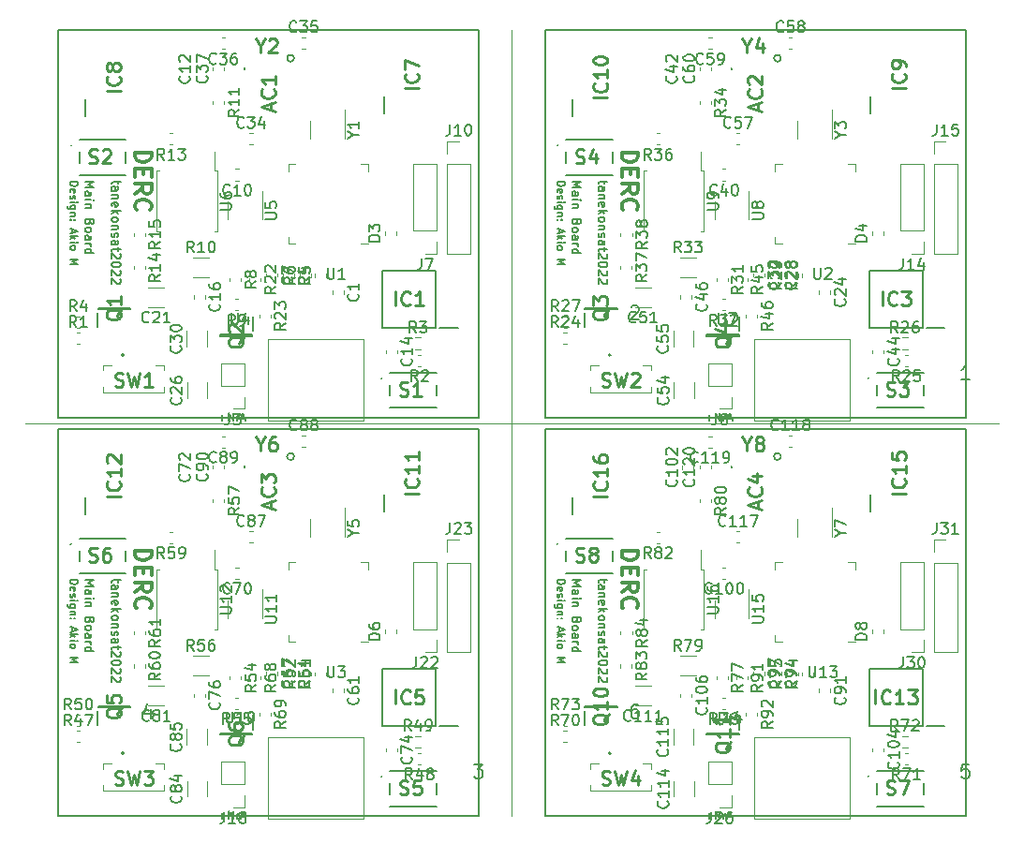
<source format=gbr>
%TF.GenerationSoftware,KiCad,Pcbnew,(6.0.4)*%
%TF.CreationDate,2022-09-20T14:12:37+09:00*%
%TF.ProjectId,mainboard_p_rev2,6d61696e-626f-4617-9264-5f705f726576,rev?*%
%TF.SameCoordinates,Original*%
%TF.FileFunction,Legend,Top*%
%TF.FilePolarity,Positive*%
%FSLAX46Y46*%
G04 Gerber Fmt 4.6, Leading zero omitted, Abs format (unit mm)*
G04 Created by KiCad (PCBNEW (6.0.4)) date 2022-09-20 14:12:37*
%MOMM*%
%LPD*%
G01*
G04 APERTURE LIST*
%ADD10C,0.120000*%
%ADD11C,0.200000*%
%ADD12C,0.150000*%
%ADD13C,0.300000*%
%ADD14C,0.254000*%
%ADD15C,0.100000*%
G04 APERTURE END LIST*
D10*
X167000000Y-60000000D02*
X167000000Y-131000000D01*
X123000000Y-95500000D02*
X211000000Y-95500000D01*
D11*
X208000000Y-131000000D02*
X170000000Y-131000000D01*
X170000000Y-131000000D02*
X170000000Y-96000000D01*
X170000000Y-96000000D02*
X208000000Y-96000000D01*
X208000000Y-96000000D02*
X208000000Y-131000000D01*
D12*
X172438095Y-109687976D02*
X173238095Y-109687976D01*
X172666666Y-109954642D01*
X173238095Y-110221309D01*
X172438095Y-110221309D01*
X172438095Y-110945119D02*
X172857142Y-110945119D01*
X172933333Y-110907023D01*
X172971428Y-110830833D01*
X172971428Y-110678452D01*
X172933333Y-110602261D01*
X172476190Y-110945119D02*
X172438095Y-110868928D01*
X172438095Y-110678452D01*
X172476190Y-110602261D01*
X172552380Y-110564166D01*
X172628571Y-110564166D01*
X172704761Y-110602261D01*
X172742857Y-110678452D01*
X172742857Y-110868928D01*
X172780952Y-110945119D01*
X172438095Y-111326071D02*
X172971428Y-111326071D01*
X173238095Y-111326071D02*
X173200000Y-111287976D01*
X173161904Y-111326071D01*
X173200000Y-111364166D01*
X173238095Y-111326071D01*
X173161904Y-111326071D01*
X172971428Y-111707023D02*
X172438095Y-111707023D01*
X172895238Y-111707023D02*
X172933333Y-111745119D01*
X172971428Y-111821309D01*
X172971428Y-111935595D01*
X172933333Y-112011785D01*
X172857142Y-112049880D01*
X172438095Y-112049880D01*
X172857142Y-113307023D02*
X172819047Y-113421309D01*
X172780952Y-113459404D01*
X172704761Y-113497500D01*
X172590476Y-113497500D01*
X172514285Y-113459404D01*
X172476190Y-113421309D01*
X172438095Y-113345119D01*
X172438095Y-113040357D01*
X173238095Y-113040357D01*
X173238095Y-113307023D01*
X173200000Y-113383214D01*
X173161904Y-113421309D01*
X173085714Y-113459404D01*
X173009523Y-113459404D01*
X172933333Y-113421309D01*
X172895238Y-113383214D01*
X172857142Y-113307023D01*
X172857142Y-113040357D01*
X172438095Y-113954642D02*
X172476190Y-113878452D01*
X172514285Y-113840357D01*
X172590476Y-113802261D01*
X172819047Y-113802261D01*
X172895238Y-113840357D01*
X172933333Y-113878452D01*
X172971428Y-113954642D01*
X172971428Y-114068928D01*
X172933333Y-114145119D01*
X172895238Y-114183214D01*
X172819047Y-114221309D01*
X172590476Y-114221309D01*
X172514285Y-114183214D01*
X172476190Y-114145119D01*
X172438095Y-114068928D01*
X172438095Y-113954642D01*
X172438095Y-114907023D02*
X172857142Y-114907023D01*
X172933333Y-114868928D01*
X172971428Y-114792738D01*
X172971428Y-114640357D01*
X172933333Y-114564166D01*
X172476190Y-114907023D02*
X172438095Y-114830833D01*
X172438095Y-114640357D01*
X172476190Y-114564166D01*
X172552380Y-114526071D01*
X172628571Y-114526071D01*
X172704761Y-114564166D01*
X172742857Y-114640357D01*
X172742857Y-114830833D01*
X172780952Y-114907023D01*
X172438095Y-115287976D02*
X172971428Y-115287976D01*
X172819047Y-115287976D02*
X172895238Y-115326071D01*
X172933333Y-115364166D01*
X172971428Y-115440357D01*
X172971428Y-115516547D01*
X172438095Y-116126071D02*
X173238095Y-116126071D01*
X172476190Y-116126071D02*
X172438095Y-116049880D01*
X172438095Y-115897500D01*
X172476190Y-115821309D01*
X172514285Y-115783214D01*
X172590476Y-115745119D01*
X172819047Y-115745119D01*
X172895238Y-115783214D01*
X172933333Y-115821309D01*
X172971428Y-115897500D01*
X172971428Y-116049880D01*
X172933333Y-116126071D01*
X175371428Y-109573690D02*
X175371428Y-109878452D01*
X175638095Y-109687976D02*
X174952380Y-109687976D01*
X174876190Y-109726071D01*
X174838095Y-109802261D01*
X174838095Y-109878452D01*
X174838095Y-110487976D02*
X175257142Y-110487976D01*
X175333333Y-110449880D01*
X175371428Y-110373690D01*
X175371428Y-110221309D01*
X175333333Y-110145119D01*
X174876190Y-110487976D02*
X174838095Y-110411785D01*
X174838095Y-110221309D01*
X174876190Y-110145119D01*
X174952380Y-110107023D01*
X175028571Y-110107023D01*
X175104761Y-110145119D01*
X175142857Y-110221309D01*
X175142857Y-110411785D01*
X175180952Y-110487976D01*
X175371428Y-110868928D02*
X174838095Y-110868928D01*
X175295238Y-110868928D02*
X175333333Y-110907023D01*
X175371428Y-110983214D01*
X175371428Y-111097500D01*
X175333333Y-111173690D01*
X175257142Y-111211785D01*
X174838095Y-111211785D01*
X174876190Y-111897500D02*
X174838095Y-111821309D01*
X174838095Y-111668928D01*
X174876190Y-111592738D01*
X174952380Y-111554642D01*
X175257142Y-111554642D01*
X175333333Y-111592738D01*
X175371428Y-111668928D01*
X175371428Y-111821309D01*
X175333333Y-111897500D01*
X175257142Y-111935595D01*
X175180952Y-111935595D01*
X175104761Y-111554642D01*
X174838095Y-112278452D02*
X175638095Y-112278452D01*
X175142857Y-112354642D02*
X174838095Y-112583214D01*
X175371428Y-112583214D02*
X175066666Y-112278452D01*
X174838095Y-113040357D02*
X174876190Y-112964166D01*
X174914285Y-112926071D01*
X174990476Y-112887976D01*
X175219047Y-112887976D01*
X175295238Y-112926071D01*
X175333333Y-112964166D01*
X175371428Y-113040357D01*
X175371428Y-113154642D01*
X175333333Y-113230833D01*
X175295238Y-113268928D01*
X175219047Y-113307023D01*
X174990476Y-113307023D01*
X174914285Y-113268928D01*
X174876190Y-113230833D01*
X174838095Y-113154642D01*
X174838095Y-113040357D01*
X175371428Y-113649880D02*
X174838095Y-113649880D01*
X175295238Y-113649880D02*
X175333333Y-113687976D01*
X175371428Y-113764166D01*
X175371428Y-113878452D01*
X175333333Y-113954642D01*
X175257142Y-113992738D01*
X174838095Y-113992738D01*
X174876190Y-114335595D02*
X174838095Y-114411785D01*
X174838095Y-114564166D01*
X174876190Y-114640357D01*
X174952380Y-114678452D01*
X174990476Y-114678452D01*
X175066666Y-114640357D01*
X175104761Y-114564166D01*
X175104761Y-114449880D01*
X175142857Y-114373690D01*
X175219047Y-114335595D01*
X175257142Y-114335595D01*
X175333333Y-114373690D01*
X175371428Y-114449880D01*
X175371428Y-114564166D01*
X175333333Y-114640357D01*
X174838095Y-115364166D02*
X175257142Y-115364166D01*
X175333333Y-115326071D01*
X175371428Y-115249880D01*
X175371428Y-115097500D01*
X175333333Y-115021309D01*
X174876190Y-115364166D02*
X174838095Y-115287976D01*
X174838095Y-115097500D01*
X174876190Y-115021309D01*
X174952380Y-114983214D01*
X175028571Y-114983214D01*
X175104761Y-115021309D01*
X175142857Y-115097500D01*
X175142857Y-115287976D01*
X175180952Y-115364166D01*
X175371428Y-115630833D02*
X175371428Y-115935595D01*
X175638095Y-115745119D02*
X174952380Y-115745119D01*
X174876190Y-115783214D01*
X174838095Y-115859404D01*
X174838095Y-115935595D01*
X175561904Y-116164166D02*
X175600000Y-116202261D01*
X175638095Y-116278452D01*
X175638095Y-116468928D01*
X175600000Y-116545119D01*
X175561904Y-116583214D01*
X175485714Y-116621309D01*
X175409523Y-116621309D01*
X175295238Y-116583214D01*
X174838095Y-116126071D01*
X174838095Y-116621309D01*
X175638095Y-117116547D02*
X175638095Y-117192738D01*
X175600000Y-117268928D01*
X175561904Y-117307023D01*
X175485714Y-117345119D01*
X175333333Y-117383214D01*
X175142857Y-117383214D01*
X174990476Y-117345119D01*
X174914285Y-117307023D01*
X174876190Y-117268928D01*
X174838095Y-117192738D01*
X174838095Y-117116547D01*
X174876190Y-117040357D01*
X174914285Y-117002261D01*
X174990476Y-116964166D01*
X175142857Y-116926071D01*
X175333333Y-116926071D01*
X175485714Y-116964166D01*
X175561904Y-117002261D01*
X175600000Y-117040357D01*
X175638095Y-117116547D01*
X175561904Y-117687976D02*
X175600000Y-117726071D01*
X175638095Y-117802261D01*
X175638095Y-117992738D01*
X175600000Y-118068928D01*
X175561904Y-118107023D01*
X175485714Y-118145119D01*
X175409523Y-118145119D01*
X175295238Y-118107023D01*
X174838095Y-117649880D01*
X174838095Y-118145119D01*
X175561904Y-118449880D02*
X175600000Y-118487976D01*
X175638095Y-118564166D01*
X175638095Y-118754642D01*
X175600000Y-118830833D01*
X175561904Y-118868928D01*
X175485714Y-118907023D01*
X175409523Y-118907023D01*
X175295238Y-118868928D01*
X174838095Y-118411785D01*
X174838095Y-118907023D01*
D13*
X176921428Y-107028571D02*
X178421428Y-107028571D01*
X178421428Y-107385714D01*
X178350000Y-107600000D01*
X178207142Y-107742857D01*
X178064285Y-107814285D01*
X177778571Y-107885714D01*
X177564285Y-107885714D01*
X177278571Y-107814285D01*
X177135714Y-107742857D01*
X176992857Y-107600000D01*
X176921428Y-107385714D01*
X176921428Y-107028571D01*
X177707142Y-108528571D02*
X177707142Y-109028571D01*
X176921428Y-109242857D02*
X176921428Y-108528571D01*
X178421428Y-108528571D01*
X178421428Y-109242857D01*
X176921428Y-110742857D02*
X177635714Y-110242857D01*
X176921428Y-109885714D02*
X178421428Y-109885714D01*
X178421428Y-110457142D01*
X178350000Y-110600000D01*
X178278571Y-110671428D01*
X178135714Y-110742857D01*
X177921428Y-110742857D01*
X177778571Y-110671428D01*
X177707142Y-110600000D01*
X177635714Y-110457142D01*
X177635714Y-109885714D01*
X177064285Y-112242857D02*
X176992857Y-112171428D01*
X176921428Y-111957142D01*
X176921428Y-111814285D01*
X176992857Y-111600000D01*
X177135714Y-111457142D01*
X177278571Y-111385714D01*
X177564285Y-111314285D01*
X177778571Y-111314285D01*
X178064285Y-111385714D01*
X178207142Y-111457142D01*
X178350000Y-111600000D01*
X178421428Y-111814285D01*
X178421428Y-111957142D01*
X178350000Y-112171428D01*
X178278571Y-112242857D01*
D12*
X171083333Y-109666666D02*
X171783333Y-109666666D01*
X171783333Y-109833333D01*
X171750000Y-109933333D01*
X171683333Y-110000000D01*
X171616666Y-110033333D01*
X171483333Y-110066666D01*
X171383333Y-110066666D01*
X171250000Y-110033333D01*
X171183333Y-110000000D01*
X171116666Y-109933333D01*
X171083333Y-109833333D01*
X171083333Y-109666666D01*
X171116666Y-110633333D02*
X171083333Y-110566666D01*
X171083333Y-110433333D01*
X171116666Y-110366666D01*
X171183333Y-110333333D01*
X171450000Y-110333333D01*
X171516666Y-110366666D01*
X171550000Y-110433333D01*
X171550000Y-110566666D01*
X171516666Y-110633333D01*
X171450000Y-110666666D01*
X171383333Y-110666666D01*
X171316666Y-110333333D01*
X171116666Y-110933333D02*
X171083333Y-111000000D01*
X171083333Y-111133333D01*
X171116666Y-111200000D01*
X171183333Y-111233333D01*
X171216666Y-111233333D01*
X171283333Y-111200000D01*
X171316666Y-111133333D01*
X171316666Y-111033333D01*
X171350000Y-110966666D01*
X171416666Y-110933333D01*
X171450000Y-110933333D01*
X171516666Y-110966666D01*
X171550000Y-111033333D01*
X171550000Y-111133333D01*
X171516666Y-111200000D01*
X171083333Y-111533333D02*
X171550000Y-111533333D01*
X171783333Y-111533333D02*
X171750000Y-111500000D01*
X171716666Y-111533333D01*
X171750000Y-111566666D01*
X171783333Y-111533333D01*
X171716666Y-111533333D01*
X171550000Y-112166666D02*
X170983333Y-112166666D01*
X170916666Y-112133333D01*
X170883333Y-112100000D01*
X170850000Y-112033333D01*
X170850000Y-111933333D01*
X170883333Y-111866666D01*
X171116666Y-112166666D02*
X171083333Y-112100000D01*
X171083333Y-111966666D01*
X171116666Y-111900000D01*
X171150000Y-111866666D01*
X171216666Y-111833333D01*
X171416666Y-111833333D01*
X171483333Y-111866666D01*
X171516666Y-111900000D01*
X171550000Y-111966666D01*
X171550000Y-112100000D01*
X171516666Y-112166666D01*
X171550000Y-112500000D02*
X171083333Y-112500000D01*
X171483333Y-112500000D02*
X171516666Y-112533333D01*
X171550000Y-112600000D01*
X171550000Y-112700000D01*
X171516666Y-112766666D01*
X171450000Y-112800000D01*
X171083333Y-112800000D01*
X171150000Y-113133333D02*
X171116666Y-113166666D01*
X171083333Y-113133333D01*
X171116666Y-113100000D01*
X171150000Y-113133333D01*
X171083333Y-113133333D01*
X171516666Y-113133333D02*
X171483333Y-113166666D01*
X171450000Y-113133333D01*
X171483333Y-113100000D01*
X171516666Y-113133333D01*
X171450000Y-113133333D01*
X171283333Y-113966666D02*
X171283333Y-114300000D01*
X171083333Y-113900000D02*
X171783333Y-114133333D01*
X171083333Y-114366666D01*
X171083333Y-114600000D02*
X171783333Y-114600000D01*
X171350000Y-114666666D02*
X171083333Y-114866666D01*
X171550000Y-114866666D02*
X171283333Y-114600000D01*
X171083333Y-115166666D02*
X171550000Y-115166666D01*
X171783333Y-115166666D02*
X171750000Y-115133333D01*
X171716666Y-115166666D01*
X171750000Y-115200000D01*
X171783333Y-115166666D01*
X171716666Y-115166666D01*
X171083333Y-115600000D02*
X171116666Y-115533333D01*
X171150000Y-115500000D01*
X171216666Y-115466666D01*
X171416666Y-115466666D01*
X171483333Y-115500000D01*
X171516666Y-115533333D01*
X171550000Y-115600000D01*
X171550000Y-115700000D01*
X171516666Y-115766666D01*
X171483333Y-115800000D01*
X171416666Y-115833333D01*
X171216666Y-115833333D01*
X171150000Y-115800000D01*
X171116666Y-115766666D01*
X171083333Y-115700000D01*
X171083333Y-115600000D01*
X171083333Y-116666666D02*
X171783333Y-116666666D01*
X171283333Y-116900000D01*
X171783333Y-117133333D01*
X171083333Y-117133333D01*
D11*
X164000000Y-131000000D02*
X126000000Y-131000000D01*
X126000000Y-131000000D02*
X126000000Y-96000000D01*
X126000000Y-96000000D02*
X164000000Y-96000000D01*
X164000000Y-96000000D02*
X164000000Y-131000000D01*
D12*
X128438095Y-109687976D02*
X129238095Y-109687976D01*
X128666666Y-109954642D01*
X129238095Y-110221309D01*
X128438095Y-110221309D01*
X128438095Y-110945119D02*
X128857142Y-110945119D01*
X128933333Y-110907023D01*
X128971428Y-110830833D01*
X128971428Y-110678452D01*
X128933333Y-110602261D01*
X128476190Y-110945119D02*
X128438095Y-110868928D01*
X128438095Y-110678452D01*
X128476190Y-110602261D01*
X128552380Y-110564166D01*
X128628571Y-110564166D01*
X128704761Y-110602261D01*
X128742857Y-110678452D01*
X128742857Y-110868928D01*
X128780952Y-110945119D01*
X128438095Y-111326071D02*
X128971428Y-111326071D01*
X129238095Y-111326071D02*
X129200000Y-111287976D01*
X129161904Y-111326071D01*
X129200000Y-111364166D01*
X129238095Y-111326071D01*
X129161904Y-111326071D01*
X128971428Y-111707023D02*
X128438095Y-111707023D01*
X128895238Y-111707023D02*
X128933333Y-111745119D01*
X128971428Y-111821309D01*
X128971428Y-111935595D01*
X128933333Y-112011785D01*
X128857142Y-112049880D01*
X128438095Y-112049880D01*
X128857142Y-113307023D02*
X128819047Y-113421309D01*
X128780952Y-113459404D01*
X128704761Y-113497500D01*
X128590476Y-113497500D01*
X128514285Y-113459404D01*
X128476190Y-113421309D01*
X128438095Y-113345119D01*
X128438095Y-113040357D01*
X129238095Y-113040357D01*
X129238095Y-113307023D01*
X129200000Y-113383214D01*
X129161904Y-113421309D01*
X129085714Y-113459404D01*
X129009523Y-113459404D01*
X128933333Y-113421309D01*
X128895238Y-113383214D01*
X128857142Y-113307023D01*
X128857142Y-113040357D01*
X128438095Y-113954642D02*
X128476190Y-113878452D01*
X128514285Y-113840357D01*
X128590476Y-113802261D01*
X128819047Y-113802261D01*
X128895238Y-113840357D01*
X128933333Y-113878452D01*
X128971428Y-113954642D01*
X128971428Y-114068928D01*
X128933333Y-114145119D01*
X128895238Y-114183214D01*
X128819047Y-114221309D01*
X128590476Y-114221309D01*
X128514285Y-114183214D01*
X128476190Y-114145119D01*
X128438095Y-114068928D01*
X128438095Y-113954642D01*
X128438095Y-114907023D02*
X128857142Y-114907023D01*
X128933333Y-114868928D01*
X128971428Y-114792738D01*
X128971428Y-114640357D01*
X128933333Y-114564166D01*
X128476190Y-114907023D02*
X128438095Y-114830833D01*
X128438095Y-114640357D01*
X128476190Y-114564166D01*
X128552380Y-114526071D01*
X128628571Y-114526071D01*
X128704761Y-114564166D01*
X128742857Y-114640357D01*
X128742857Y-114830833D01*
X128780952Y-114907023D01*
X128438095Y-115287976D02*
X128971428Y-115287976D01*
X128819047Y-115287976D02*
X128895238Y-115326071D01*
X128933333Y-115364166D01*
X128971428Y-115440357D01*
X128971428Y-115516547D01*
X128438095Y-116126071D02*
X129238095Y-116126071D01*
X128476190Y-116126071D02*
X128438095Y-116049880D01*
X128438095Y-115897500D01*
X128476190Y-115821309D01*
X128514285Y-115783214D01*
X128590476Y-115745119D01*
X128819047Y-115745119D01*
X128895238Y-115783214D01*
X128933333Y-115821309D01*
X128971428Y-115897500D01*
X128971428Y-116049880D01*
X128933333Y-116126071D01*
X131371428Y-109573690D02*
X131371428Y-109878452D01*
X131638095Y-109687976D02*
X130952380Y-109687976D01*
X130876190Y-109726071D01*
X130838095Y-109802261D01*
X130838095Y-109878452D01*
X130838095Y-110487976D02*
X131257142Y-110487976D01*
X131333333Y-110449880D01*
X131371428Y-110373690D01*
X131371428Y-110221309D01*
X131333333Y-110145119D01*
X130876190Y-110487976D02*
X130838095Y-110411785D01*
X130838095Y-110221309D01*
X130876190Y-110145119D01*
X130952380Y-110107023D01*
X131028571Y-110107023D01*
X131104761Y-110145119D01*
X131142857Y-110221309D01*
X131142857Y-110411785D01*
X131180952Y-110487976D01*
X131371428Y-110868928D02*
X130838095Y-110868928D01*
X131295238Y-110868928D02*
X131333333Y-110907023D01*
X131371428Y-110983214D01*
X131371428Y-111097500D01*
X131333333Y-111173690D01*
X131257142Y-111211785D01*
X130838095Y-111211785D01*
X130876190Y-111897500D02*
X130838095Y-111821309D01*
X130838095Y-111668928D01*
X130876190Y-111592738D01*
X130952380Y-111554642D01*
X131257142Y-111554642D01*
X131333333Y-111592738D01*
X131371428Y-111668928D01*
X131371428Y-111821309D01*
X131333333Y-111897500D01*
X131257142Y-111935595D01*
X131180952Y-111935595D01*
X131104761Y-111554642D01*
X130838095Y-112278452D02*
X131638095Y-112278452D01*
X131142857Y-112354642D02*
X130838095Y-112583214D01*
X131371428Y-112583214D02*
X131066666Y-112278452D01*
X130838095Y-113040357D02*
X130876190Y-112964166D01*
X130914285Y-112926071D01*
X130990476Y-112887976D01*
X131219047Y-112887976D01*
X131295238Y-112926071D01*
X131333333Y-112964166D01*
X131371428Y-113040357D01*
X131371428Y-113154642D01*
X131333333Y-113230833D01*
X131295238Y-113268928D01*
X131219047Y-113307023D01*
X130990476Y-113307023D01*
X130914285Y-113268928D01*
X130876190Y-113230833D01*
X130838095Y-113154642D01*
X130838095Y-113040357D01*
X131371428Y-113649880D02*
X130838095Y-113649880D01*
X131295238Y-113649880D02*
X131333333Y-113687976D01*
X131371428Y-113764166D01*
X131371428Y-113878452D01*
X131333333Y-113954642D01*
X131257142Y-113992738D01*
X130838095Y-113992738D01*
X130876190Y-114335595D02*
X130838095Y-114411785D01*
X130838095Y-114564166D01*
X130876190Y-114640357D01*
X130952380Y-114678452D01*
X130990476Y-114678452D01*
X131066666Y-114640357D01*
X131104761Y-114564166D01*
X131104761Y-114449880D01*
X131142857Y-114373690D01*
X131219047Y-114335595D01*
X131257142Y-114335595D01*
X131333333Y-114373690D01*
X131371428Y-114449880D01*
X131371428Y-114564166D01*
X131333333Y-114640357D01*
X130838095Y-115364166D02*
X131257142Y-115364166D01*
X131333333Y-115326071D01*
X131371428Y-115249880D01*
X131371428Y-115097500D01*
X131333333Y-115021309D01*
X130876190Y-115364166D02*
X130838095Y-115287976D01*
X130838095Y-115097500D01*
X130876190Y-115021309D01*
X130952380Y-114983214D01*
X131028571Y-114983214D01*
X131104761Y-115021309D01*
X131142857Y-115097500D01*
X131142857Y-115287976D01*
X131180952Y-115364166D01*
X131371428Y-115630833D02*
X131371428Y-115935595D01*
X131638095Y-115745119D02*
X130952380Y-115745119D01*
X130876190Y-115783214D01*
X130838095Y-115859404D01*
X130838095Y-115935595D01*
X131561904Y-116164166D02*
X131600000Y-116202261D01*
X131638095Y-116278452D01*
X131638095Y-116468928D01*
X131600000Y-116545119D01*
X131561904Y-116583214D01*
X131485714Y-116621309D01*
X131409523Y-116621309D01*
X131295238Y-116583214D01*
X130838095Y-116126071D01*
X130838095Y-116621309D01*
X131638095Y-117116547D02*
X131638095Y-117192738D01*
X131600000Y-117268928D01*
X131561904Y-117307023D01*
X131485714Y-117345119D01*
X131333333Y-117383214D01*
X131142857Y-117383214D01*
X130990476Y-117345119D01*
X130914285Y-117307023D01*
X130876190Y-117268928D01*
X130838095Y-117192738D01*
X130838095Y-117116547D01*
X130876190Y-117040357D01*
X130914285Y-117002261D01*
X130990476Y-116964166D01*
X131142857Y-116926071D01*
X131333333Y-116926071D01*
X131485714Y-116964166D01*
X131561904Y-117002261D01*
X131600000Y-117040357D01*
X131638095Y-117116547D01*
X131561904Y-117687976D02*
X131600000Y-117726071D01*
X131638095Y-117802261D01*
X131638095Y-117992738D01*
X131600000Y-118068928D01*
X131561904Y-118107023D01*
X131485714Y-118145119D01*
X131409523Y-118145119D01*
X131295238Y-118107023D01*
X130838095Y-117649880D01*
X130838095Y-118145119D01*
X131561904Y-118449880D02*
X131600000Y-118487976D01*
X131638095Y-118564166D01*
X131638095Y-118754642D01*
X131600000Y-118830833D01*
X131561904Y-118868928D01*
X131485714Y-118907023D01*
X131409523Y-118907023D01*
X131295238Y-118868928D01*
X130838095Y-118411785D01*
X130838095Y-118907023D01*
D13*
X132921428Y-107028571D02*
X134421428Y-107028571D01*
X134421428Y-107385714D01*
X134350000Y-107600000D01*
X134207142Y-107742857D01*
X134064285Y-107814285D01*
X133778571Y-107885714D01*
X133564285Y-107885714D01*
X133278571Y-107814285D01*
X133135714Y-107742857D01*
X132992857Y-107600000D01*
X132921428Y-107385714D01*
X132921428Y-107028571D01*
X133707142Y-108528571D02*
X133707142Y-109028571D01*
X132921428Y-109242857D02*
X132921428Y-108528571D01*
X134421428Y-108528571D01*
X134421428Y-109242857D01*
X132921428Y-110742857D02*
X133635714Y-110242857D01*
X132921428Y-109885714D02*
X134421428Y-109885714D01*
X134421428Y-110457142D01*
X134350000Y-110600000D01*
X134278571Y-110671428D01*
X134135714Y-110742857D01*
X133921428Y-110742857D01*
X133778571Y-110671428D01*
X133707142Y-110600000D01*
X133635714Y-110457142D01*
X133635714Y-109885714D01*
X133064285Y-112242857D02*
X132992857Y-112171428D01*
X132921428Y-111957142D01*
X132921428Y-111814285D01*
X132992857Y-111600000D01*
X133135714Y-111457142D01*
X133278571Y-111385714D01*
X133564285Y-111314285D01*
X133778571Y-111314285D01*
X134064285Y-111385714D01*
X134207142Y-111457142D01*
X134350000Y-111600000D01*
X134421428Y-111814285D01*
X134421428Y-111957142D01*
X134350000Y-112171428D01*
X134278571Y-112242857D01*
D12*
X127083333Y-109666666D02*
X127783333Y-109666666D01*
X127783333Y-109833333D01*
X127750000Y-109933333D01*
X127683333Y-110000000D01*
X127616666Y-110033333D01*
X127483333Y-110066666D01*
X127383333Y-110066666D01*
X127250000Y-110033333D01*
X127183333Y-110000000D01*
X127116666Y-109933333D01*
X127083333Y-109833333D01*
X127083333Y-109666666D01*
X127116666Y-110633333D02*
X127083333Y-110566666D01*
X127083333Y-110433333D01*
X127116666Y-110366666D01*
X127183333Y-110333333D01*
X127450000Y-110333333D01*
X127516666Y-110366666D01*
X127550000Y-110433333D01*
X127550000Y-110566666D01*
X127516666Y-110633333D01*
X127450000Y-110666666D01*
X127383333Y-110666666D01*
X127316666Y-110333333D01*
X127116666Y-110933333D02*
X127083333Y-111000000D01*
X127083333Y-111133333D01*
X127116666Y-111200000D01*
X127183333Y-111233333D01*
X127216666Y-111233333D01*
X127283333Y-111200000D01*
X127316666Y-111133333D01*
X127316666Y-111033333D01*
X127350000Y-110966666D01*
X127416666Y-110933333D01*
X127450000Y-110933333D01*
X127516666Y-110966666D01*
X127550000Y-111033333D01*
X127550000Y-111133333D01*
X127516666Y-111200000D01*
X127083333Y-111533333D02*
X127550000Y-111533333D01*
X127783333Y-111533333D02*
X127750000Y-111500000D01*
X127716666Y-111533333D01*
X127750000Y-111566666D01*
X127783333Y-111533333D01*
X127716666Y-111533333D01*
X127550000Y-112166666D02*
X126983333Y-112166666D01*
X126916666Y-112133333D01*
X126883333Y-112100000D01*
X126850000Y-112033333D01*
X126850000Y-111933333D01*
X126883333Y-111866666D01*
X127116666Y-112166666D02*
X127083333Y-112100000D01*
X127083333Y-111966666D01*
X127116666Y-111900000D01*
X127150000Y-111866666D01*
X127216666Y-111833333D01*
X127416666Y-111833333D01*
X127483333Y-111866666D01*
X127516666Y-111900000D01*
X127550000Y-111966666D01*
X127550000Y-112100000D01*
X127516666Y-112166666D01*
X127550000Y-112500000D02*
X127083333Y-112500000D01*
X127483333Y-112500000D02*
X127516666Y-112533333D01*
X127550000Y-112600000D01*
X127550000Y-112700000D01*
X127516666Y-112766666D01*
X127450000Y-112800000D01*
X127083333Y-112800000D01*
X127150000Y-113133333D02*
X127116666Y-113166666D01*
X127083333Y-113133333D01*
X127116666Y-113100000D01*
X127150000Y-113133333D01*
X127083333Y-113133333D01*
X127516666Y-113133333D02*
X127483333Y-113166666D01*
X127450000Y-113133333D01*
X127483333Y-113100000D01*
X127516666Y-113133333D01*
X127450000Y-113133333D01*
X127283333Y-113966666D02*
X127283333Y-114300000D01*
X127083333Y-113900000D02*
X127783333Y-114133333D01*
X127083333Y-114366666D01*
X127083333Y-114600000D02*
X127783333Y-114600000D01*
X127350000Y-114666666D02*
X127083333Y-114866666D01*
X127550000Y-114866666D02*
X127283333Y-114600000D01*
X127083333Y-115166666D02*
X127550000Y-115166666D01*
X127783333Y-115166666D02*
X127750000Y-115133333D01*
X127716666Y-115166666D01*
X127750000Y-115200000D01*
X127783333Y-115166666D01*
X127716666Y-115166666D01*
X127083333Y-115600000D02*
X127116666Y-115533333D01*
X127150000Y-115500000D01*
X127216666Y-115466666D01*
X127416666Y-115466666D01*
X127483333Y-115500000D01*
X127516666Y-115533333D01*
X127550000Y-115600000D01*
X127550000Y-115700000D01*
X127516666Y-115766666D01*
X127483333Y-115800000D01*
X127416666Y-115833333D01*
X127216666Y-115833333D01*
X127150000Y-115800000D01*
X127116666Y-115766666D01*
X127083333Y-115700000D01*
X127083333Y-115600000D01*
X127083333Y-116666666D02*
X127783333Y-116666666D01*
X127283333Y-116900000D01*
X127783333Y-117133333D01*
X127083333Y-117133333D01*
D11*
X208000000Y-95000000D02*
X170000000Y-95000000D01*
X170000000Y-95000000D02*
X170000000Y-60000000D01*
X170000000Y-60000000D02*
X208000000Y-60000000D01*
X208000000Y-60000000D02*
X208000000Y-95000000D01*
D12*
X172438095Y-73687976D02*
X173238095Y-73687976D01*
X172666666Y-73954642D01*
X173238095Y-74221309D01*
X172438095Y-74221309D01*
X172438095Y-74945119D02*
X172857142Y-74945119D01*
X172933333Y-74907023D01*
X172971428Y-74830833D01*
X172971428Y-74678452D01*
X172933333Y-74602261D01*
X172476190Y-74945119D02*
X172438095Y-74868928D01*
X172438095Y-74678452D01*
X172476190Y-74602261D01*
X172552380Y-74564166D01*
X172628571Y-74564166D01*
X172704761Y-74602261D01*
X172742857Y-74678452D01*
X172742857Y-74868928D01*
X172780952Y-74945119D01*
X172438095Y-75326071D02*
X172971428Y-75326071D01*
X173238095Y-75326071D02*
X173200000Y-75287976D01*
X173161904Y-75326071D01*
X173200000Y-75364166D01*
X173238095Y-75326071D01*
X173161904Y-75326071D01*
X172971428Y-75707023D02*
X172438095Y-75707023D01*
X172895238Y-75707023D02*
X172933333Y-75745119D01*
X172971428Y-75821309D01*
X172971428Y-75935595D01*
X172933333Y-76011785D01*
X172857142Y-76049880D01*
X172438095Y-76049880D01*
X172857142Y-77307023D02*
X172819047Y-77421309D01*
X172780952Y-77459404D01*
X172704761Y-77497500D01*
X172590476Y-77497500D01*
X172514285Y-77459404D01*
X172476190Y-77421309D01*
X172438095Y-77345119D01*
X172438095Y-77040357D01*
X173238095Y-77040357D01*
X173238095Y-77307023D01*
X173200000Y-77383214D01*
X173161904Y-77421309D01*
X173085714Y-77459404D01*
X173009523Y-77459404D01*
X172933333Y-77421309D01*
X172895238Y-77383214D01*
X172857142Y-77307023D01*
X172857142Y-77040357D01*
X172438095Y-77954642D02*
X172476190Y-77878452D01*
X172514285Y-77840357D01*
X172590476Y-77802261D01*
X172819047Y-77802261D01*
X172895238Y-77840357D01*
X172933333Y-77878452D01*
X172971428Y-77954642D01*
X172971428Y-78068928D01*
X172933333Y-78145119D01*
X172895238Y-78183214D01*
X172819047Y-78221309D01*
X172590476Y-78221309D01*
X172514285Y-78183214D01*
X172476190Y-78145119D01*
X172438095Y-78068928D01*
X172438095Y-77954642D01*
X172438095Y-78907023D02*
X172857142Y-78907023D01*
X172933333Y-78868928D01*
X172971428Y-78792738D01*
X172971428Y-78640357D01*
X172933333Y-78564166D01*
X172476190Y-78907023D02*
X172438095Y-78830833D01*
X172438095Y-78640357D01*
X172476190Y-78564166D01*
X172552380Y-78526071D01*
X172628571Y-78526071D01*
X172704761Y-78564166D01*
X172742857Y-78640357D01*
X172742857Y-78830833D01*
X172780952Y-78907023D01*
X172438095Y-79287976D02*
X172971428Y-79287976D01*
X172819047Y-79287976D02*
X172895238Y-79326071D01*
X172933333Y-79364166D01*
X172971428Y-79440357D01*
X172971428Y-79516547D01*
X172438095Y-80126071D02*
X173238095Y-80126071D01*
X172476190Y-80126071D02*
X172438095Y-80049880D01*
X172438095Y-79897500D01*
X172476190Y-79821309D01*
X172514285Y-79783214D01*
X172590476Y-79745119D01*
X172819047Y-79745119D01*
X172895238Y-79783214D01*
X172933333Y-79821309D01*
X172971428Y-79897500D01*
X172971428Y-80049880D01*
X172933333Y-80126071D01*
X175371428Y-73573690D02*
X175371428Y-73878452D01*
X175638095Y-73687976D02*
X174952380Y-73687976D01*
X174876190Y-73726071D01*
X174838095Y-73802261D01*
X174838095Y-73878452D01*
X174838095Y-74487976D02*
X175257142Y-74487976D01*
X175333333Y-74449880D01*
X175371428Y-74373690D01*
X175371428Y-74221309D01*
X175333333Y-74145119D01*
X174876190Y-74487976D02*
X174838095Y-74411785D01*
X174838095Y-74221309D01*
X174876190Y-74145119D01*
X174952380Y-74107023D01*
X175028571Y-74107023D01*
X175104761Y-74145119D01*
X175142857Y-74221309D01*
X175142857Y-74411785D01*
X175180952Y-74487976D01*
X175371428Y-74868928D02*
X174838095Y-74868928D01*
X175295238Y-74868928D02*
X175333333Y-74907023D01*
X175371428Y-74983214D01*
X175371428Y-75097500D01*
X175333333Y-75173690D01*
X175257142Y-75211785D01*
X174838095Y-75211785D01*
X174876190Y-75897500D02*
X174838095Y-75821309D01*
X174838095Y-75668928D01*
X174876190Y-75592738D01*
X174952380Y-75554642D01*
X175257142Y-75554642D01*
X175333333Y-75592738D01*
X175371428Y-75668928D01*
X175371428Y-75821309D01*
X175333333Y-75897500D01*
X175257142Y-75935595D01*
X175180952Y-75935595D01*
X175104761Y-75554642D01*
X174838095Y-76278452D02*
X175638095Y-76278452D01*
X175142857Y-76354642D02*
X174838095Y-76583214D01*
X175371428Y-76583214D02*
X175066666Y-76278452D01*
X174838095Y-77040357D02*
X174876190Y-76964166D01*
X174914285Y-76926071D01*
X174990476Y-76887976D01*
X175219047Y-76887976D01*
X175295238Y-76926071D01*
X175333333Y-76964166D01*
X175371428Y-77040357D01*
X175371428Y-77154642D01*
X175333333Y-77230833D01*
X175295238Y-77268928D01*
X175219047Y-77307023D01*
X174990476Y-77307023D01*
X174914285Y-77268928D01*
X174876190Y-77230833D01*
X174838095Y-77154642D01*
X174838095Y-77040357D01*
X175371428Y-77649880D02*
X174838095Y-77649880D01*
X175295238Y-77649880D02*
X175333333Y-77687976D01*
X175371428Y-77764166D01*
X175371428Y-77878452D01*
X175333333Y-77954642D01*
X175257142Y-77992738D01*
X174838095Y-77992738D01*
X174876190Y-78335595D02*
X174838095Y-78411785D01*
X174838095Y-78564166D01*
X174876190Y-78640357D01*
X174952380Y-78678452D01*
X174990476Y-78678452D01*
X175066666Y-78640357D01*
X175104761Y-78564166D01*
X175104761Y-78449880D01*
X175142857Y-78373690D01*
X175219047Y-78335595D01*
X175257142Y-78335595D01*
X175333333Y-78373690D01*
X175371428Y-78449880D01*
X175371428Y-78564166D01*
X175333333Y-78640357D01*
X174838095Y-79364166D02*
X175257142Y-79364166D01*
X175333333Y-79326071D01*
X175371428Y-79249880D01*
X175371428Y-79097500D01*
X175333333Y-79021309D01*
X174876190Y-79364166D02*
X174838095Y-79287976D01*
X174838095Y-79097500D01*
X174876190Y-79021309D01*
X174952380Y-78983214D01*
X175028571Y-78983214D01*
X175104761Y-79021309D01*
X175142857Y-79097500D01*
X175142857Y-79287976D01*
X175180952Y-79364166D01*
X175371428Y-79630833D02*
X175371428Y-79935595D01*
X175638095Y-79745119D02*
X174952380Y-79745119D01*
X174876190Y-79783214D01*
X174838095Y-79859404D01*
X174838095Y-79935595D01*
X175561904Y-80164166D02*
X175600000Y-80202261D01*
X175638095Y-80278452D01*
X175638095Y-80468928D01*
X175600000Y-80545119D01*
X175561904Y-80583214D01*
X175485714Y-80621309D01*
X175409523Y-80621309D01*
X175295238Y-80583214D01*
X174838095Y-80126071D01*
X174838095Y-80621309D01*
X175638095Y-81116547D02*
X175638095Y-81192738D01*
X175600000Y-81268928D01*
X175561904Y-81307023D01*
X175485714Y-81345119D01*
X175333333Y-81383214D01*
X175142857Y-81383214D01*
X174990476Y-81345119D01*
X174914285Y-81307023D01*
X174876190Y-81268928D01*
X174838095Y-81192738D01*
X174838095Y-81116547D01*
X174876190Y-81040357D01*
X174914285Y-81002261D01*
X174990476Y-80964166D01*
X175142857Y-80926071D01*
X175333333Y-80926071D01*
X175485714Y-80964166D01*
X175561904Y-81002261D01*
X175600000Y-81040357D01*
X175638095Y-81116547D01*
X175561904Y-81687976D02*
X175600000Y-81726071D01*
X175638095Y-81802261D01*
X175638095Y-81992738D01*
X175600000Y-82068928D01*
X175561904Y-82107023D01*
X175485714Y-82145119D01*
X175409523Y-82145119D01*
X175295238Y-82107023D01*
X174838095Y-81649880D01*
X174838095Y-82145119D01*
X175561904Y-82449880D02*
X175600000Y-82487976D01*
X175638095Y-82564166D01*
X175638095Y-82754642D01*
X175600000Y-82830833D01*
X175561904Y-82868928D01*
X175485714Y-82907023D01*
X175409523Y-82907023D01*
X175295238Y-82868928D01*
X174838095Y-82411785D01*
X174838095Y-82907023D01*
D13*
X176921428Y-71028571D02*
X178421428Y-71028571D01*
X178421428Y-71385714D01*
X178350000Y-71600000D01*
X178207142Y-71742857D01*
X178064285Y-71814285D01*
X177778571Y-71885714D01*
X177564285Y-71885714D01*
X177278571Y-71814285D01*
X177135714Y-71742857D01*
X176992857Y-71600000D01*
X176921428Y-71385714D01*
X176921428Y-71028571D01*
X177707142Y-72528571D02*
X177707142Y-73028571D01*
X176921428Y-73242857D02*
X176921428Y-72528571D01*
X178421428Y-72528571D01*
X178421428Y-73242857D01*
X176921428Y-74742857D02*
X177635714Y-74242857D01*
X176921428Y-73885714D02*
X178421428Y-73885714D01*
X178421428Y-74457142D01*
X178350000Y-74600000D01*
X178278571Y-74671428D01*
X178135714Y-74742857D01*
X177921428Y-74742857D01*
X177778571Y-74671428D01*
X177707142Y-74600000D01*
X177635714Y-74457142D01*
X177635714Y-73885714D01*
X177064285Y-76242857D02*
X176992857Y-76171428D01*
X176921428Y-75957142D01*
X176921428Y-75814285D01*
X176992857Y-75600000D01*
X177135714Y-75457142D01*
X177278571Y-75385714D01*
X177564285Y-75314285D01*
X177778571Y-75314285D01*
X178064285Y-75385714D01*
X178207142Y-75457142D01*
X178350000Y-75600000D01*
X178421428Y-75814285D01*
X178421428Y-75957142D01*
X178350000Y-76171428D01*
X178278571Y-76242857D01*
D12*
X171083333Y-73666666D02*
X171783333Y-73666666D01*
X171783333Y-73833333D01*
X171750000Y-73933333D01*
X171683333Y-74000000D01*
X171616666Y-74033333D01*
X171483333Y-74066666D01*
X171383333Y-74066666D01*
X171250000Y-74033333D01*
X171183333Y-74000000D01*
X171116666Y-73933333D01*
X171083333Y-73833333D01*
X171083333Y-73666666D01*
X171116666Y-74633333D02*
X171083333Y-74566666D01*
X171083333Y-74433333D01*
X171116666Y-74366666D01*
X171183333Y-74333333D01*
X171450000Y-74333333D01*
X171516666Y-74366666D01*
X171550000Y-74433333D01*
X171550000Y-74566666D01*
X171516666Y-74633333D01*
X171450000Y-74666666D01*
X171383333Y-74666666D01*
X171316666Y-74333333D01*
X171116666Y-74933333D02*
X171083333Y-75000000D01*
X171083333Y-75133333D01*
X171116666Y-75200000D01*
X171183333Y-75233333D01*
X171216666Y-75233333D01*
X171283333Y-75200000D01*
X171316666Y-75133333D01*
X171316666Y-75033333D01*
X171350000Y-74966666D01*
X171416666Y-74933333D01*
X171450000Y-74933333D01*
X171516666Y-74966666D01*
X171550000Y-75033333D01*
X171550000Y-75133333D01*
X171516666Y-75200000D01*
X171083333Y-75533333D02*
X171550000Y-75533333D01*
X171783333Y-75533333D02*
X171750000Y-75500000D01*
X171716666Y-75533333D01*
X171750000Y-75566666D01*
X171783333Y-75533333D01*
X171716666Y-75533333D01*
X171550000Y-76166666D02*
X170983333Y-76166666D01*
X170916666Y-76133333D01*
X170883333Y-76100000D01*
X170850000Y-76033333D01*
X170850000Y-75933333D01*
X170883333Y-75866666D01*
X171116666Y-76166666D02*
X171083333Y-76100000D01*
X171083333Y-75966666D01*
X171116666Y-75900000D01*
X171150000Y-75866666D01*
X171216666Y-75833333D01*
X171416666Y-75833333D01*
X171483333Y-75866666D01*
X171516666Y-75900000D01*
X171550000Y-75966666D01*
X171550000Y-76100000D01*
X171516666Y-76166666D01*
X171550000Y-76500000D02*
X171083333Y-76500000D01*
X171483333Y-76500000D02*
X171516666Y-76533333D01*
X171550000Y-76600000D01*
X171550000Y-76700000D01*
X171516666Y-76766666D01*
X171450000Y-76800000D01*
X171083333Y-76800000D01*
X171150000Y-77133333D02*
X171116666Y-77166666D01*
X171083333Y-77133333D01*
X171116666Y-77100000D01*
X171150000Y-77133333D01*
X171083333Y-77133333D01*
X171516666Y-77133333D02*
X171483333Y-77166666D01*
X171450000Y-77133333D01*
X171483333Y-77100000D01*
X171516666Y-77133333D01*
X171450000Y-77133333D01*
X171283333Y-77966666D02*
X171283333Y-78300000D01*
X171083333Y-77900000D02*
X171783333Y-78133333D01*
X171083333Y-78366666D01*
X171083333Y-78600000D02*
X171783333Y-78600000D01*
X171350000Y-78666666D02*
X171083333Y-78866666D01*
X171550000Y-78866666D02*
X171283333Y-78600000D01*
X171083333Y-79166666D02*
X171550000Y-79166666D01*
X171783333Y-79166666D02*
X171750000Y-79133333D01*
X171716666Y-79166666D01*
X171750000Y-79200000D01*
X171783333Y-79166666D01*
X171716666Y-79166666D01*
X171083333Y-79600000D02*
X171116666Y-79533333D01*
X171150000Y-79500000D01*
X171216666Y-79466666D01*
X171416666Y-79466666D01*
X171483333Y-79500000D01*
X171516666Y-79533333D01*
X171550000Y-79600000D01*
X171550000Y-79700000D01*
X171516666Y-79766666D01*
X171483333Y-79800000D01*
X171416666Y-79833333D01*
X171216666Y-79833333D01*
X171150000Y-79800000D01*
X171116666Y-79766666D01*
X171083333Y-79700000D01*
X171083333Y-79600000D01*
X171083333Y-80666666D02*
X171783333Y-80666666D01*
X171283333Y-80900000D01*
X171783333Y-81133333D01*
X171083333Y-81133333D01*
D11*
X164000000Y-95000000D02*
X126000000Y-95000000D01*
X126000000Y-95000000D02*
X126000000Y-60000000D01*
X126000000Y-60000000D02*
X164000000Y-60000000D01*
X164000000Y-60000000D02*
X164000000Y-95000000D01*
D12*
X127083333Y-73666666D02*
X127783333Y-73666666D01*
X127783333Y-73833333D01*
X127750000Y-73933333D01*
X127683333Y-74000000D01*
X127616666Y-74033333D01*
X127483333Y-74066666D01*
X127383333Y-74066666D01*
X127250000Y-74033333D01*
X127183333Y-74000000D01*
X127116666Y-73933333D01*
X127083333Y-73833333D01*
X127083333Y-73666666D01*
X127116666Y-74633333D02*
X127083333Y-74566666D01*
X127083333Y-74433333D01*
X127116666Y-74366666D01*
X127183333Y-74333333D01*
X127450000Y-74333333D01*
X127516666Y-74366666D01*
X127550000Y-74433333D01*
X127550000Y-74566666D01*
X127516666Y-74633333D01*
X127450000Y-74666666D01*
X127383333Y-74666666D01*
X127316666Y-74333333D01*
X127116666Y-74933333D02*
X127083333Y-75000000D01*
X127083333Y-75133333D01*
X127116666Y-75200000D01*
X127183333Y-75233333D01*
X127216666Y-75233333D01*
X127283333Y-75200000D01*
X127316666Y-75133333D01*
X127316666Y-75033333D01*
X127350000Y-74966666D01*
X127416666Y-74933333D01*
X127450000Y-74933333D01*
X127516666Y-74966666D01*
X127550000Y-75033333D01*
X127550000Y-75133333D01*
X127516666Y-75200000D01*
X127083333Y-75533333D02*
X127550000Y-75533333D01*
X127783333Y-75533333D02*
X127750000Y-75500000D01*
X127716666Y-75533333D01*
X127750000Y-75566666D01*
X127783333Y-75533333D01*
X127716666Y-75533333D01*
X127550000Y-76166666D02*
X126983333Y-76166666D01*
X126916666Y-76133333D01*
X126883333Y-76100000D01*
X126850000Y-76033333D01*
X126850000Y-75933333D01*
X126883333Y-75866666D01*
X127116666Y-76166666D02*
X127083333Y-76100000D01*
X127083333Y-75966666D01*
X127116666Y-75900000D01*
X127150000Y-75866666D01*
X127216666Y-75833333D01*
X127416666Y-75833333D01*
X127483333Y-75866666D01*
X127516666Y-75900000D01*
X127550000Y-75966666D01*
X127550000Y-76100000D01*
X127516666Y-76166666D01*
X127550000Y-76500000D02*
X127083333Y-76500000D01*
X127483333Y-76500000D02*
X127516666Y-76533333D01*
X127550000Y-76600000D01*
X127550000Y-76700000D01*
X127516666Y-76766666D01*
X127450000Y-76800000D01*
X127083333Y-76800000D01*
X127150000Y-77133333D02*
X127116666Y-77166666D01*
X127083333Y-77133333D01*
X127116666Y-77100000D01*
X127150000Y-77133333D01*
X127083333Y-77133333D01*
X127516666Y-77133333D02*
X127483333Y-77166666D01*
X127450000Y-77133333D01*
X127483333Y-77100000D01*
X127516666Y-77133333D01*
X127450000Y-77133333D01*
X127283333Y-77966666D02*
X127283333Y-78300000D01*
X127083333Y-77900000D02*
X127783333Y-78133333D01*
X127083333Y-78366666D01*
X127083333Y-78600000D02*
X127783333Y-78600000D01*
X127350000Y-78666666D02*
X127083333Y-78866666D01*
X127550000Y-78866666D02*
X127283333Y-78600000D01*
X127083333Y-79166666D02*
X127550000Y-79166666D01*
X127783333Y-79166666D02*
X127750000Y-79133333D01*
X127716666Y-79166666D01*
X127750000Y-79200000D01*
X127783333Y-79166666D01*
X127716666Y-79166666D01*
X127083333Y-79600000D02*
X127116666Y-79533333D01*
X127150000Y-79500000D01*
X127216666Y-79466666D01*
X127416666Y-79466666D01*
X127483333Y-79500000D01*
X127516666Y-79533333D01*
X127550000Y-79600000D01*
X127550000Y-79700000D01*
X127516666Y-79766666D01*
X127483333Y-79800000D01*
X127416666Y-79833333D01*
X127216666Y-79833333D01*
X127150000Y-79800000D01*
X127116666Y-79766666D01*
X127083333Y-79700000D01*
X127083333Y-79600000D01*
X127083333Y-80666666D02*
X127783333Y-80666666D01*
X127283333Y-80900000D01*
X127783333Y-81133333D01*
X127083333Y-81133333D01*
D13*
X132921428Y-71028571D02*
X134421428Y-71028571D01*
X134421428Y-71385714D01*
X134350000Y-71600000D01*
X134207142Y-71742857D01*
X134064285Y-71814285D01*
X133778571Y-71885714D01*
X133564285Y-71885714D01*
X133278571Y-71814285D01*
X133135714Y-71742857D01*
X132992857Y-71600000D01*
X132921428Y-71385714D01*
X132921428Y-71028571D01*
X133707142Y-72528571D02*
X133707142Y-73028571D01*
X132921428Y-73242857D02*
X132921428Y-72528571D01*
X134421428Y-72528571D01*
X134421428Y-73242857D01*
X132921428Y-74742857D02*
X133635714Y-74242857D01*
X132921428Y-73885714D02*
X134421428Y-73885714D01*
X134421428Y-74457142D01*
X134350000Y-74600000D01*
X134278571Y-74671428D01*
X134135714Y-74742857D01*
X133921428Y-74742857D01*
X133778571Y-74671428D01*
X133707142Y-74600000D01*
X133635714Y-74457142D01*
X133635714Y-73885714D01*
X133064285Y-76242857D02*
X132992857Y-76171428D01*
X132921428Y-75957142D01*
X132921428Y-75814285D01*
X132992857Y-75600000D01*
X133135714Y-75457142D01*
X133278571Y-75385714D01*
X133564285Y-75314285D01*
X133778571Y-75314285D01*
X134064285Y-75385714D01*
X134207142Y-75457142D01*
X134350000Y-75600000D01*
X134421428Y-75814285D01*
X134421428Y-75957142D01*
X134350000Y-76171428D01*
X134278571Y-76242857D01*
D12*
X131371428Y-73573690D02*
X131371428Y-73878452D01*
X131638095Y-73687976D02*
X130952380Y-73687976D01*
X130876190Y-73726071D01*
X130838095Y-73802261D01*
X130838095Y-73878452D01*
X130838095Y-74487976D02*
X131257142Y-74487976D01*
X131333333Y-74449880D01*
X131371428Y-74373690D01*
X131371428Y-74221309D01*
X131333333Y-74145119D01*
X130876190Y-74487976D02*
X130838095Y-74411785D01*
X130838095Y-74221309D01*
X130876190Y-74145119D01*
X130952380Y-74107023D01*
X131028571Y-74107023D01*
X131104761Y-74145119D01*
X131142857Y-74221309D01*
X131142857Y-74411785D01*
X131180952Y-74487976D01*
X131371428Y-74868928D02*
X130838095Y-74868928D01*
X131295238Y-74868928D02*
X131333333Y-74907023D01*
X131371428Y-74983214D01*
X131371428Y-75097500D01*
X131333333Y-75173690D01*
X131257142Y-75211785D01*
X130838095Y-75211785D01*
X130876190Y-75897500D02*
X130838095Y-75821309D01*
X130838095Y-75668928D01*
X130876190Y-75592738D01*
X130952380Y-75554642D01*
X131257142Y-75554642D01*
X131333333Y-75592738D01*
X131371428Y-75668928D01*
X131371428Y-75821309D01*
X131333333Y-75897500D01*
X131257142Y-75935595D01*
X131180952Y-75935595D01*
X131104761Y-75554642D01*
X130838095Y-76278452D02*
X131638095Y-76278452D01*
X131142857Y-76354642D02*
X130838095Y-76583214D01*
X131371428Y-76583214D02*
X131066666Y-76278452D01*
X130838095Y-77040357D02*
X130876190Y-76964166D01*
X130914285Y-76926071D01*
X130990476Y-76887976D01*
X131219047Y-76887976D01*
X131295238Y-76926071D01*
X131333333Y-76964166D01*
X131371428Y-77040357D01*
X131371428Y-77154642D01*
X131333333Y-77230833D01*
X131295238Y-77268928D01*
X131219047Y-77307023D01*
X130990476Y-77307023D01*
X130914285Y-77268928D01*
X130876190Y-77230833D01*
X130838095Y-77154642D01*
X130838095Y-77040357D01*
X131371428Y-77649880D02*
X130838095Y-77649880D01*
X131295238Y-77649880D02*
X131333333Y-77687976D01*
X131371428Y-77764166D01*
X131371428Y-77878452D01*
X131333333Y-77954642D01*
X131257142Y-77992738D01*
X130838095Y-77992738D01*
X130876190Y-78335595D02*
X130838095Y-78411785D01*
X130838095Y-78564166D01*
X130876190Y-78640357D01*
X130952380Y-78678452D01*
X130990476Y-78678452D01*
X131066666Y-78640357D01*
X131104761Y-78564166D01*
X131104761Y-78449880D01*
X131142857Y-78373690D01*
X131219047Y-78335595D01*
X131257142Y-78335595D01*
X131333333Y-78373690D01*
X131371428Y-78449880D01*
X131371428Y-78564166D01*
X131333333Y-78640357D01*
X130838095Y-79364166D02*
X131257142Y-79364166D01*
X131333333Y-79326071D01*
X131371428Y-79249880D01*
X131371428Y-79097500D01*
X131333333Y-79021309D01*
X130876190Y-79364166D02*
X130838095Y-79287976D01*
X130838095Y-79097500D01*
X130876190Y-79021309D01*
X130952380Y-78983214D01*
X131028571Y-78983214D01*
X131104761Y-79021309D01*
X131142857Y-79097500D01*
X131142857Y-79287976D01*
X131180952Y-79364166D01*
X131371428Y-79630833D02*
X131371428Y-79935595D01*
X131638095Y-79745119D02*
X130952380Y-79745119D01*
X130876190Y-79783214D01*
X130838095Y-79859404D01*
X130838095Y-79935595D01*
X131561904Y-80164166D02*
X131600000Y-80202261D01*
X131638095Y-80278452D01*
X131638095Y-80468928D01*
X131600000Y-80545119D01*
X131561904Y-80583214D01*
X131485714Y-80621309D01*
X131409523Y-80621309D01*
X131295238Y-80583214D01*
X130838095Y-80126071D01*
X130838095Y-80621309D01*
X131638095Y-81116547D02*
X131638095Y-81192738D01*
X131600000Y-81268928D01*
X131561904Y-81307023D01*
X131485714Y-81345119D01*
X131333333Y-81383214D01*
X131142857Y-81383214D01*
X130990476Y-81345119D01*
X130914285Y-81307023D01*
X130876190Y-81268928D01*
X130838095Y-81192738D01*
X130838095Y-81116547D01*
X130876190Y-81040357D01*
X130914285Y-81002261D01*
X130990476Y-80964166D01*
X131142857Y-80926071D01*
X131333333Y-80926071D01*
X131485714Y-80964166D01*
X131561904Y-81002261D01*
X131600000Y-81040357D01*
X131638095Y-81116547D01*
X131561904Y-81687976D02*
X131600000Y-81726071D01*
X131638095Y-81802261D01*
X131638095Y-81992738D01*
X131600000Y-82068928D01*
X131561904Y-82107023D01*
X131485714Y-82145119D01*
X131409523Y-82145119D01*
X131295238Y-82107023D01*
X130838095Y-81649880D01*
X130838095Y-82145119D01*
X131561904Y-82449880D02*
X131600000Y-82487976D01*
X131638095Y-82564166D01*
X131638095Y-82754642D01*
X131600000Y-82830833D01*
X131561904Y-82868928D01*
X131485714Y-82907023D01*
X131409523Y-82907023D01*
X131295238Y-82868928D01*
X130838095Y-82411785D01*
X130838095Y-82907023D01*
X128438095Y-73687976D02*
X129238095Y-73687976D01*
X128666666Y-73954642D01*
X129238095Y-74221309D01*
X128438095Y-74221309D01*
X128438095Y-74945119D02*
X128857142Y-74945119D01*
X128933333Y-74907023D01*
X128971428Y-74830833D01*
X128971428Y-74678452D01*
X128933333Y-74602261D01*
X128476190Y-74945119D02*
X128438095Y-74868928D01*
X128438095Y-74678452D01*
X128476190Y-74602261D01*
X128552380Y-74564166D01*
X128628571Y-74564166D01*
X128704761Y-74602261D01*
X128742857Y-74678452D01*
X128742857Y-74868928D01*
X128780952Y-74945119D01*
X128438095Y-75326071D02*
X128971428Y-75326071D01*
X129238095Y-75326071D02*
X129200000Y-75287976D01*
X129161904Y-75326071D01*
X129200000Y-75364166D01*
X129238095Y-75326071D01*
X129161904Y-75326071D01*
X128971428Y-75707023D02*
X128438095Y-75707023D01*
X128895238Y-75707023D02*
X128933333Y-75745119D01*
X128971428Y-75821309D01*
X128971428Y-75935595D01*
X128933333Y-76011785D01*
X128857142Y-76049880D01*
X128438095Y-76049880D01*
X128857142Y-77307023D02*
X128819047Y-77421309D01*
X128780952Y-77459404D01*
X128704761Y-77497500D01*
X128590476Y-77497500D01*
X128514285Y-77459404D01*
X128476190Y-77421309D01*
X128438095Y-77345119D01*
X128438095Y-77040357D01*
X129238095Y-77040357D01*
X129238095Y-77307023D01*
X129200000Y-77383214D01*
X129161904Y-77421309D01*
X129085714Y-77459404D01*
X129009523Y-77459404D01*
X128933333Y-77421309D01*
X128895238Y-77383214D01*
X128857142Y-77307023D01*
X128857142Y-77040357D01*
X128438095Y-77954642D02*
X128476190Y-77878452D01*
X128514285Y-77840357D01*
X128590476Y-77802261D01*
X128819047Y-77802261D01*
X128895238Y-77840357D01*
X128933333Y-77878452D01*
X128971428Y-77954642D01*
X128971428Y-78068928D01*
X128933333Y-78145119D01*
X128895238Y-78183214D01*
X128819047Y-78221309D01*
X128590476Y-78221309D01*
X128514285Y-78183214D01*
X128476190Y-78145119D01*
X128438095Y-78068928D01*
X128438095Y-77954642D01*
X128438095Y-78907023D02*
X128857142Y-78907023D01*
X128933333Y-78868928D01*
X128971428Y-78792738D01*
X128971428Y-78640357D01*
X128933333Y-78564166D01*
X128476190Y-78907023D02*
X128438095Y-78830833D01*
X128438095Y-78640357D01*
X128476190Y-78564166D01*
X128552380Y-78526071D01*
X128628571Y-78526071D01*
X128704761Y-78564166D01*
X128742857Y-78640357D01*
X128742857Y-78830833D01*
X128780952Y-78907023D01*
X128438095Y-79287976D02*
X128971428Y-79287976D01*
X128819047Y-79287976D02*
X128895238Y-79326071D01*
X128933333Y-79364166D01*
X128971428Y-79440357D01*
X128971428Y-79516547D01*
X128438095Y-80126071D02*
X129238095Y-80126071D01*
X128476190Y-80126071D02*
X128438095Y-80049880D01*
X128438095Y-79897500D01*
X128476190Y-79821309D01*
X128514285Y-79783214D01*
X128590476Y-79745119D01*
X128819047Y-79745119D01*
X128895238Y-79783214D01*
X128933333Y-79821309D01*
X128971428Y-79897500D01*
X128971428Y-80049880D01*
X128933333Y-80126071D01*
%TO.C,C118*%
X191052152Y-96058342D02*
X191004533Y-96105961D01*
X190861676Y-96153580D01*
X190766438Y-96153580D01*
X190623580Y-96105961D01*
X190528342Y-96010723D01*
X190480723Y-95915485D01*
X190433104Y-95725009D01*
X190433104Y-95582152D01*
X190480723Y-95391676D01*
X190528342Y-95296438D01*
X190623580Y-95201200D01*
X190766438Y-95153580D01*
X190861676Y-95153580D01*
X191004533Y-95201200D01*
X191052152Y-95248819D01*
X192004533Y-96153580D02*
X191433104Y-96153580D01*
X191718819Y-96153580D02*
X191718819Y-95153580D01*
X191623580Y-95296438D01*
X191528342Y-95391676D01*
X191433104Y-95439295D01*
X192956914Y-96153580D02*
X192385485Y-96153580D01*
X192671200Y-96153580D02*
X192671200Y-95153580D01*
X192575961Y-95296438D01*
X192480723Y-95391676D01*
X192385485Y-95439295D01*
X193528342Y-95582152D02*
X193433104Y-95534533D01*
X193385485Y-95486914D01*
X193337866Y-95391676D01*
X193337866Y-95344057D01*
X193385485Y-95248819D01*
X193433104Y-95201200D01*
X193528342Y-95153580D01*
X193718819Y-95153580D01*
X193814057Y-95201200D01*
X193861676Y-95248819D01*
X193909295Y-95344057D01*
X193909295Y-95391676D01*
X193861676Y-95486914D01*
X193814057Y-95534533D01*
X193718819Y-95582152D01*
X193528342Y-95582152D01*
X193433104Y-95629771D01*
X193385485Y-95677390D01*
X193337866Y-95772628D01*
X193337866Y-95963104D01*
X193385485Y-96058342D01*
X193433104Y-96105961D01*
X193528342Y-96153580D01*
X193718819Y-96153580D01*
X193814057Y-96105961D01*
X193861676Y-96058342D01*
X193909295Y-95963104D01*
X193909295Y-95772628D01*
X193861676Y-95677390D01*
X193814057Y-95629771D01*
X193718819Y-95582152D01*
%TO.C,R82*%
X179564942Y-107700380D02*
X179231609Y-107224190D01*
X178993514Y-107700380D02*
X178993514Y-106700380D01*
X179374466Y-106700380D01*
X179469704Y-106748000D01*
X179517323Y-106795619D01*
X179564942Y-106890857D01*
X179564942Y-107033714D01*
X179517323Y-107128952D01*
X179469704Y-107176571D01*
X179374466Y-107224190D01*
X178993514Y-107224190D01*
X180136371Y-107128952D02*
X180041133Y-107081333D01*
X179993514Y-107033714D01*
X179945895Y-106938476D01*
X179945895Y-106890857D01*
X179993514Y-106795619D01*
X180041133Y-106748000D01*
X180136371Y-106700380D01*
X180326847Y-106700380D01*
X180422085Y-106748000D01*
X180469704Y-106795619D01*
X180517323Y-106890857D01*
X180517323Y-106938476D01*
X180469704Y-107033714D01*
X180422085Y-107081333D01*
X180326847Y-107128952D01*
X180136371Y-107128952D01*
X180041133Y-107176571D01*
X179993514Y-107224190D01*
X179945895Y-107319428D01*
X179945895Y-107509904D01*
X179993514Y-107605142D01*
X180041133Y-107652761D01*
X180136371Y-107700380D01*
X180326847Y-107700380D01*
X180422085Y-107652761D01*
X180469704Y-107605142D01*
X180517323Y-107509904D01*
X180517323Y-107319428D01*
X180469704Y-107224190D01*
X180422085Y-107176571D01*
X180326847Y-107128952D01*
X180898276Y-106795619D02*
X180945895Y-106748000D01*
X181041133Y-106700380D01*
X181279228Y-106700380D01*
X181374466Y-106748000D01*
X181422085Y-106795619D01*
X181469704Y-106890857D01*
X181469704Y-106986095D01*
X181422085Y-107128952D01*
X180850657Y-107700380D01*
X181469704Y-107700380D01*
%TO.C,D8*%
X199067580Y-115065095D02*
X198067580Y-115065095D01*
X198067580Y-114827000D01*
X198115200Y-114684142D01*
X198210438Y-114588904D01*
X198305676Y-114541285D01*
X198496152Y-114493666D01*
X198639009Y-114493666D01*
X198829485Y-114541285D01*
X198924723Y-114588904D01*
X199019961Y-114684142D01*
X199067580Y-114827000D01*
X199067580Y-115065095D01*
X198496152Y-113922238D02*
X198448533Y-114017476D01*
X198400914Y-114065095D01*
X198305676Y-114112714D01*
X198258057Y-114112714D01*
X198162819Y-114065095D01*
X198115200Y-114017476D01*
X198067580Y-113922238D01*
X198067580Y-113731761D01*
X198115200Y-113636523D01*
X198162819Y-113588904D01*
X198258057Y-113541285D01*
X198305676Y-113541285D01*
X198400914Y-113588904D01*
X198448533Y-113636523D01*
X198496152Y-113731761D01*
X198496152Y-113922238D01*
X198543771Y-114017476D01*
X198591390Y-114065095D01*
X198686628Y-114112714D01*
X198877104Y-114112714D01*
X198972342Y-114065095D01*
X199019961Y-114017476D01*
X199067580Y-113922238D01*
X199067580Y-113731761D01*
X199019961Y-113636523D01*
X198972342Y-113588904D01*
X198877104Y-113541285D01*
X198686628Y-113541285D01*
X198591390Y-113588904D01*
X198543771Y-113636523D01*
X198496152Y-113731761D01*
%TO.C,R78*%
X185483142Y-122686380D02*
X185149809Y-122210190D01*
X184911714Y-122686380D02*
X184911714Y-121686380D01*
X185292666Y-121686380D01*
X185387904Y-121734000D01*
X185435523Y-121781619D01*
X185483142Y-121876857D01*
X185483142Y-122019714D01*
X185435523Y-122114952D01*
X185387904Y-122162571D01*
X185292666Y-122210190D01*
X184911714Y-122210190D01*
X185816476Y-121686380D02*
X186483142Y-121686380D01*
X186054571Y-122686380D01*
X187006952Y-122114952D02*
X186911714Y-122067333D01*
X186864095Y-122019714D01*
X186816476Y-121924476D01*
X186816476Y-121876857D01*
X186864095Y-121781619D01*
X186911714Y-121734000D01*
X187006952Y-121686380D01*
X187197428Y-121686380D01*
X187292666Y-121734000D01*
X187340285Y-121781619D01*
X187387904Y-121876857D01*
X187387904Y-121924476D01*
X187340285Y-122019714D01*
X187292666Y-122067333D01*
X187197428Y-122114952D01*
X187006952Y-122114952D01*
X186911714Y-122162571D01*
X186864095Y-122210190D01*
X186816476Y-122305428D01*
X186816476Y-122495904D01*
X186864095Y-122591142D01*
X186911714Y-122638761D01*
X187006952Y-122686380D01*
X187197428Y-122686380D01*
X187292666Y-122638761D01*
X187340285Y-122591142D01*
X187387904Y-122495904D01*
X187387904Y-122305428D01*
X187340285Y-122210190D01*
X187292666Y-122162571D01*
X187197428Y-122114952D01*
%TO.C,R72*%
X201864242Y-123306180D02*
X201530909Y-122829990D01*
X201292814Y-123306180D02*
X201292814Y-122306180D01*
X201673766Y-122306180D01*
X201769004Y-122353800D01*
X201816623Y-122401419D01*
X201864242Y-122496657D01*
X201864242Y-122639514D01*
X201816623Y-122734752D01*
X201769004Y-122782371D01*
X201673766Y-122829990D01*
X201292814Y-122829990D01*
X202197576Y-122306180D02*
X202864242Y-122306180D01*
X202435671Y-123306180D01*
X203197576Y-122401419D02*
X203245195Y-122353800D01*
X203340433Y-122306180D01*
X203578528Y-122306180D01*
X203673766Y-122353800D01*
X203721385Y-122401419D01*
X203769004Y-122496657D01*
X203769004Y-122591895D01*
X203721385Y-122734752D01*
X203149957Y-123306180D01*
X203769004Y-123306180D01*
%TO.C,5*%
X208302380Y-126304523D02*
X207697619Y-126304523D01*
X207637142Y-126909285D01*
X207697619Y-126848809D01*
X207818571Y-126788333D01*
X208120952Y-126788333D01*
X208241904Y-126848809D01*
X208302380Y-126909285D01*
X208362857Y-127030238D01*
X208362857Y-127332619D01*
X208302380Y-127453571D01*
X208241904Y-127514047D01*
X208120952Y-127574523D01*
X207818571Y-127574523D01*
X207697619Y-127514047D01*
X207637142Y-127453571D01*
%TO.C,C91*%
X197057142Y-120303857D02*
X197104761Y-120351476D01*
X197152380Y-120494333D01*
X197152380Y-120589571D01*
X197104761Y-120732428D01*
X197009523Y-120827666D01*
X196914285Y-120875285D01*
X196723809Y-120922904D01*
X196580952Y-120922904D01*
X196390476Y-120875285D01*
X196295238Y-120827666D01*
X196200000Y-120732428D01*
X196152380Y-120589571D01*
X196152380Y-120494333D01*
X196200000Y-120351476D01*
X196247619Y-120303857D01*
X197152380Y-119827666D02*
X197152380Y-119637190D01*
X197104761Y-119541952D01*
X197057142Y-119494333D01*
X196914285Y-119399095D01*
X196723809Y-119351476D01*
X196342857Y-119351476D01*
X196247619Y-119399095D01*
X196200000Y-119446714D01*
X196152380Y-119541952D01*
X196152380Y-119732428D01*
X196200000Y-119827666D01*
X196247619Y-119875285D01*
X196342857Y-119922904D01*
X196580952Y-119922904D01*
X196676190Y-119875285D01*
X196723809Y-119827666D01*
X196771428Y-119732428D01*
X196771428Y-119541952D01*
X196723809Y-119446714D01*
X196676190Y-119399095D01*
X196580952Y-119351476D01*
X197152380Y-118399095D02*
X197152380Y-118970523D01*
X197152380Y-118684809D02*
X196152380Y-118684809D01*
X196295238Y-118780047D01*
X196390476Y-118875285D01*
X196438095Y-118970523D01*
%TO.C,R74*%
X192748080Y-118792857D02*
X192271890Y-119126190D01*
X192748080Y-119364285D02*
X191748080Y-119364285D01*
X191748080Y-118983333D01*
X191795700Y-118888095D01*
X191843319Y-118840476D01*
X191938557Y-118792857D01*
X192081414Y-118792857D01*
X192176652Y-118840476D01*
X192224271Y-118888095D01*
X192271890Y-118983333D01*
X192271890Y-119364285D01*
X191748080Y-118459523D02*
X191748080Y-117792857D01*
X192748080Y-118221428D01*
X192081414Y-116983333D02*
X192748080Y-116983333D01*
X191700461Y-117221428D02*
X192414747Y-117459523D01*
X192414747Y-116840476D01*
%TO.C,C100*%
X185045352Y-110830942D02*
X184997733Y-110878561D01*
X184854876Y-110926180D01*
X184759638Y-110926180D01*
X184616780Y-110878561D01*
X184521542Y-110783323D01*
X184473923Y-110688085D01*
X184426304Y-110497609D01*
X184426304Y-110354752D01*
X184473923Y-110164276D01*
X184521542Y-110069038D01*
X184616780Y-109973800D01*
X184759638Y-109926180D01*
X184854876Y-109926180D01*
X184997733Y-109973800D01*
X185045352Y-110021419D01*
X185997733Y-110926180D02*
X185426304Y-110926180D01*
X185712019Y-110926180D02*
X185712019Y-109926180D01*
X185616780Y-110069038D01*
X185521542Y-110164276D01*
X185426304Y-110211895D01*
X186616780Y-109926180D02*
X186712019Y-109926180D01*
X186807257Y-109973800D01*
X186854876Y-110021419D01*
X186902495Y-110116657D01*
X186950114Y-110307133D01*
X186950114Y-110545228D01*
X186902495Y-110735704D01*
X186854876Y-110830942D01*
X186807257Y-110878561D01*
X186712019Y-110926180D01*
X186616780Y-110926180D01*
X186521542Y-110878561D01*
X186473923Y-110830942D01*
X186426304Y-110735704D01*
X186378685Y-110545228D01*
X186378685Y-110307133D01*
X186426304Y-110116657D01*
X186473923Y-110021419D01*
X186521542Y-109973800D01*
X186616780Y-109926180D01*
X187569161Y-109926180D02*
X187664400Y-109926180D01*
X187759638Y-109973800D01*
X187807257Y-110021419D01*
X187854876Y-110116657D01*
X187902495Y-110307133D01*
X187902495Y-110545228D01*
X187854876Y-110735704D01*
X187807257Y-110830942D01*
X187759638Y-110878561D01*
X187664400Y-110926180D01*
X187569161Y-110926180D01*
X187473923Y-110878561D01*
X187426304Y-110830942D01*
X187378685Y-110735704D01*
X187331066Y-110545228D01*
X187331066Y-110307133D01*
X187378685Y-110116657D01*
X187426304Y-110021419D01*
X187473923Y-109973800D01*
X187569161Y-109926180D01*
D14*
%TO.C,Y8*%
X188245548Y-97403969D02*
X188245548Y-98008731D01*
X187822214Y-96738731D02*
X188245548Y-97403969D01*
X188668881Y-96738731D01*
X189273643Y-97283017D02*
X189152690Y-97222541D01*
X189092214Y-97162065D01*
X189031738Y-97041112D01*
X189031738Y-96980636D01*
X189092214Y-96859684D01*
X189152690Y-96799208D01*
X189273643Y-96738731D01*
X189515548Y-96738731D01*
X189636500Y-96799208D01*
X189696976Y-96859684D01*
X189757452Y-96980636D01*
X189757452Y-97041112D01*
X189696976Y-97162065D01*
X189636500Y-97222541D01*
X189515548Y-97283017D01*
X189273643Y-97283017D01*
X189152690Y-97343493D01*
X189092214Y-97403969D01*
X189031738Y-97524922D01*
X189031738Y-97766827D01*
X189092214Y-97887779D01*
X189152690Y-97948255D01*
X189273643Y-98008731D01*
X189515548Y-98008731D01*
X189636500Y-97948255D01*
X189696976Y-97887779D01*
X189757452Y-97766827D01*
X189757452Y-97524922D01*
X189696976Y-97403969D01*
X189636500Y-97343493D01*
X189515548Y-97283017D01*
%TO.C,Q11*%
X186770676Y-124298314D02*
X186710200Y-124419266D01*
X186589247Y-124540219D01*
X186407819Y-124721647D01*
X186347342Y-124842600D01*
X186347342Y-124963552D01*
X186649723Y-124903076D02*
X186589247Y-125024028D01*
X186468295Y-125144980D01*
X186226390Y-125205457D01*
X185803057Y-125205457D01*
X185561152Y-125144980D01*
X185440200Y-125024028D01*
X185379723Y-124903076D01*
X185379723Y-124661171D01*
X185440200Y-124540219D01*
X185561152Y-124419266D01*
X185803057Y-124358790D01*
X186226390Y-124358790D01*
X186468295Y-124419266D01*
X186589247Y-124540219D01*
X186649723Y-124661171D01*
X186649723Y-124903076D01*
X186649723Y-123149266D02*
X186649723Y-123874980D01*
X186649723Y-123512123D02*
X185379723Y-123512123D01*
X185561152Y-123633076D01*
X185682104Y-123754028D01*
X185742580Y-123874980D01*
X186649723Y-121939742D02*
X186649723Y-122665457D01*
X186649723Y-122302600D02*
X185379723Y-122302600D01*
X185561152Y-122423552D01*
X185682104Y-122544504D01*
X185742580Y-122665457D01*
D12*
%TO.C,R80*%
X186357380Y-103158857D02*
X185881190Y-103492190D01*
X186357380Y-103730285D02*
X185357380Y-103730285D01*
X185357380Y-103349333D01*
X185405000Y-103254095D01*
X185452619Y-103206476D01*
X185547857Y-103158857D01*
X185690714Y-103158857D01*
X185785952Y-103206476D01*
X185833571Y-103254095D01*
X185881190Y-103349333D01*
X185881190Y-103730285D01*
X185785952Y-102587428D02*
X185738333Y-102682666D01*
X185690714Y-102730285D01*
X185595476Y-102777904D01*
X185547857Y-102777904D01*
X185452619Y-102730285D01*
X185405000Y-102682666D01*
X185357380Y-102587428D01*
X185357380Y-102396952D01*
X185405000Y-102301714D01*
X185452619Y-102254095D01*
X185547857Y-102206476D01*
X185595476Y-102206476D01*
X185690714Y-102254095D01*
X185738333Y-102301714D01*
X185785952Y-102396952D01*
X185785952Y-102587428D01*
X185833571Y-102682666D01*
X185881190Y-102730285D01*
X185976428Y-102777904D01*
X186166904Y-102777904D01*
X186262142Y-102730285D01*
X186309761Y-102682666D01*
X186357380Y-102587428D01*
X186357380Y-102396952D01*
X186309761Y-102301714D01*
X186262142Y-102254095D01*
X186166904Y-102206476D01*
X185976428Y-102206476D01*
X185881190Y-102254095D01*
X185833571Y-102301714D01*
X185785952Y-102396952D01*
X185357380Y-101587428D02*
X185357380Y-101492190D01*
X185405000Y-101396952D01*
X185452619Y-101349333D01*
X185547857Y-101301714D01*
X185738333Y-101254095D01*
X185976428Y-101254095D01*
X186166904Y-101301714D01*
X186262142Y-101349333D01*
X186309761Y-101396952D01*
X186357380Y-101492190D01*
X186357380Y-101587428D01*
X186309761Y-101682666D01*
X186262142Y-101730285D01*
X186166904Y-101777904D01*
X185976428Y-101825523D01*
X185738333Y-101825523D01*
X185547857Y-101777904D01*
X185452619Y-101730285D01*
X185405000Y-101682666D01*
X185357380Y-101587428D01*
%TO.C,C104*%
X201883142Y-126139447D02*
X201930761Y-126187066D01*
X201978380Y-126329923D01*
X201978380Y-126425161D01*
X201930761Y-126568019D01*
X201835523Y-126663257D01*
X201740285Y-126710876D01*
X201549809Y-126758495D01*
X201406952Y-126758495D01*
X201216476Y-126710876D01*
X201121238Y-126663257D01*
X201026000Y-126568019D01*
X200978380Y-126425161D01*
X200978380Y-126329923D01*
X201026000Y-126187066D01*
X201073619Y-126139447D01*
X201978380Y-125187066D02*
X201978380Y-125758495D01*
X201978380Y-125472780D02*
X200978380Y-125472780D01*
X201121238Y-125568019D01*
X201216476Y-125663257D01*
X201264095Y-125758495D01*
X200978380Y-124568019D02*
X200978380Y-124472780D01*
X201026000Y-124377542D01*
X201073619Y-124329923D01*
X201168857Y-124282304D01*
X201359333Y-124234685D01*
X201597428Y-124234685D01*
X201787904Y-124282304D01*
X201883142Y-124329923D01*
X201930761Y-124377542D01*
X201978380Y-124472780D01*
X201978380Y-124568019D01*
X201930761Y-124663257D01*
X201883142Y-124710876D01*
X201787904Y-124758495D01*
X201597428Y-124806114D01*
X201359333Y-124806114D01*
X201168857Y-124758495D01*
X201073619Y-124710876D01*
X201026000Y-124663257D01*
X200978380Y-124568019D01*
X201311714Y-123377542D02*
X201978380Y-123377542D01*
X200930761Y-123615638D02*
X201645047Y-123853733D01*
X201645047Y-123234685D01*
%TO.C,C97*%
X191088142Y-118766857D02*
X191135761Y-118814476D01*
X191183380Y-118957333D01*
X191183380Y-119052571D01*
X191135761Y-119195428D01*
X191040523Y-119290666D01*
X190945285Y-119338285D01*
X190754809Y-119385904D01*
X190611952Y-119385904D01*
X190421476Y-119338285D01*
X190326238Y-119290666D01*
X190231000Y-119195428D01*
X190183380Y-119052571D01*
X190183380Y-118957333D01*
X190231000Y-118814476D01*
X190278619Y-118766857D01*
X191183380Y-118290666D02*
X191183380Y-118100190D01*
X191135761Y-118004952D01*
X191088142Y-117957333D01*
X190945285Y-117862095D01*
X190754809Y-117814476D01*
X190373857Y-117814476D01*
X190278619Y-117862095D01*
X190231000Y-117909714D01*
X190183380Y-118004952D01*
X190183380Y-118195428D01*
X190231000Y-118290666D01*
X190278619Y-118338285D01*
X190373857Y-118385904D01*
X190611952Y-118385904D01*
X190707190Y-118338285D01*
X190754809Y-118290666D01*
X190802428Y-118195428D01*
X190802428Y-118004952D01*
X190754809Y-117909714D01*
X190707190Y-117862095D01*
X190611952Y-117814476D01*
X190183380Y-117481142D02*
X190183380Y-116814476D01*
X191183380Y-117243047D01*
%TO.C,R91*%
X189659380Y-119160857D02*
X189183190Y-119494190D01*
X189659380Y-119732285D02*
X188659380Y-119732285D01*
X188659380Y-119351333D01*
X188707000Y-119256095D01*
X188754619Y-119208476D01*
X188849857Y-119160857D01*
X188992714Y-119160857D01*
X189087952Y-119208476D01*
X189135571Y-119256095D01*
X189183190Y-119351333D01*
X189183190Y-119732285D01*
X189659380Y-118684666D02*
X189659380Y-118494190D01*
X189611761Y-118398952D01*
X189564142Y-118351333D01*
X189421285Y-118256095D01*
X189230809Y-118208476D01*
X188849857Y-118208476D01*
X188754619Y-118256095D01*
X188707000Y-118303714D01*
X188659380Y-118398952D01*
X188659380Y-118589428D01*
X188707000Y-118684666D01*
X188754619Y-118732285D01*
X188849857Y-118779904D01*
X189087952Y-118779904D01*
X189183190Y-118732285D01*
X189230809Y-118684666D01*
X189278428Y-118589428D01*
X189278428Y-118398952D01*
X189230809Y-118303714D01*
X189183190Y-118256095D01*
X189087952Y-118208476D01*
X189659380Y-117256095D02*
X189659380Y-117827523D01*
X189659380Y-117541809D02*
X188659380Y-117541809D01*
X188802238Y-117637047D01*
X188897476Y-117732285D01*
X188945095Y-117827523D01*
%TO.C,6*%
X178366904Y-120895923D02*
X178125000Y-120895923D01*
X178004047Y-120956400D01*
X177943571Y-121016876D01*
X177822619Y-121198304D01*
X177762142Y-121440209D01*
X177762142Y-121924019D01*
X177822619Y-122044971D01*
X177883095Y-122105447D01*
X178004047Y-122165923D01*
X178245952Y-122165923D01*
X178366904Y-122105447D01*
X178427380Y-122044971D01*
X178487857Y-121924019D01*
X178487857Y-121621638D01*
X178427380Y-121500685D01*
X178366904Y-121440209D01*
X178245952Y-121379733D01*
X178004047Y-121379733D01*
X177883095Y-121440209D01*
X177822619Y-121500685D01*
X177762142Y-121621638D01*
%TO.C,Y7*%
X196696190Y-105448490D02*
X197172380Y-105448490D01*
X196172380Y-105781823D02*
X196696190Y-105448490D01*
X196172380Y-105115157D01*
X196172380Y-104877061D02*
X196172380Y-104210395D01*
X197172380Y-104638966D01*
%TO.C,C115*%
X181026342Y-124996447D02*
X181073961Y-125044066D01*
X181121580Y-125186923D01*
X181121580Y-125282161D01*
X181073961Y-125425019D01*
X180978723Y-125520257D01*
X180883485Y-125567876D01*
X180693009Y-125615495D01*
X180550152Y-125615495D01*
X180359676Y-125567876D01*
X180264438Y-125520257D01*
X180169200Y-125425019D01*
X180121580Y-125282161D01*
X180121580Y-125186923D01*
X180169200Y-125044066D01*
X180216819Y-124996447D01*
X181121580Y-124044066D02*
X181121580Y-124615495D01*
X181121580Y-124329780D02*
X180121580Y-124329780D01*
X180264438Y-124425019D01*
X180359676Y-124520257D01*
X180407295Y-124615495D01*
X181121580Y-123091685D02*
X181121580Y-123663114D01*
X181121580Y-123377400D02*
X180121580Y-123377400D01*
X180264438Y-123472638D01*
X180359676Y-123567876D01*
X180407295Y-123663114D01*
X180121580Y-122186923D02*
X180121580Y-122663114D01*
X180597771Y-122710733D01*
X180550152Y-122663114D01*
X180502533Y-122567876D01*
X180502533Y-122329780D01*
X180550152Y-122234542D01*
X180597771Y-122186923D01*
X180693009Y-122139304D01*
X180931104Y-122139304D01*
X181026342Y-122186923D01*
X181073961Y-122234542D01*
X181121580Y-122329780D01*
X181121580Y-122567876D01*
X181073961Y-122663114D01*
X181026342Y-122710733D01*
D14*
%TO.C,Q10*%
X175749676Y-121802714D02*
X175689200Y-121923666D01*
X175568247Y-122044619D01*
X175386819Y-122226047D01*
X175326342Y-122347000D01*
X175326342Y-122467952D01*
X175628723Y-122407476D02*
X175568247Y-122528428D01*
X175447295Y-122649380D01*
X175205390Y-122709857D01*
X174782057Y-122709857D01*
X174540152Y-122649380D01*
X174419200Y-122528428D01*
X174358723Y-122407476D01*
X174358723Y-122165571D01*
X174419200Y-122044619D01*
X174540152Y-121923666D01*
X174782057Y-121863190D01*
X175205390Y-121863190D01*
X175447295Y-121923666D01*
X175568247Y-122044619D01*
X175628723Y-122165571D01*
X175628723Y-122407476D01*
X175628723Y-120653666D02*
X175628723Y-121379380D01*
X175628723Y-121016523D02*
X174358723Y-121016523D01*
X174540152Y-121137476D01*
X174661104Y-121258428D01*
X174721580Y-121379380D01*
X174358723Y-119867476D02*
X174358723Y-119746523D01*
X174419200Y-119625571D01*
X174479676Y-119565095D01*
X174600628Y-119504619D01*
X174842533Y-119444142D01*
X175144914Y-119444142D01*
X175386819Y-119504619D01*
X175507771Y-119565095D01*
X175568247Y-119625571D01*
X175628723Y-119746523D01*
X175628723Y-119867476D01*
X175568247Y-119988428D01*
X175507771Y-120048904D01*
X175386819Y-120109380D01*
X175144914Y-120169857D01*
X174842533Y-120169857D01*
X174600628Y-120109380D01*
X174479676Y-120048904D01*
X174419200Y-119988428D01*
X174358723Y-119867476D01*
D12*
%TO.C,R84*%
X179219980Y-115096857D02*
X178743790Y-115430190D01*
X179219980Y-115668285D02*
X178219980Y-115668285D01*
X178219980Y-115287333D01*
X178267600Y-115192095D01*
X178315219Y-115144476D01*
X178410457Y-115096857D01*
X178553314Y-115096857D01*
X178648552Y-115144476D01*
X178696171Y-115192095D01*
X178743790Y-115287333D01*
X178743790Y-115668285D01*
X178648552Y-114525428D02*
X178600933Y-114620666D01*
X178553314Y-114668285D01*
X178458076Y-114715904D01*
X178410457Y-114715904D01*
X178315219Y-114668285D01*
X178267600Y-114620666D01*
X178219980Y-114525428D01*
X178219980Y-114334952D01*
X178267600Y-114239714D01*
X178315219Y-114192095D01*
X178410457Y-114144476D01*
X178458076Y-114144476D01*
X178553314Y-114192095D01*
X178600933Y-114239714D01*
X178648552Y-114334952D01*
X178648552Y-114525428D01*
X178696171Y-114620666D01*
X178743790Y-114668285D01*
X178839028Y-114715904D01*
X179029504Y-114715904D01*
X179124742Y-114668285D01*
X179172361Y-114620666D01*
X179219980Y-114525428D01*
X179219980Y-114334952D01*
X179172361Y-114239714D01*
X179124742Y-114192095D01*
X179029504Y-114144476D01*
X178839028Y-114144476D01*
X178743790Y-114192095D01*
X178696171Y-114239714D01*
X178648552Y-114334952D01*
X178553314Y-113287333D02*
X179219980Y-113287333D01*
X178172361Y-113525428D02*
X178886647Y-113763523D01*
X178886647Y-113144476D01*
%TO.C,J31*%
X205382476Y-104493580D02*
X205382476Y-105207866D01*
X205334857Y-105350723D01*
X205239619Y-105445961D01*
X205096761Y-105493580D01*
X205001523Y-105493580D01*
X205763428Y-104493580D02*
X206382476Y-104493580D01*
X206049142Y-104874533D01*
X206192000Y-104874533D01*
X206287238Y-104922152D01*
X206334857Y-104969771D01*
X206382476Y-105065009D01*
X206382476Y-105303104D01*
X206334857Y-105398342D01*
X206287238Y-105445961D01*
X206192000Y-105493580D01*
X205906285Y-105493580D01*
X205811047Y-105445961D01*
X205763428Y-105398342D01*
X207334857Y-105493580D02*
X206763428Y-105493580D01*
X207049142Y-105493580D02*
X207049142Y-104493580D01*
X206953904Y-104636438D01*
X206858666Y-104731676D01*
X206763428Y-104779295D01*
%TO.C,C120*%
X183402142Y-100587047D02*
X183449761Y-100634666D01*
X183497380Y-100777523D01*
X183497380Y-100872761D01*
X183449761Y-101015619D01*
X183354523Y-101110857D01*
X183259285Y-101158476D01*
X183068809Y-101206095D01*
X182925952Y-101206095D01*
X182735476Y-101158476D01*
X182640238Y-101110857D01*
X182545000Y-101015619D01*
X182497380Y-100872761D01*
X182497380Y-100777523D01*
X182545000Y-100634666D01*
X182592619Y-100587047D01*
X183497380Y-99634666D02*
X183497380Y-100206095D01*
X183497380Y-99920380D02*
X182497380Y-99920380D01*
X182640238Y-100015619D01*
X182735476Y-100110857D01*
X182783095Y-100206095D01*
X182592619Y-99253714D02*
X182545000Y-99206095D01*
X182497380Y-99110857D01*
X182497380Y-98872761D01*
X182545000Y-98777523D01*
X182592619Y-98729904D01*
X182687857Y-98682285D01*
X182783095Y-98682285D01*
X182925952Y-98729904D01*
X183497380Y-99301333D01*
X183497380Y-98682285D01*
X182497380Y-98063238D02*
X182497380Y-97968000D01*
X182545000Y-97872761D01*
X182592619Y-97825142D01*
X182687857Y-97777523D01*
X182878333Y-97729904D01*
X183116428Y-97729904D01*
X183306904Y-97777523D01*
X183402142Y-97825142D01*
X183449761Y-97872761D01*
X183497380Y-97968000D01*
X183497380Y-98063238D01*
X183449761Y-98158476D01*
X183402142Y-98206095D01*
X183306904Y-98253714D01*
X183116428Y-98301333D01*
X182878333Y-98301333D01*
X182687857Y-98253714D01*
X182592619Y-98206095D01*
X182545000Y-98158476D01*
X182497380Y-98063238D01*
%TO.C,U14*%
X185191904Y-121572380D02*
X185191904Y-122381904D01*
X185239523Y-122477142D01*
X185287142Y-122524761D01*
X185382380Y-122572380D01*
X185572857Y-122572380D01*
X185668095Y-122524761D01*
X185715714Y-122477142D01*
X185763333Y-122381904D01*
X185763333Y-121572380D01*
X186763333Y-122572380D02*
X186191904Y-122572380D01*
X186477619Y-122572380D02*
X186477619Y-121572380D01*
X186382380Y-121715238D01*
X186287142Y-121810476D01*
X186191904Y-121858095D01*
X187620476Y-121905714D02*
X187620476Y-122572380D01*
X187382380Y-121524761D02*
X187144285Y-122239047D01*
X187763333Y-122239047D01*
D14*
%TO.C,IC16*%
X175626123Y-102099923D02*
X174356123Y-102099923D01*
X175505171Y-100769447D02*
X175565647Y-100829923D01*
X175626123Y-101011352D01*
X175626123Y-101132304D01*
X175565647Y-101313733D01*
X175444695Y-101434685D01*
X175323742Y-101495161D01*
X175081838Y-101555638D01*
X174900409Y-101555638D01*
X174658504Y-101495161D01*
X174537552Y-101434685D01*
X174416600Y-101313733D01*
X174356123Y-101132304D01*
X174356123Y-101011352D01*
X174416600Y-100829923D01*
X174477076Y-100769447D01*
X175626123Y-99559923D02*
X175626123Y-100285638D01*
X175626123Y-99922780D02*
X174356123Y-99922780D01*
X174537552Y-100043733D01*
X174658504Y-100164685D01*
X174718980Y-100285638D01*
X174356123Y-98471352D02*
X174356123Y-98713257D01*
X174416600Y-98834209D01*
X174477076Y-98894685D01*
X174658504Y-99015638D01*
X174900409Y-99076114D01*
X175384219Y-99076114D01*
X175505171Y-99015638D01*
X175565647Y-98955161D01*
X175626123Y-98834209D01*
X175626123Y-98592304D01*
X175565647Y-98471352D01*
X175505171Y-98410876D01*
X175384219Y-98350400D01*
X175081838Y-98350400D01*
X174960885Y-98410876D01*
X174900409Y-98471352D01*
X174839933Y-98592304D01*
X174839933Y-98834209D01*
X174900409Y-98955161D01*
X174960885Y-99015638D01*
X175081838Y-99076114D01*
D12*
%TO.C,C114*%
X181051742Y-129670047D02*
X181099361Y-129717666D01*
X181146980Y-129860523D01*
X181146980Y-129955761D01*
X181099361Y-130098619D01*
X181004123Y-130193857D01*
X180908885Y-130241476D01*
X180718409Y-130289095D01*
X180575552Y-130289095D01*
X180385076Y-130241476D01*
X180289838Y-130193857D01*
X180194600Y-130098619D01*
X180146980Y-129955761D01*
X180146980Y-129860523D01*
X180194600Y-129717666D01*
X180242219Y-129670047D01*
X181146980Y-128717666D02*
X181146980Y-129289095D01*
X181146980Y-129003380D02*
X180146980Y-129003380D01*
X180289838Y-129098619D01*
X180385076Y-129193857D01*
X180432695Y-129289095D01*
X181146980Y-127765285D02*
X181146980Y-128336714D01*
X181146980Y-128051000D02*
X180146980Y-128051000D01*
X180289838Y-128146238D01*
X180385076Y-128241476D01*
X180432695Y-128336714D01*
X180480314Y-126908142D02*
X181146980Y-126908142D01*
X180099361Y-127146238D02*
X180813647Y-127384333D01*
X180813647Y-126765285D01*
D14*
%TO.C,S7*%
X200876250Y-128988947D02*
X201057679Y-129049423D01*
X201360060Y-129049423D01*
X201481012Y-128988947D01*
X201541489Y-128928471D01*
X201601965Y-128807519D01*
X201601965Y-128686566D01*
X201541489Y-128565614D01*
X201481012Y-128505138D01*
X201360060Y-128444661D01*
X201118155Y-128384185D01*
X200997203Y-128323709D01*
X200936727Y-128263233D01*
X200876250Y-128142280D01*
X200876250Y-128021328D01*
X200936727Y-127900376D01*
X200997203Y-127839900D01*
X201118155Y-127779423D01*
X201420536Y-127779423D01*
X201601965Y-127839900D01*
X202025298Y-127779423D02*
X202871965Y-127779423D01*
X202327679Y-129049423D01*
%TO.C,SW4*%
X175136266Y-128150647D02*
X175317695Y-128211123D01*
X175620076Y-128211123D01*
X175741028Y-128150647D01*
X175801504Y-128090171D01*
X175861980Y-127969219D01*
X175861980Y-127848266D01*
X175801504Y-127727314D01*
X175741028Y-127666838D01*
X175620076Y-127606361D01*
X175378171Y-127545885D01*
X175257219Y-127485409D01*
X175196742Y-127424933D01*
X175136266Y-127303980D01*
X175136266Y-127183028D01*
X175196742Y-127062076D01*
X175257219Y-127001600D01*
X175378171Y-126941123D01*
X175680552Y-126941123D01*
X175861980Y-127001600D01*
X176285314Y-126941123D02*
X176587695Y-128211123D01*
X176829600Y-127303980D01*
X177071504Y-128211123D01*
X177373885Y-126941123D01*
X178401980Y-127364457D02*
X178401980Y-128211123D01*
X178099600Y-126880647D02*
X177797219Y-127787790D01*
X178583409Y-127787790D01*
D12*
%TO.C,C102*%
X181827342Y-100612447D02*
X181874961Y-100660066D01*
X181922580Y-100802923D01*
X181922580Y-100898161D01*
X181874961Y-101041019D01*
X181779723Y-101136257D01*
X181684485Y-101183876D01*
X181494009Y-101231495D01*
X181351152Y-101231495D01*
X181160676Y-101183876D01*
X181065438Y-101136257D01*
X180970200Y-101041019D01*
X180922580Y-100898161D01*
X180922580Y-100802923D01*
X180970200Y-100660066D01*
X181017819Y-100612447D01*
X181922580Y-99660066D02*
X181922580Y-100231495D01*
X181922580Y-99945780D02*
X180922580Y-99945780D01*
X181065438Y-100041019D01*
X181160676Y-100136257D01*
X181208295Y-100231495D01*
X180922580Y-99041019D02*
X180922580Y-98945780D01*
X180970200Y-98850542D01*
X181017819Y-98802923D01*
X181113057Y-98755304D01*
X181303533Y-98707685D01*
X181541628Y-98707685D01*
X181732104Y-98755304D01*
X181827342Y-98802923D01*
X181874961Y-98850542D01*
X181922580Y-98945780D01*
X181922580Y-99041019D01*
X181874961Y-99136257D01*
X181827342Y-99183876D01*
X181732104Y-99231495D01*
X181541628Y-99279114D01*
X181303533Y-99279114D01*
X181113057Y-99231495D01*
X181017819Y-99183876D01*
X180970200Y-99136257D01*
X180922580Y-99041019D01*
X181017819Y-98326733D02*
X180970200Y-98279114D01*
X180922580Y-98183876D01*
X180922580Y-97945780D01*
X180970200Y-97850542D01*
X181017819Y-97802923D01*
X181113057Y-97755304D01*
X181208295Y-97755304D01*
X181351152Y-97802923D01*
X181922580Y-98374352D01*
X181922580Y-97755304D01*
%TO.C,C119*%
X183787752Y-98969142D02*
X183740133Y-99016761D01*
X183597276Y-99064380D01*
X183502038Y-99064380D01*
X183359180Y-99016761D01*
X183263942Y-98921523D01*
X183216323Y-98826285D01*
X183168704Y-98635809D01*
X183168704Y-98492952D01*
X183216323Y-98302476D01*
X183263942Y-98207238D01*
X183359180Y-98112000D01*
X183502038Y-98064380D01*
X183597276Y-98064380D01*
X183740133Y-98112000D01*
X183787752Y-98159619D01*
X184740133Y-99064380D02*
X184168704Y-99064380D01*
X184454419Y-99064380D02*
X184454419Y-98064380D01*
X184359180Y-98207238D01*
X184263942Y-98302476D01*
X184168704Y-98350095D01*
X185692514Y-99064380D02*
X185121085Y-99064380D01*
X185406800Y-99064380D02*
X185406800Y-98064380D01*
X185311561Y-98207238D01*
X185216323Y-98302476D01*
X185121085Y-98350095D01*
X186168704Y-99064380D02*
X186359180Y-99064380D01*
X186454419Y-99016761D01*
X186502038Y-98969142D01*
X186597276Y-98826285D01*
X186644895Y-98635809D01*
X186644895Y-98254857D01*
X186597276Y-98159619D01*
X186549657Y-98112000D01*
X186454419Y-98064380D01*
X186263942Y-98064380D01*
X186168704Y-98112000D01*
X186121085Y-98159619D01*
X186073466Y-98254857D01*
X186073466Y-98492952D01*
X186121085Y-98588190D01*
X186168704Y-98635809D01*
X186263942Y-98683428D01*
X186454419Y-98683428D01*
X186549657Y-98635809D01*
X186597276Y-98588190D01*
X186644895Y-98492952D01*
%TO.C,U15*%
X188714980Y-113533095D02*
X189524504Y-113533095D01*
X189619742Y-113485476D01*
X189667361Y-113437857D01*
X189714980Y-113342619D01*
X189714980Y-113152142D01*
X189667361Y-113056904D01*
X189619742Y-113009285D01*
X189524504Y-112961666D01*
X188714980Y-112961666D01*
X189714980Y-111961666D02*
X189714980Y-112533095D01*
X189714980Y-112247380D02*
X188714980Y-112247380D01*
X188857838Y-112342619D01*
X188953076Y-112437857D01*
X189000695Y-112533095D01*
X188714980Y-111056904D02*
X188714980Y-111533095D01*
X189191171Y-111580714D01*
X189143552Y-111533095D01*
X189095933Y-111437857D01*
X189095933Y-111199761D01*
X189143552Y-111104523D01*
X189191171Y-111056904D01*
X189286409Y-111009285D01*
X189524504Y-111009285D01*
X189619742Y-111056904D01*
X189667361Y-111104523D01*
X189714980Y-111199761D01*
X189714980Y-111437857D01*
X189667361Y-111533095D01*
X189619742Y-111580714D01*
%TO.C,C111*%
X177717152Y-122325342D02*
X177669533Y-122372961D01*
X177526676Y-122420580D01*
X177431438Y-122420580D01*
X177288580Y-122372961D01*
X177193342Y-122277723D01*
X177145723Y-122182485D01*
X177098104Y-121992009D01*
X177098104Y-121849152D01*
X177145723Y-121658676D01*
X177193342Y-121563438D01*
X177288580Y-121468200D01*
X177431438Y-121420580D01*
X177526676Y-121420580D01*
X177669533Y-121468200D01*
X177717152Y-121515819D01*
X178669533Y-122420580D02*
X178098104Y-122420580D01*
X178383819Y-122420580D02*
X178383819Y-121420580D01*
X178288580Y-121563438D01*
X178193342Y-121658676D01*
X178098104Y-121706295D01*
X179621914Y-122420580D02*
X179050485Y-122420580D01*
X179336200Y-122420580D02*
X179336200Y-121420580D01*
X179240961Y-121563438D01*
X179145723Y-121658676D01*
X179050485Y-121706295D01*
X180574295Y-122420580D02*
X180002866Y-122420580D01*
X180288580Y-122420580D02*
X180288580Y-121420580D01*
X180193342Y-121563438D01*
X180098104Y-121658676D01*
X180002866Y-121706295D01*
%TO.C,J30*%
X202334476Y-116626780D02*
X202334476Y-117341066D01*
X202286857Y-117483923D01*
X202191619Y-117579161D01*
X202048761Y-117626780D01*
X201953523Y-117626780D01*
X202715428Y-116626780D02*
X203334476Y-116626780D01*
X203001142Y-117007733D01*
X203144000Y-117007733D01*
X203239238Y-117055352D01*
X203286857Y-117102971D01*
X203334476Y-117198209D01*
X203334476Y-117436304D01*
X203286857Y-117531542D01*
X203239238Y-117579161D01*
X203144000Y-117626780D01*
X202858285Y-117626780D01*
X202763047Y-117579161D01*
X202715428Y-117531542D01*
X203953523Y-116626780D02*
X204048761Y-116626780D01*
X204144000Y-116674400D01*
X204191619Y-116722019D01*
X204239238Y-116817257D01*
X204286857Y-117007733D01*
X204286857Y-117245828D01*
X204239238Y-117436304D01*
X204191619Y-117531542D01*
X204144000Y-117579161D01*
X204048761Y-117626780D01*
X203953523Y-117626780D01*
X203858285Y-117579161D01*
X203810666Y-117531542D01*
X203763047Y-117436304D01*
X203715428Y-117245828D01*
X203715428Y-117007733D01*
X203763047Y-116817257D01*
X203810666Y-116722019D01*
X203858285Y-116674400D01*
X203953523Y-116626780D01*
%TO.C,C117*%
X186302352Y-104719742D02*
X186254733Y-104767361D01*
X186111876Y-104814980D01*
X186016638Y-104814980D01*
X185873780Y-104767361D01*
X185778542Y-104672123D01*
X185730923Y-104576885D01*
X185683304Y-104386409D01*
X185683304Y-104243552D01*
X185730923Y-104053076D01*
X185778542Y-103957838D01*
X185873780Y-103862600D01*
X186016638Y-103814980D01*
X186111876Y-103814980D01*
X186254733Y-103862600D01*
X186302352Y-103910219D01*
X187254733Y-104814980D02*
X186683304Y-104814980D01*
X186969019Y-104814980D02*
X186969019Y-103814980D01*
X186873780Y-103957838D01*
X186778542Y-104053076D01*
X186683304Y-104100695D01*
X188207114Y-104814980D02*
X187635685Y-104814980D01*
X187921400Y-104814980D02*
X187921400Y-103814980D01*
X187826161Y-103957838D01*
X187730923Y-104053076D01*
X187635685Y-104100695D01*
X188540447Y-103814980D02*
X189207114Y-103814980D01*
X188778542Y-104814980D01*
%TO.C,R83*%
X179194580Y-118094057D02*
X178718390Y-118427390D01*
X179194580Y-118665485D02*
X178194580Y-118665485D01*
X178194580Y-118284533D01*
X178242200Y-118189295D01*
X178289819Y-118141676D01*
X178385057Y-118094057D01*
X178527914Y-118094057D01*
X178623152Y-118141676D01*
X178670771Y-118189295D01*
X178718390Y-118284533D01*
X178718390Y-118665485D01*
X178623152Y-117522628D02*
X178575533Y-117617866D01*
X178527914Y-117665485D01*
X178432676Y-117713104D01*
X178385057Y-117713104D01*
X178289819Y-117665485D01*
X178242200Y-117617866D01*
X178194580Y-117522628D01*
X178194580Y-117332152D01*
X178242200Y-117236914D01*
X178289819Y-117189295D01*
X178385057Y-117141676D01*
X178432676Y-117141676D01*
X178527914Y-117189295D01*
X178575533Y-117236914D01*
X178623152Y-117332152D01*
X178623152Y-117522628D01*
X178670771Y-117617866D01*
X178718390Y-117665485D01*
X178813628Y-117713104D01*
X179004104Y-117713104D01*
X179099342Y-117665485D01*
X179146961Y-117617866D01*
X179194580Y-117522628D01*
X179194580Y-117332152D01*
X179146961Y-117236914D01*
X179099342Y-117189295D01*
X179004104Y-117141676D01*
X178813628Y-117141676D01*
X178718390Y-117189295D01*
X178670771Y-117236914D01*
X178623152Y-117332152D01*
X178194580Y-116808342D02*
X178194580Y-116189295D01*
X178575533Y-116522628D01*
X178575533Y-116379771D01*
X178623152Y-116284533D01*
X178670771Y-116236914D01*
X178766009Y-116189295D01*
X179004104Y-116189295D01*
X179099342Y-116236914D01*
X179146961Y-116284533D01*
X179194580Y-116379771D01*
X179194580Y-116665485D01*
X179146961Y-116760723D01*
X179099342Y-116808342D01*
%TO.C,R71*%
X201993142Y-127715580D02*
X201659809Y-127239390D01*
X201421714Y-127715580D02*
X201421714Y-126715580D01*
X201802666Y-126715580D01*
X201897904Y-126763200D01*
X201945523Y-126810819D01*
X201993142Y-126906057D01*
X201993142Y-127048914D01*
X201945523Y-127144152D01*
X201897904Y-127191771D01*
X201802666Y-127239390D01*
X201421714Y-127239390D01*
X202326476Y-126715580D02*
X202993142Y-126715580D01*
X202564571Y-127715580D01*
X203897904Y-127715580D02*
X203326476Y-127715580D01*
X203612190Y-127715580D02*
X203612190Y-126715580D01*
X203516952Y-126858438D01*
X203421714Y-126953676D01*
X203326476Y-127001295D01*
%TO.C,R75*%
X191371380Y-118792857D02*
X190895190Y-119126190D01*
X191371380Y-119364285D02*
X190371380Y-119364285D01*
X190371380Y-118983333D01*
X190419000Y-118888095D01*
X190466619Y-118840476D01*
X190561857Y-118792857D01*
X190704714Y-118792857D01*
X190799952Y-118840476D01*
X190847571Y-118888095D01*
X190895190Y-118983333D01*
X190895190Y-119364285D01*
X190371380Y-118459523D02*
X190371380Y-117792857D01*
X191371380Y-118221428D01*
X190371380Y-116935714D02*
X190371380Y-117411904D01*
X190847571Y-117459523D01*
X190799952Y-117411904D01*
X190752333Y-117316666D01*
X190752333Y-117078571D01*
X190799952Y-116983333D01*
X190847571Y-116935714D01*
X190942809Y-116888095D01*
X191180904Y-116888095D01*
X191276142Y-116935714D01*
X191323761Y-116983333D01*
X191371380Y-117078571D01*
X191371380Y-117316666D01*
X191323761Y-117411904D01*
X191276142Y-117459523D01*
%TO.C,R79*%
X182257342Y-116058180D02*
X181924009Y-115581990D01*
X181685914Y-116058180D02*
X181685914Y-115058180D01*
X182066866Y-115058180D01*
X182162104Y-115105800D01*
X182209723Y-115153419D01*
X182257342Y-115248657D01*
X182257342Y-115391514D01*
X182209723Y-115486752D01*
X182162104Y-115534371D01*
X182066866Y-115581990D01*
X181685914Y-115581990D01*
X182590676Y-115058180D02*
X183257342Y-115058180D01*
X182828771Y-116058180D01*
X183685914Y-116058180D02*
X183876390Y-116058180D01*
X183971628Y-116010561D01*
X184019247Y-115962942D01*
X184114485Y-115820085D01*
X184162104Y-115629609D01*
X184162104Y-115248657D01*
X184114485Y-115153419D01*
X184066866Y-115105800D01*
X183971628Y-115058180D01*
X183781152Y-115058180D01*
X183685914Y-115105800D01*
X183638295Y-115153419D01*
X183590676Y-115248657D01*
X183590676Y-115486752D01*
X183638295Y-115581990D01*
X183685914Y-115629609D01*
X183781152Y-115677228D01*
X183971628Y-115677228D01*
X184066866Y-115629609D01*
X184114485Y-115581990D01*
X184162104Y-115486752D01*
%TO.C,R70*%
X171157542Y-122823580D02*
X170824209Y-122347390D01*
X170586114Y-122823580D02*
X170586114Y-121823580D01*
X170967066Y-121823580D01*
X171062304Y-121871200D01*
X171109923Y-121918819D01*
X171157542Y-122014057D01*
X171157542Y-122156914D01*
X171109923Y-122252152D01*
X171062304Y-122299771D01*
X170967066Y-122347390D01*
X170586114Y-122347390D01*
X171490876Y-121823580D02*
X172157542Y-121823580D01*
X171728971Y-122823580D01*
X172728971Y-121823580D02*
X172824209Y-121823580D01*
X172919447Y-121871200D01*
X172967066Y-121918819D01*
X173014685Y-122014057D01*
X173062304Y-122204533D01*
X173062304Y-122442628D01*
X173014685Y-122633104D01*
X172967066Y-122728342D01*
X172919447Y-122775961D01*
X172824209Y-122823580D01*
X172728971Y-122823580D01*
X172633733Y-122775961D01*
X172586114Y-122728342D01*
X172538495Y-122633104D01*
X172490876Y-122442628D01*
X172490876Y-122204533D01*
X172538495Y-122014057D01*
X172586114Y-121918819D01*
X172633733Y-121871200D01*
X172728971Y-121823580D01*
D14*
%TO.C,IC15*%
X202574523Y-101845923D02*
X201304523Y-101845923D01*
X202453571Y-100515447D02*
X202514047Y-100575923D01*
X202574523Y-100757352D01*
X202574523Y-100878304D01*
X202514047Y-101059733D01*
X202393095Y-101180685D01*
X202272142Y-101241161D01*
X202030238Y-101301638D01*
X201848809Y-101301638D01*
X201606904Y-101241161D01*
X201485952Y-101180685D01*
X201365000Y-101059733D01*
X201304523Y-100878304D01*
X201304523Y-100757352D01*
X201365000Y-100575923D01*
X201425476Y-100515447D01*
X202574523Y-99305923D02*
X202574523Y-100031638D01*
X202574523Y-99668780D02*
X201304523Y-99668780D01*
X201485952Y-99789733D01*
X201606904Y-99910685D01*
X201667380Y-100031638D01*
X201304523Y-98156876D02*
X201304523Y-98761638D01*
X201909285Y-98822114D01*
X201848809Y-98761638D01*
X201788333Y-98640685D01*
X201788333Y-98338304D01*
X201848809Y-98217352D01*
X201909285Y-98156876D01*
X202030238Y-98096400D01*
X202332619Y-98096400D01*
X202453571Y-98156876D01*
X202514047Y-98217352D01*
X202574523Y-98338304D01*
X202574523Y-98640685D01*
X202514047Y-98761638D01*
X202453571Y-98822114D01*
D12*
%TO.C,J26*%
X184986276Y-130647580D02*
X184986276Y-131361866D01*
X184938657Y-131504723D01*
X184843419Y-131599961D01*
X184700561Y-131647580D01*
X184605323Y-131647580D01*
X185414847Y-130742819D02*
X185462466Y-130695200D01*
X185557704Y-130647580D01*
X185795800Y-130647580D01*
X185891038Y-130695200D01*
X185938657Y-130742819D01*
X185986276Y-130838057D01*
X185986276Y-130933295D01*
X185938657Y-131076152D01*
X185367228Y-131647580D01*
X185986276Y-131647580D01*
X186843419Y-130647580D02*
X186652942Y-130647580D01*
X186557704Y-130695200D01*
X186510085Y-130742819D01*
X186414847Y-130885676D01*
X186367228Y-131076152D01*
X186367228Y-131457104D01*
X186414847Y-131552342D01*
X186462466Y-131599961D01*
X186557704Y-131647580D01*
X186748180Y-131647580D01*
X186843419Y-131599961D01*
X186891038Y-131552342D01*
X186938657Y-131457104D01*
X186938657Y-131219009D01*
X186891038Y-131123771D01*
X186843419Y-131076152D01*
X186748180Y-131028533D01*
X186557704Y-131028533D01*
X186462466Y-131076152D01*
X186414847Y-131123771D01*
X186367228Y-131219009D01*
X184528200Y-131014000D02*
X185061533Y-131014000D01*
X184794866Y-131280666D02*
X184794866Y-130747333D01*
X185394866Y-131280666D02*
X185394866Y-130580666D01*
X185794866Y-131280666D01*
X185794866Y-130580666D01*
X186128200Y-131280666D02*
X186128200Y-130814000D01*
X186128200Y-130947333D02*
X186161533Y-130880666D01*
X186194866Y-130847333D01*
X186261533Y-130814000D01*
X186328200Y-130814000D01*
X186528200Y-131080666D02*
X186861533Y-131080666D01*
X186461533Y-131280666D02*
X186694866Y-130580666D01*
X186928200Y-131280666D01*
D14*
%TO.C,S8*%
X172799050Y-107963347D02*
X172980479Y-108023823D01*
X173282860Y-108023823D01*
X173403812Y-107963347D01*
X173464289Y-107902871D01*
X173524765Y-107781919D01*
X173524765Y-107660966D01*
X173464289Y-107540014D01*
X173403812Y-107479538D01*
X173282860Y-107419061D01*
X173040955Y-107358585D01*
X172920003Y-107298109D01*
X172859527Y-107237633D01*
X172799050Y-107116680D01*
X172799050Y-106995728D01*
X172859527Y-106874776D01*
X172920003Y-106814300D01*
X173040955Y-106753823D01*
X173343336Y-106753823D01*
X173524765Y-106814300D01*
X174250479Y-107298109D02*
X174129527Y-107237633D01*
X174069050Y-107177157D01*
X174008574Y-107056204D01*
X174008574Y-106995728D01*
X174069050Y-106874776D01*
X174129527Y-106814300D01*
X174250479Y-106753823D01*
X174492384Y-106753823D01*
X174613336Y-106814300D01*
X174673812Y-106874776D01*
X174734289Y-106995728D01*
X174734289Y-107056204D01*
X174673812Y-107177157D01*
X174613336Y-107237633D01*
X174492384Y-107298109D01*
X174250479Y-107298109D01*
X174129527Y-107358585D01*
X174069050Y-107419061D01*
X174008574Y-107540014D01*
X174008574Y-107781919D01*
X174069050Y-107902871D01*
X174129527Y-107963347D01*
X174250479Y-108023823D01*
X174492384Y-108023823D01*
X174613336Y-107963347D01*
X174673812Y-107902871D01*
X174734289Y-107781919D01*
X174734289Y-107540014D01*
X174673812Y-107419061D01*
X174613336Y-107358585D01*
X174492384Y-107298109D01*
%TO.C,IC13*%
X199851676Y-120870523D02*
X199851676Y-119600523D01*
X201182152Y-120749571D02*
X201121676Y-120810047D01*
X200940247Y-120870523D01*
X200819295Y-120870523D01*
X200637866Y-120810047D01*
X200516914Y-120689095D01*
X200456438Y-120568142D01*
X200395961Y-120326238D01*
X200395961Y-120144809D01*
X200456438Y-119902904D01*
X200516914Y-119781952D01*
X200637866Y-119661000D01*
X200819295Y-119600523D01*
X200940247Y-119600523D01*
X201121676Y-119661000D01*
X201182152Y-119721476D01*
X202391676Y-120870523D02*
X201665961Y-120870523D01*
X202028819Y-120870523D02*
X202028819Y-119600523D01*
X201907866Y-119781952D01*
X201786914Y-119902904D01*
X201665961Y-119963380D01*
X202815009Y-119600523D02*
X203601200Y-119600523D01*
X203177866Y-120084333D01*
X203359295Y-120084333D01*
X203480247Y-120144809D01*
X203540723Y-120205285D01*
X203601200Y-120326238D01*
X203601200Y-120628619D01*
X203540723Y-120749571D01*
X203480247Y-120810047D01*
X203359295Y-120870523D01*
X202996438Y-120870523D01*
X202875485Y-120810047D01*
X202815009Y-120749571D01*
D12*
%TO.C,R73*%
X171169942Y-121375780D02*
X170836609Y-120899590D01*
X170598514Y-121375780D02*
X170598514Y-120375780D01*
X170979466Y-120375780D01*
X171074704Y-120423400D01*
X171122323Y-120471019D01*
X171169942Y-120566257D01*
X171169942Y-120709114D01*
X171122323Y-120804352D01*
X171074704Y-120851971D01*
X170979466Y-120899590D01*
X170598514Y-120899590D01*
X171503276Y-120375780D02*
X172169942Y-120375780D01*
X171741371Y-121375780D01*
X172455657Y-120375780D02*
X173074704Y-120375780D01*
X172741371Y-120756733D01*
X172884228Y-120756733D01*
X172979466Y-120804352D01*
X173027085Y-120851971D01*
X173074704Y-120947209D01*
X173074704Y-121185304D01*
X173027085Y-121280542D01*
X172979466Y-121328161D01*
X172884228Y-121375780D01*
X172598514Y-121375780D01*
X172503276Y-121328161D01*
X172455657Y-121280542D01*
%TO.C,C94*%
X192612142Y-118779857D02*
X192659761Y-118827476D01*
X192707380Y-118970333D01*
X192707380Y-119065571D01*
X192659761Y-119208428D01*
X192564523Y-119303666D01*
X192469285Y-119351285D01*
X192278809Y-119398904D01*
X192135952Y-119398904D01*
X191945476Y-119351285D01*
X191850238Y-119303666D01*
X191755000Y-119208428D01*
X191707380Y-119065571D01*
X191707380Y-118970333D01*
X191755000Y-118827476D01*
X191802619Y-118779857D01*
X192707380Y-118303666D02*
X192707380Y-118113190D01*
X192659761Y-118017952D01*
X192612142Y-117970333D01*
X192469285Y-117875095D01*
X192278809Y-117827476D01*
X191897857Y-117827476D01*
X191802619Y-117875095D01*
X191755000Y-117922714D01*
X191707380Y-118017952D01*
X191707380Y-118208428D01*
X191755000Y-118303666D01*
X191802619Y-118351285D01*
X191897857Y-118398904D01*
X192135952Y-118398904D01*
X192231190Y-118351285D01*
X192278809Y-118303666D01*
X192326428Y-118208428D01*
X192326428Y-118017952D01*
X192278809Y-117922714D01*
X192231190Y-117875095D01*
X192135952Y-117827476D01*
X192040714Y-116970333D02*
X192707380Y-116970333D01*
X191659761Y-117208428D02*
X192374047Y-117446523D01*
X192374047Y-116827476D01*
D14*
%TO.C,AC4*%
X189233266Y-103194542D02*
X189233266Y-102589780D01*
X189596123Y-103315495D02*
X188326123Y-102892161D01*
X189596123Y-102468828D01*
X189475171Y-101319780D02*
X189535647Y-101380257D01*
X189596123Y-101561685D01*
X189596123Y-101682638D01*
X189535647Y-101864066D01*
X189414695Y-101985019D01*
X189293742Y-102045495D01*
X189051838Y-102105971D01*
X188870409Y-102105971D01*
X188628504Y-102045495D01*
X188507552Y-101985019D01*
X188386600Y-101864066D01*
X188326123Y-101682638D01*
X188326123Y-101561685D01*
X188386600Y-101380257D01*
X188447076Y-101319780D01*
X188749457Y-100231209D02*
X189596123Y-100231209D01*
X188265647Y-100533590D02*
X189172790Y-100835971D01*
X189172790Y-100049780D01*
D12*
%TO.C,U13*%
X193851904Y-117456680D02*
X193851904Y-118266204D01*
X193899523Y-118361442D01*
X193947142Y-118409061D01*
X194042380Y-118456680D01*
X194232857Y-118456680D01*
X194328095Y-118409061D01*
X194375714Y-118361442D01*
X194423333Y-118266204D01*
X194423333Y-117456680D01*
X195423333Y-118456680D02*
X194851904Y-118456680D01*
X195137619Y-118456680D02*
X195137619Y-117456680D01*
X195042380Y-117599538D01*
X194947142Y-117694776D01*
X194851904Y-117742395D01*
X195756666Y-117456680D02*
X196375714Y-117456680D01*
X196042380Y-117837633D01*
X196185238Y-117837633D01*
X196280476Y-117885252D01*
X196328095Y-117932871D01*
X196375714Y-118028109D01*
X196375714Y-118266204D01*
X196328095Y-118361442D01*
X196280476Y-118409061D01*
X196185238Y-118456680D01*
X195899523Y-118456680D01*
X195804285Y-118409061D01*
X195756666Y-118361442D01*
%TO.C,U16*%
X184652580Y-112669495D02*
X185462104Y-112669495D01*
X185557342Y-112621876D01*
X185604961Y-112574257D01*
X185652580Y-112479019D01*
X185652580Y-112288542D01*
X185604961Y-112193304D01*
X185557342Y-112145685D01*
X185462104Y-112098066D01*
X184652580Y-112098066D01*
X185652580Y-111098066D02*
X185652580Y-111669495D01*
X185652580Y-111383780D02*
X184652580Y-111383780D01*
X184795438Y-111479019D01*
X184890676Y-111574257D01*
X184938295Y-111669495D01*
X184652580Y-110240923D02*
X184652580Y-110431400D01*
X184700200Y-110526638D01*
X184747819Y-110574257D01*
X184890676Y-110669495D01*
X185081152Y-110717114D01*
X185462104Y-110717114D01*
X185557342Y-110669495D01*
X185604961Y-110621876D01*
X185652580Y-110526638D01*
X185652580Y-110336161D01*
X185604961Y-110240923D01*
X185557342Y-110193304D01*
X185462104Y-110145685D01*
X185224009Y-110145685D01*
X185128771Y-110193304D01*
X185081152Y-110240923D01*
X185033533Y-110336161D01*
X185033533Y-110526638D01*
X185081152Y-110621876D01*
X185128771Y-110669495D01*
X185224009Y-110717114D01*
%TO.C,R77*%
X187881380Y-119160857D02*
X187405190Y-119494190D01*
X187881380Y-119732285D02*
X186881380Y-119732285D01*
X186881380Y-119351333D01*
X186929000Y-119256095D01*
X186976619Y-119208476D01*
X187071857Y-119160857D01*
X187214714Y-119160857D01*
X187309952Y-119208476D01*
X187357571Y-119256095D01*
X187405190Y-119351333D01*
X187405190Y-119732285D01*
X186881380Y-118827523D02*
X186881380Y-118160857D01*
X187881380Y-118589428D01*
X186881380Y-117875142D02*
X186881380Y-117208476D01*
X187881380Y-117637047D01*
%TO.C,C106*%
X184534942Y-121211847D02*
X184582561Y-121259466D01*
X184630180Y-121402323D01*
X184630180Y-121497561D01*
X184582561Y-121640419D01*
X184487323Y-121735657D01*
X184392085Y-121783276D01*
X184201609Y-121830895D01*
X184058752Y-121830895D01*
X183868276Y-121783276D01*
X183773038Y-121735657D01*
X183677800Y-121640419D01*
X183630180Y-121497561D01*
X183630180Y-121402323D01*
X183677800Y-121259466D01*
X183725419Y-121211847D01*
X184630180Y-120259466D02*
X184630180Y-120830895D01*
X184630180Y-120545180D02*
X183630180Y-120545180D01*
X183773038Y-120640419D01*
X183868276Y-120735657D01*
X183915895Y-120830895D01*
X183630180Y-119640419D02*
X183630180Y-119545180D01*
X183677800Y-119449942D01*
X183725419Y-119402323D01*
X183820657Y-119354704D01*
X184011133Y-119307085D01*
X184249228Y-119307085D01*
X184439704Y-119354704D01*
X184534942Y-119402323D01*
X184582561Y-119449942D01*
X184630180Y-119545180D01*
X184630180Y-119640419D01*
X184582561Y-119735657D01*
X184534942Y-119783276D01*
X184439704Y-119830895D01*
X184249228Y-119878514D01*
X184011133Y-119878514D01*
X183820657Y-119830895D01*
X183725419Y-119783276D01*
X183677800Y-119735657D01*
X183630180Y-119640419D01*
X183630180Y-118449942D02*
X183630180Y-118640419D01*
X183677800Y-118735657D01*
X183725419Y-118783276D01*
X183868276Y-118878514D01*
X184058752Y-118926133D01*
X184439704Y-118926133D01*
X184534942Y-118878514D01*
X184582561Y-118830895D01*
X184630180Y-118735657D01*
X184630180Y-118545180D01*
X184582561Y-118449942D01*
X184534942Y-118402323D01*
X184439704Y-118354704D01*
X184201609Y-118354704D01*
X184106371Y-118402323D01*
X184058752Y-118449942D01*
X184011133Y-118545180D01*
X184011133Y-118735657D01*
X184058752Y-118830895D01*
X184106371Y-118878514D01*
X184201609Y-118926133D01*
%TO.C,R92*%
X190548380Y-122449857D02*
X190072190Y-122783190D01*
X190548380Y-123021285D02*
X189548380Y-123021285D01*
X189548380Y-122640333D01*
X189596000Y-122545095D01*
X189643619Y-122497476D01*
X189738857Y-122449857D01*
X189881714Y-122449857D01*
X189976952Y-122497476D01*
X190024571Y-122545095D01*
X190072190Y-122640333D01*
X190072190Y-123021285D01*
X190548380Y-121973666D02*
X190548380Y-121783190D01*
X190500761Y-121687952D01*
X190453142Y-121640333D01*
X190310285Y-121545095D01*
X190119809Y-121497476D01*
X189738857Y-121497476D01*
X189643619Y-121545095D01*
X189596000Y-121592714D01*
X189548380Y-121687952D01*
X189548380Y-121878428D01*
X189596000Y-121973666D01*
X189643619Y-122021285D01*
X189738857Y-122068904D01*
X189976952Y-122068904D01*
X190072190Y-122021285D01*
X190119809Y-121973666D01*
X190167428Y-121878428D01*
X190167428Y-121687952D01*
X190119809Y-121592714D01*
X190072190Y-121545095D01*
X189976952Y-121497476D01*
X189643619Y-121116523D02*
X189596000Y-121068904D01*
X189548380Y-120973666D01*
X189548380Y-120735571D01*
X189596000Y-120640333D01*
X189643619Y-120592714D01*
X189738857Y-120545095D01*
X189834095Y-120545095D01*
X189976952Y-120592714D01*
X190548380Y-121164142D01*
X190548380Y-120545095D01*
%TO.C,C88*%
X147528342Y-96058342D02*
X147480723Y-96105961D01*
X147337866Y-96153580D01*
X147242628Y-96153580D01*
X147099771Y-96105961D01*
X147004533Y-96010723D01*
X146956914Y-95915485D01*
X146909295Y-95725009D01*
X146909295Y-95582152D01*
X146956914Y-95391676D01*
X147004533Y-95296438D01*
X147099771Y-95201200D01*
X147242628Y-95153580D01*
X147337866Y-95153580D01*
X147480723Y-95201200D01*
X147528342Y-95248819D01*
X148099771Y-95582152D02*
X148004533Y-95534533D01*
X147956914Y-95486914D01*
X147909295Y-95391676D01*
X147909295Y-95344057D01*
X147956914Y-95248819D01*
X148004533Y-95201200D01*
X148099771Y-95153580D01*
X148290247Y-95153580D01*
X148385485Y-95201200D01*
X148433104Y-95248819D01*
X148480723Y-95344057D01*
X148480723Y-95391676D01*
X148433104Y-95486914D01*
X148385485Y-95534533D01*
X148290247Y-95582152D01*
X148099771Y-95582152D01*
X148004533Y-95629771D01*
X147956914Y-95677390D01*
X147909295Y-95772628D01*
X147909295Y-95963104D01*
X147956914Y-96058342D01*
X148004533Y-96105961D01*
X148099771Y-96153580D01*
X148290247Y-96153580D01*
X148385485Y-96105961D01*
X148433104Y-96058342D01*
X148480723Y-95963104D01*
X148480723Y-95772628D01*
X148433104Y-95677390D01*
X148385485Y-95629771D01*
X148290247Y-95582152D01*
X149052152Y-95582152D02*
X148956914Y-95534533D01*
X148909295Y-95486914D01*
X148861676Y-95391676D01*
X148861676Y-95344057D01*
X148909295Y-95248819D01*
X148956914Y-95201200D01*
X149052152Y-95153580D01*
X149242628Y-95153580D01*
X149337866Y-95201200D01*
X149385485Y-95248819D01*
X149433104Y-95344057D01*
X149433104Y-95391676D01*
X149385485Y-95486914D01*
X149337866Y-95534533D01*
X149242628Y-95582152D01*
X149052152Y-95582152D01*
X148956914Y-95629771D01*
X148909295Y-95677390D01*
X148861676Y-95772628D01*
X148861676Y-95963104D01*
X148909295Y-96058342D01*
X148956914Y-96105961D01*
X149052152Y-96153580D01*
X149242628Y-96153580D01*
X149337866Y-96105961D01*
X149385485Y-96058342D01*
X149433104Y-95963104D01*
X149433104Y-95772628D01*
X149385485Y-95677390D01*
X149337866Y-95629771D01*
X149242628Y-95582152D01*
%TO.C,R59*%
X135564942Y-107700380D02*
X135231609Y-107224190D01*
X134993514Y-107700380D02*
X134993514Y-106700380D01*
X135374466Y-106700380D01*
X135469704Y-106748000D01*
X135517323Y-106795619D01*
X135564942Y-106890857D01*
X135564942Y-107033714D01*
X135517323Y-107128952D01*
X135469704Y-107176571D01*
X135374466Y-107224190D01*
X134993514Y-107224190D01*
X136469704Y-106700380D02*
X135993514Y-106700380D01*
X135945895Y-107176571D01*
X135993514Y-107128952D01*
X136088752Y-107081333D01*
X136326847Y-107081333D01*
X136422085Y-107128952D01*
X136469704Y-107176571D01*
X136517323Y-107271809D01*
X136517323Y-107509904D01*
X136469704Y-107605142D01*
X136422085Y-107652761D01*
X136326847Y-107700380D01*
X136088752Y-107700380D01*
X135993514Y-107652761D01*
X135945895Y-107605142D01*
X136993514Y-107700380D02*
X137183990Y-107700380D01*
X137279228Y-107652761D01*
X137326847Y-107605142D01*
X137422085Y-107462285D01*
X137469704Y-107271809D01*
X137469704Y-106890857D01*
X137422085Y-106795619D01*
X137374466Y-106748000D01*
X137279228Y-106700380D01*
X137088752Y-106700380D01*
X136993514Y-106748000D01*
X136945895Y-106795619D01*
X136898276Y-106890857D01*
X136898276Y-107128952D01*
X136945895Y-107224190D01*
X136993514Y-107271809D01*
X137088752Y-107319428D01*
X137279228Y-107319428D01*
X137374466Y-107271809D01*
X137422085Y-107224190D01*
X137469704Y-107128952D01*
%TO.C,D6*%
X155067580Y-115065095D02*
X154067580Y-115065095D01*
X154067580Y-114827000D01*
X154115200Y-114684142D01*
X154210438Y-114588904D01*
X154305676Y-114541285D01*
X154496152Y-114493666D01*
X154639009Y-114493666D01*
X154829485Y-114541285D01*
X154924723Y-114588904D01*
X155019961Y-114684142D01*
X155067580Y-114827000D01*
X155067580Y-115065095D01*
X154067580Y-113636523D02*
X154067580Y-113827000D01*
X154115200Y-113922238D01*
X154162819Y-113969857D01*
X154305676Y-114065095D01*
X154496152Y-114112714D01*
X154877104Y-114112714D01*
X154972342Y-114065095D01*
X155019961Y-114017476D01*
X155067580Y-113922238D01*
X155067580Y-113731761D01*
X155019961Y-113636523D01*
X154972342Y-113588904D01*
X154877104Y-113541285D01*
X154639009Y-113541285D01*
X154543771Y-113588904D01*
X154496152Y-113636523D01*
X154448533Y-113731761D01*
X154448533Y-113922238D01*
X154496152Y-114017476D01*
X154543771Y-114065095D01*
X154639009Y-114112714D01*
%TO.C,R55*%
X141483142Y-122686380D02*
X141149809Y-122210190D01*
X140911714Y-122686380D02*
X140911714Y-121686380D01*
X141292666Y-121686380D01*
X141387904Y-121734000D01*
X141435523Y-121781619D01*
X141483142Y-121876857D01*
X141483142Y-122019714D01*
X141435523Y-122114952D01*
X141387904Y-122162571D01*
X141292666Y-122210190D01*
X140911714Y-122210190D01*
X142387904Y-121686380D02*
X141911714Y-121686380D01*
X141864095Y-122162571D01*
X141911714Y-122114952D01*
X142006952Y-122067333D01*
X142245047Y-122067333D01*
X142340285Y-122114952D01*
X142387904Y-122162571D01*
X142435523Y-122257809D01*
X142435523Y-122495904D01*
X142387904Y-122591142D01*
X142340285Y-122638761D01*
X142245047Y-122686380D01*
X142006952Y-122686380D01*
X141911714Y-122638761D01*
X141864095Y-122591142D01*
X143340285Y-121686380D02*
X142864095Y-121686380D01*
X142816476Y-122162571D01*
X142864095Y-122114952D01*
X142959333Y-122067333D01*
X143197428Y-122067333D01*
X143292666Y-122114952D01*
X143340285Y-122162571D01*
X143387904Y-122257809D01*
X143387904Y-122495904D01*
X143340285Y-122591142D01*
X143292666Y-122638761D01*
X143197428Y-122686380D01*
X142959333Y-122686380D01*
X142864095Y-122638761D01*
X142816476Y-122591142D01*
%TO.C,R49*%
X157864242Y-123306180D02*
X157530909Y-122829990D01*
X157292814Y-123306180D02*
X157292814Y-122306180D01*
X157673766Y-122306180D01*
X157769004Y-122353800D01*
X157816623Y-122401419D01*
X157864242Y-122496657D01*
X157864242Y-122639514D01*
X157816623Y-122734752D01*
X157769004Y-122782371D01*
X157673766Y-122829990D01*
X157292814Y-122829990D01*
X158721385Y-122639514D02*
X158721385Y-123306180D01*
X158483290Y-122258561D02*
X158245195Y-122972847D01*
X158864242Y-122972847D01*
X159292814Y-123306180D02*
X159483290Y-123306180D01*
X159578528Y-123258561D01*
X159626147Y-123210942D01*
X159721385Y-123068085D01*
X159769004Y-122877609D01*
X159769004Y-122496657D01*
X159721385Y-122401419D01*
X159673766Y-122353800D01*
X159578528Y-122306180D01*
X159388052Y-122306180D01*
X159292814Y-122353800D01*
X159245195Y-122401419D01*
X159197576Y-122496657D01*
X159197576Y-122734752D01*
X159245195Y-122829990D01*
X159292814Y-122877609D01*
X159388052Y-122925228D01*
X159578528Y-122925228D01*
X159673766Y-122877609D01*
X159721385Y-122829990D01*
X159769004Y-122734752D01*
%TO.C,3*%
X163576666Y-126304523D02*
X164362857Y-126304523D01*
X163939523Y-126788333D01*
X164120952Y-126788333D01*
X164241904Y-126848809D01*
X164302380Y-126909285D01*
X164362857Y-127030238D01*
X164362857Y-127332619D01*
X164302380Y-127453571D01*
X164241904Y-127514047D01*
X164120952Y-127574523D01*
X163758095Y-127574523D01*
X163637142Y-127514047D01*
X163576666Y-127453571D01*
%TO.C,C61*%
X153057142Y-120303857D02*
X153104761Y-120351476D01*
X153152380Y-120494333D01*
X153152380Y-120589571D01*
X153104761Y-120732428D01*
X153009523Y-120827666D01*
X152914285Y-120875285D01*
X152723809Y-120922904D01*
X152580952Y-120922904D01*
X152390476Y-120875285D01*
X152295238Y-120827666D01*
X152200000Y-120732428D01*
X152152380Y-120589571D01*
X152152380Y-120494333D01*
X152200000Y-120351476D01*
X152247619Y-120303857D01*
X152152380Y-119446714D02*
X152152380Y-119637190D01*
X152200000Y-119732428D01*
X152247619Y-119780047D01*
X152390476Y-119875285D01*
X152580952Y-119922904D01*
X152961904Y-119922904D01*
X153057142Y-119875285D01*
X153104761Y-119827666D01*
X153152380Y-119732428D01*
X153152380Y-119541952D01*
X153104761Y-119446714D01*
X153057142Y-119399095D01*
X152961904Y-119351476D01*
X152723809Y-119351476D01*
X152628571Y-119399095D01*
X152580952Y-119446714D01*
X152533333Y-119541952D01*
X152533333Y-119732428D01*
X152580952Y-119827666D01*
X152628571Y-119875285D01*
X152723809Y-119922904D01*
X153152380Y-118399095D02*
X153152380Y-118970523D01*
X153152380Y-118684809D02*
X152152380Y-118684809D01*
X152295238Y-118780047D01*
X152390476Y-118875285D01*
X152438095Y-118970523D01*
%TO.C,R51*%
X148748080Y-118792857D02*
X148271890Y-119126190D01*
X148748080Y-119364285D02*
X147748080Y-119364285D01*
X147748080Y-118983333D01*
X147795700Y-118888095D01*
X147843319Y-118840476D01*
X147938557Y-118792857D01*
X148081414Y-118792857D01*
X148176652Y-118840476D01*
X148224271Y-118888095D01*
X148271890Y-118983333D01*
X148271890Y-119364285D01*
X147748080Y-117888095D02*
X147748080Y-118364285D01*
X148224271Y-118411904D01*
X148176652Y-118364285D01*
X148129033Y-118269047D01*
X148129033Y-118030952D01*
X148176652Y-117935714D01*
X148224271Y-117888095D01*
X148319509Y-117840476D01*
X148557604Y-117840476D01*
X148652842Y-117888095D01*
X148700461Y-117935714D01*
X148748080Y-118030952D01*
X148748080Y-118269047D01*
X148700461Y-118364285D01*
X148652842Y-118411904D01*
X148748080Y-116888095D02*
X148748080Y-117459523D01*
X148748080Y-117173809D02*
X147748080Y-117173809D01*
X147890938Y-117269047D01*
X147986176Y-117364285D01*
X148033795Y-117459523D01*
%TO.C,C70*%
X141521542Y-110830942D02*
X141473923Y-110878561D01*
X141331066Y-110926180D01*
X141235828Y-110926180D01*
X141092971Y-110878561D01*
X140997733Y-110783323D01*
X140950114Y-110688085D01*
X140902495Y-110497609D01*
X140902495Y-110354752D01*
X140950114Y-110164276D01*
X140997733Y-110069038D01*
X141092971Y-109973800D01*
X141235828Y-109926180D01*
X141331066Y-109926180D01*
X141473923Y-109973800D01*
X141521542Y-110021419D01*
X141854876Y-109926180D02*
X142521542Y-109926180D01*
X142092971Y-110926180D01*
X143092971Y-109926180D02*
X143188209Y-109926180D01*
X143283447Y-109973800D01*
X143331066Y-110021419D01*
X143378685Y-110116657D01*
X143426304Y-110307133D01*
X143426304Y-110545228D01*
X143378685Y-110735704D01*
X143331066Y-110830942D01*
X143283447Y-110878561D01*
X143188209Y-110926180D01*
X143092971Y-110926180D01*
X142997733Y-110878561D01*
X142950114Y-110830942D01*
X142902495Y-110735704D01*
X142854876Y-110545228D01*
X142854876Y-110307133D01*
X142902495Y-110116657D01*
X142950114Y-110021419D01*
X142997733Y-109973800D01*
X143092971Y-109926180D01*
D14*
%TO.C,Y6*%
X144245548Y-97403969D02*
X144245548Y-98008731D01*
X143822214Y-96738731D02*
X144245548Y-97403969D01*
X144668881Y-96738731D01*
X145636500Y-96738731D02*
X145394595Y-96738731D01*
X145273643Y-96799208D01*
X145213167Y-96859684D01*
X145092214Y-97041112D01*
X145031738Y-97283017D01*
X145031738Y-97766827D01*
X145092214Y-97887779D01*
X145152690Y-97948255D01*
X145273643Y-98008731D01*
X145515548Y-98008731D01*
X145636500Y-97948255D01*
X145696976Y-97887779D01*
X145757452Y-97766827D01*
X145757452Y-97464446D01*
X145696976Y-97343493D01*
X145636500Y-97283017D01*
X145515548Y-97222541D01*
X145273643Y-97222541D01*
X145152690Y-97283017D01*
X145092214Y-97343493D01*
X145031738Y-97464446D01*
%TO.C,Q6*%
X142770676Y-123693552D02*
X142710200Y-123814504D01*
X142589247Y-123935457D01*
X142407819Y-124116885D01*
X142347342Y-124237838D01*
X142347342Y-124358790D01*
X142649723Y-124298314D02*
X142589247Y-124419266D01*
X142468295Y-124540219D01*
X142226390Y-124600695D01*
X141803057Y-124600695D01*
X141561152Y-124540219D01*
X141440200Y-124419266D01*
X141379723Y-124298314D01*
X141379723Y-124056409D01*
X141440200Y-123935457D01*
X141561152Y-123814504D01*
X141803057Y-123754028D01*
X142226390Y-123754028D01*
X142468295Y-123814504D01*
X142589247Y-123935457D01*
X142649723Y-124056409D01*
X142649723Y-124298314D01*
X141379723Y-122665457D02*
X141379723Y-122907361D01*
X141440200Y-123028314D01*
X141500676Y-123088790D01*
X141682104Y-123209742D01*
X141924009Y-123270219D01*
X142407819Y-123270219D01*
X142528771Y-123209742D01*
X142589247Y-123149266D01*
X142649723Y-123028314D01*
X142649723Y-122786409D01*
X142589247Y-122665457D01*
X142528771Y-122604980D01*
X142407819Y-122544504D01*
X142105438Y-122544504D01*
X141984485Y-122604980D01*
X141924009Y-122665457D01*
X141863533Y-122786409D01*
X141863533Y-123028314D01*
X141924009Y-123149266D01*
X141984485Y-123209742D01*
X142105438Y-123270219D01*
D12*
%TO.C,R57*%
X142357380Y-103158857D02*
X141881190Y-103492190D01*
X142357380Y-103730285D02*
X141357380Y-103730285D01*
X141357380Y-103349333D01*
X141405000Y-103254095D01*
X141452619Y-103206476D01*
X141547857Y-103158857D01*
X141690714Y-103158857D01*
X141785952Y-103206476D01*
X141833571Y-103254095D01*
X141881190Y-103349333D01*
X141881190Y-103730285D01*
X141357380Y-102254095D02*
X141357380Y-102730285D01*
X141833571Y-102777904D01*
X141785952Y-102730285D01*
X141738333Y-102635047D01*
X141738333Y-102396952D01*
X141785952Y-102301714D01*
X141833571Y-102254095D01*
X141928809Y-102206476D01*
X142166904Y-102206476D01*
X142262142Y-102254095D01*
X142309761Y-102301714D01*
X142357380Y-102396952D01*
X142357380Y-102635047D01*
X142309761Y-102730285D01*
X142262142Y-102777904D01*
X141357380Y-101873142D02*
X141357380Y-101206476D01*
X142357380Y-101635047D01*
%TO.C,C74*%
X157883142Y-125663257D02*
X157930761Y-125710876D01*
X157978380Y-125853733D01*
X157978380Y-125948971D01*
X157930761Y-126091828D01*
X157835523Y-126187066D01*
X157740285Y-126234685D01*
X157549809Y-126282304D01*
X157406952Y-126282304D01*
X157216476Y-126234685D01*
X157121238Y-126187066D01*
X157026000Y-126091828D01*
X156978380Y-125948971D01*
X156978380Y-125853733D01*
X157026000Y-125710876D01*
X157073619Y-125663257D01*
X156978380Y-125329923D02*
X156978380Y-124663257D01*
X157978380Y-125091828D01*
X157311714Y-123853733D02*
X157978380Y-123853733D01*
X156930761Y-124091828D02*
X157645047Y-124329923D01*
X157645047Y-123710876D01*
%TO.C,C67*%
X147088142Y-118766857D02*
X147135761Y-118814476D01*
X147183380Y-118957333D01*
X147183380Y-119052571D01*
X147135761Y-119195428D01*
X147040523Y-119290666D01*
X146945285Y-119338285D01*
X146754809Y-119385904D01*
X146611952Y-119385904D01*
X146421476Y-119338285D01*
X146326238Y-119290666D01*
X146231000Y-119195428D01*
X146183380Y-119052571D01*
X146183380Y-118957333D01*
X146231000Y-118814476D01*
X146278619Y-118766857D01*
X146183380Y-117909714D02*
X146183380Y-118100190D01*
X146231000Y-118195428D01*
X146278619Y-118243047D01*
X146421476Y-118338285D01*
X146611952Y-118385904D01*
X146992904Y-118385904D01*
X147088142Y-118338285D01*
X147135761Y-118290666D01*
X147183380Y-118195428D01*
X147183380Y-118004952D01*
X147135761Y-117909714D01*
X147088142Y-117862095D01*
X146992904Y-117814476D01*
X146754809Y-117814476D01*
X146659571Y-117862095D01*
X146611952Y-117909714D01*
X146564333Y-118004952D01*
X146564333Y-118195428D01*
X146611952Y-118290666D01*
X146659571Y-118338285D01*
X146754809Y-118385904D01*
X146183380Y-117481142D02*
X146183380Y-116814476D01*
X147183380Y-117243047D01*
%TO.C,R68*%
X145659380Y-119160857D02*
X145183190Y-119494190D01*
X145659380Y-119732285D02*
X144659380Y-119732285D01*
X144659380Y-119351333D01*
X144707000Y-119256095D01*
X144754619Y-119208476D01*
X144849857Y-119160857D01*
X144992714Y-119160857D01*
X145087952Y-119208476D01*
X145135571Y-119256095D01*
X145183190Y-119351333D01*
X145183190Y-119732285D01*
X144659380Y-118303714D02*
X144659380Y-118494190D01*
X144707000Y-118589428D01*
X144754619Y-118637047D01*
X144897476Y-118732285D01*
X145087952Y-118779904D01*
X145468904Y-118779904D01*
X145564142Y-118732285D01*
X145611761Y-118684666D01*
X145659380Y-118589428D01*
X145659380Y-118398952D01*
X145611761Y-118303714D01*
X145564142Y-118256095D01*
X145468904Y-118208476D01*
X145230809Y-118208476D01*
X145135571Y-118256095D01*
X145087952Y-118303714D01*
X145040333Y-118398952D01*
X145040333Y-118589428D01*
X145087952Y-118684666D01*
X145135571Y-118732285D01*
X145230809Y-118779904D01*
X145087952Y-117637047D02*
X145040333Y-117732285D01*
X144992714Y-117779904D01*
X144897476Y-117827523D01*
X144849857Y-117827523D01*
X144754619Y-117779904D01*
X144707000Y-117732285D01*
X144659380Y-117637047D01*
X144659380Y-117446571D01*
X144707000Y-117351333D01*
X144754619Y-117303714D01*
X144849857Y-117256095D01*
X144897476Y-117256095D01*
X144992714Y-117303714D01*
X145040333Y-117351333D01*
X145087952Y-117446571D01*
X145087952Y-117637047D01*
X145135571Y-117732285D01*
X145183190Y-117779904D01*
X145278428Y-117827523D01*
X145468904Y-117827523D01*
X145564142Y-117779904D01*
X145611761Y-117732285D01*
X145659380Y-117637047D01*
X145659380Y-117446571D01*
X145611761Y-117351333D01*
X145564142Y-117303714D01*
X145468904Y-117256095D01*
X145278428Y-117256095D01*
X145183190Y-117303714D01*
X145135571Y-117351333D01*
X145087952Y-117446571D01*
%TO.C,4*%
X134366904Y-121319257D02*
X134366904Y-122165923D01*
X134064523Y-120835447D02*
X133762142Y-121742590D01*
X134548333Y-121742590D01*
%TO.C,Y5*%
X152696190Y-105448490D02*
X153172380Y-105448490D01*
X152172380Y-105781823D02*
X152696190Y-105448490D01*
X152172380Y-105115157D01*
X152172380Y-104305633D02*
X152172380Y-104781823D01*
X152648571Y-104829442D01*
X152600952Y-104781823D01*
X152553333Y-104686585D01*
X152553333Y-104448490D01*
X152600952Y-104353252D01*
X152648571Y-104305633D01*
X152743809Y-104258014D01*
X152981904Y-104258014D01*
X153077142Y-104305633D01*
X153124761Y-104353252D01*
X153172380Y-104448490D01*
X153172380Y-104686585D01*
X153124761Y-104781823D01*
X153077142Y-104829442D01*
%TO.C,C85*%
X137026342Y-124520257D02*
X137073961Y-124567876D01*
X137121580Y-124710733D01*
X137121580Y-124805971D01*
X137073961Y-124948828D01*
X136978723Y-125044066D01*
X136883485Y-125091685D01*
X136693009Y-125139304D01*
X136550152Y-125139304D01*
X136359676Y-125091685D01*
X136264438Y-125044066D01*
X136169200Y-124948828D01*
X136121580Y-124805971D01*
X136121580Y-124710733D01*
X136169200Y-124567876D01*
X136216819Y-124520257D01*
X136550152Y-123948828D02*
X136502533Y-124044066D01*
X136454914Y-124091685D01*
X136359676Y-124139304D01*
X136312057Y-124139304D01*
X136216819Y-124091685D01*
X136169200Y-124044066D01*
X136121580Y-123948828D01*
X136121580Y-123758352D01*
X136169200Y-123663114D01*
X136216819Y-123615495D01*
X136312057Y-123567876D01*
X136359676Y-123567876D01*
X136454914Y-123615495D01*
X136502533Y-123663114D01*
X136550152Y-123758352D01*
X136550152Y-123948828D01*
X136597771Y-124044066D01*
X136645390Y-124091685D01*
X136740628Y-124139304D01*
X136931104Y-124139304D01*
X137026342Y-124091685D01*
X137073961Y-124044066D01*
X137121580Y-123948828D01*
X137121580Y-123758352D01*
X137073961Y-123663114D01*
X137026342Y-123615495D01*
X136931104Y-123567876D01*
X136740628Y-123567876D01*
X136645390Y-123615495D01*
X136597771Y-123663114D01*
X136550152Y-123758352D01*
X136121580Y-122663114D02*
X136121580Y-123139304D01*
X136597771Y-123186923D01*
X136550152Y-123139304D01*
X136502533Y-123044066D01*
X136502533Y-122805971D01*
X136550152Y-122710733D01*
X136597771Y-122663114D01*
X136693009Y-122615495D01*
X136931104Y-122615495D01*
X137026342Y-122663114D01*
X137073961Y-122710733D01*
X137121580Y-122805971D01*
X137121580Y-123044066D01*
X137073961Y-123139304D01*
X137026342Y-123186923D01*
D14*
%TO.C,Q5*%
X131749676Y-121197952D02*
X131689200Y-121318904D01*
X131568247Y-121439857D01*
X131386819Y-121621285D01*
X131326342Y-121742238D01*
X131326342Y-121863190D01*
X131628723Y-121802714D02*
X131568247Y-121923666D01*
X131447295Y-122044619D01*
X131205390Y-122105095D01*
X130782057Y-122105095D01*
X130540152Y-122044619D01*
X130419200Y-121923666D01*
X130358723Y-121802714D01*
X130358723Y-121560809D01*
X130419200Y-121439857D01*
X130540152Y-121318904D01*
X130782057Y-121258428D01*
X131205390Y-121258428D01*
X131447295Y-121318904D01*
X131568247Y-121439857D01*
X131628723Y-121560809D01*
X131628723Y-121802714D01*
X130358723Y-120109380D02*
X130358723Y-120714142D01*
X130963485Y-120774619D01*
X130903009Y-120714142D01*
X130842533Y-120593190D01*
X130842533Y-120290809D01*
X130903009Y-120169857D01*
X130963485Y-120109380D01*
X131084438Y-120048904D01*
X131386819Y-120048904D01*
X131507771Y-120109380D01*
X131568247Y-120169857D01*
X131628723Y-120290809D01*
X131628723Y-120593190D01*
X131568247Y-120714142D01*
X131507771Y-120774619D01*
D12*
%TO.C,R61*%
X135219980Y-115096857D02*
X134743790Y-115430190D01*
X135219980Y-115668285D02*
X134219980Y-115668285D01*
X134219980Y-115287333D01*
X134267600Y-115192095D01*
X134315219Y-115144476D01*
X134410457Y-115096857D01*
X134553314Y-115096857D01*
X134648552Y-115144476D01*
X134696171Y-115192095D01*
X134743790Y-115287333D01*
X134743790Y-115668285D01*
X134219980Y-114239714D02*
X134219980Y-114430190D01*
X134267600Y-114525428D01*
X134315219Y-114573047D01*
X134458076Y-114668285D01*
X134648552Y-114715904D01*
X135029504Y-114715904D01*
X135124742Y-114668285D01*
X135172361Y-114620666D01*
X135219980Y-114525428D01*
X135219980Y-114334952D01*
X135172361Y-114239714D01*
X135124742Y-114192095D01*
X135029504Y-114144476D01*
X134791409Y-114144476D01*
X134696171Y-114192095D01*
X134648552Y-114239714D01*
X134600933Y-114334952D01*
X134600933Y-114525428D01*
X134648552Y-114620666D01*
X134696171Y-114668285D01*
X134791409Y-114715904D01*
X135219980Y-113192095D02*
X135219980Y-113763523D01*
X135219980Y-113477809D02*
X134219980Y-113477809D01*
X134362838Y-113573047D01*
X134458076Y-113668285D01*
X134505695Y-113763523D01*
%TO.C,J23*%
X161382476Y-104493580D02*
X161382476Y-105207866D01*
X161334857Y-105350723D01*
X161239619Y-105445961D01*
X161096761Y-105493580D01*
X161001523Y-105493580D01*
X161811047Y-104588819D02*
X161858666Y-104541200D01*
X161953904Y-104493580D01*
X162192000Y-104493580D01*
X162287238Y-104541200D01*
X162334857Y-104588819D01*
X162382476Y-104684057D01*
X162382476Y-104779295D01*
X162334857Y-104922152D01*
X161763428Y-105493580D01*
X162382476Y-105493580D01*
X162715809Y-104493580D02*
X163334857Y-104493580D01*
X163001523Y-104874533D01*
X163144380Y-104874533D01*
X163239619Y-104922152D01*
X163287238Y-104969771D01*
X163334857Y-105065009D01*
X163334857Y-105303104D01*
X163287238Y-105398342D01*
X163239619Y-105445961D01*
X163144380Y-105493580D01*
X162858666Y-105493580D01*
X162763428Y-105445961D01*
X162715809Y-105398342D01*
%TO.C,C90*%
X139402142Y-100110857D02*
X139449761Y-100158476D01*
X139497380Y-100301333D01*
X139497380Y-100396571D01*
X139449761Y-100539428D01*
X139354523Y-100634666D01*
X139259285Y-100682285D01*
X139068809Y-100729904D01*
X138925952Y-100729904D01*
X138735476Y-100682285D01*
X138640238Y-100634666D01*
X138545000Y-100539428D01*
X138497380Y-100396571D01*
X138497380Y-100301333D01*
X138545000Y-100158476D01*
X138592619Y-100110857D01*
X139497380Y-99634666D02*
X139497380Y-99444190D01*
X139449761Y-99348952D01*
X139402142Y-99301333D01*
X139259285Y-99206095D01*
X139068809Y-99158476D01*
X138687857Y-99158476D01*
X138592619Y-99206095D01*
X138545000Y-99253714D01*
X138497380Y-99348952D01*
X138497380Y-99539428D01*
X138545000Y-99634666D01*
X138592619Y-99682285D01*
X138687857Y-99729904D01*
X138925952Y-99729904D01*
X139021190Y-99682285D01*
X139068809Y-99634666D01*
X139116428Y-99539428D01*
X139116428Y-99348952D01*
X139068809Y-99253714D01*
X139021190Y-99206095D01*
X138925952Y-99158476D01*
X138497380Y-98539428D02*
X138497380Y-98444190D01*
X138545000Y-98348952D01*
X138592619Y-98301333D01*
X138687857Y-98253714D01*
X138878333Y-98206095D01*
X139116428Y-98206095D01*
X139306904Y-98253714D01*
X139402142Y-98301333D01*
X139449761Y-98348952D01*
X139497380Y-98444190D01*
X139497380Y-98539428D01*
X139449761Y-98634666D01*
X139402142Y-98682285D01*
X139306904Y-98729904D01*
X139116428Y-98777523D01*
X138878333Y-98777523D01*
X138687857Y-98729904D01*
X138592619Y-98682285D01*
X138545000Y-98634666D01*
X138497380Y-98539428D01*
%TO.C,U10*%
X141191904Y-121572380D02*
X141191904Y-122381904D01*
X141239523Y-122477142D01*
X141287142Y-122524761D01*
X141382380Y-122572380D01*
X141572857Y-122572380D01*
X141668095Y-122524761D01*
X141715714Y-122477142D01*
X141763333Y-122381904D01*
X141763333Y-121572380D01*
X142763333Y-122572380D02*
X142191904Y-122572380D01*
X142477619Y-122572380D02*
X142477619Y-121572380D01*
X142382380Y-121715238D01*
X142287142Y-121810476D01*
X142191904Y-121858095D01*
X143382380Y-121572380D02*
X143477619Y-121572380D01*
X143572857Y-121620000D01*
X143620476Y-121667619D01*
X143668095Y-121762857D01*
X143715714Y-121953333D01*
X143715714Y-122191428D01*
X143668095Y-122381904D01*
X143620476Y-122477142D01*
X143572857Y-122524761D01*
X143477619Y-122572380D01*
X143382380Y-122572380D01*
X143287142Y-122524761D01*
X143239523Y-122477142D01*
X143191904Y-122381904D01*
X143144285Y-122191428D01*
X143144285Y-121953333D01*
X143191904Y-121762857D01*
X143239523Y-121667619D01*
X143287142Y-121620000D01*
X143382380Y-121572380D01*
D14*
%TO.C,IC12*%
X131626123Y-102099923D02*
X130356123Y-102099923D01*
X131505171Y-100769447D02*
X131565647Y-100829923D01*
X131626123Y-101011352D01*
X131626123Y-101132304D01*
X131565647Y-101313733D01*
X131444695Y-101434685D01*
X131323742Y-101495161D01*
X131081838Y-101555638D01*
X130900409Y-101555638D01*
X130658504Y-101495161D01*
X130537552Y-101434685D01*
X130416600Y-101313733D01*
X130356123Y-101132304D01*
X130356123Y-101011352D01*
X130416600Y-100829923D01*
X130477076Y-100769447D01*
X131626123Y-99559923D02*
X131626123Y-100285638D01*
X131626123Y-99922780D02*
X130356123Y-99922780D01*
X130537552Y-100043733D01*
X130658504Y-100164685D01*
X130718980Y-100285638D01*
X130477076Y-99076114D02*
X130416600Y-99015638D01*
X130356123Y-98894685D01*
X130356123Y-98592304D01*
X130416600Y-98471352D01*
X130477076Y-98410876D01*
X130598028Y-98350400D01*
X130718980Y-98350400D01*
X130900409Y-98410876D01*
X131626123Y-99136590D01*
X131626123Y-98350400D01*
D12*
%TO.C,C84*%
X137051742Y-129193857D02*
X137099361Y-129241476D01*
X137146980Y-129384333D01*
X137146980Y-129479571D01*
X137099361Y-129622428D01*
X137004123Y-129717666D01*
X136908885Y-129765285D01*
X136718409Y-129812904D01*
X136575552Y-129812904D01*
X136385076Y-129765285D01*
X136289838Y-129717666D01*
X136194600Y-129622428D01*
X136146980Y-129479571D01*
X136146980Y-129384333D01*
X136194600Y-129241476D01*
X136242219Y-129193857D01*
X136575552Y-128622428D02*
X136527933Y-128717666D01*
X136480314Y-128765285D01*
X136385076Y-128812904D01*
X136337457Y-128812904D01*
X136242219Y-128765285D01*
X136194600Y-128717666D01*
X136146980Y-128622428D01*
X136146980Y-128431952D01*
X136194600Y-128336714D01*
X136242219Y-128289095D01*
X136337457Y-128241476D01*
X136385076Y-128241476D01*
X136480314Y-128289095D01*
X136527933Y-128336714D01*
X136575552Y-128431952D01*
X136575552Y-128622428D01*
X136623171Y-128717666D01*
X136670790Y-128765285D01*
X136766028Y-128812904D01*
X136956504Y-128812904D01*
X137051742Y-128765285D01*
X137099361Y-128717666D01*
X137146980Y-128622428D01*
X137146980Y-128431952D01*
X137099361Y-128336714D01*
X137051742Y-128289095D01*
X136956504Y-128241476D01*
X136766028Y-128241476D01*
X136670790Y-128289095D01*
X136623171Y-128336714D01*
X136575552Y-128431952D01*
X136480314Y-127384333D02*
X137146980Y-127384333D01*
X136099361Y-127622428D02*
X136813647Y-127860523D01*
X136813647Y-127241476D01*
D14*
%TO.C,S5*%
X156876250Y-128988947D02*
X157057679Y-129049423D01*
X157360060Y-129049423D01*
X157481012Y-128988947D01*
X157541489Y-128928471D01*
X157601965Y-128807519D01*
X157601965Y-128686566D01*
X157541489Y-128565614D01*
X157481012Y-128505138D01*
X157360060Y-128444661D01*
X157118155Y-128384185D01*
X156997203Y-128323709D01*
X156936727Y-128263233D01*
X156876250Y-128142280D01*
X156876250Y-128021328D01*
X156936727Y-127900376D01*
X156997203Y-127839900D01*
X157118155Y-127779423D01*
X157420536Y-127779423D01*
X157601965Y-127839900D01*
X158751012Y-127779423D02*
X158146250Y-127779423D01*
X158085774Y-128384185D01*
X158146250Y-128323709D01*
X158267203Y-128263233D01*
X158569584Y-128263233D01*
X158690536Y-128323709D01*
X158751012Y-128384185D01*
X158811489Y-128505138D01*
X158811489Y-128807519D01*
X158751012Y-128928471D01*
X158690536Y-128988947D01*
X158569584Y-129049423D01*
X158267203Y-129049423D01*
X158146250Y-128988947D01*
X158085774Y-128928471D01*
%TO.C,SW3*%
X131136266Y-128150647D02*
X131317695Y-128211123D01*
X131620076Y-128211123D01*
X131741028Y-128150647D01*
X131801504Y-128090171D01*
X131861980Y-127969219D01*
X131861980Y-127848266D01*
X131801504Y-127727314D01*
X131741028Y-127666838D01*
X131620076Y-127606361D01*
X131378171Y-127545885D01*
X131257219Y-127485409D01*
X131196742Y-127424933D01*
X131136266Y-127303980D01*
X131136266Y-127183028D01*
X131196742Y-127062076D01*
X131257219Y-127001600D01*
X131378171Y-126941123D01*
X131680552Y-126941123D01*
X131861980Y-127001600D01*
X132285314Y-126941123D02*
X132587695Y-128211123D01*
X132829600Y-127303980D01*
X133071504Y-128211123D01*
X133373885Y-126941123D01*
X133736742Y-126941123D02*
X134522933Y-126941123D01*
X134099600Y-127424933D01*
X134281028Y-127424933D01*
X134401980Y-127485409D01*
X134462457Y-127545885D01*
X134522933Y-127666838D01*
X134522933Y-127969219D01*
X134462457Y-128090171D01*
X134401980Y-128150647D01*
X134281028Y-128211123D01*
X133918171Y-128211123D01*
X133797219Y-128150647D01*
X133736742Y-128090171D01*
D12*
%TO.C,C72*%
X137827342Y-100136257D02*
X137874961Y-100183876D01*
X137922580Y-100326733D01*
X137922580Y-100421971D01*
X137874961Y-100564828D01*
X137779723Y-100660066D01*
X137684485Y-100707685D01*
X137494009Y-100755304D01*
X137351152Y-100755304D01*
X137160676Y-100707685D01*
X137065438Y-100660066D01*
X136970200Y-100564828D01*
X136922580Y-100421971D01*
X136922580Y-100326733D01*
X136970200Y-100183876D01*
X137017819Y-100136257D01*
X136922580Y-99802923D02*
X136922580Y-99136257D01*
X137922580Y-99564828D01*
X137017819Y-98802923D02*
X136970200Y-98755304D01*
X136922580Y-98660066D01*
X136922580Y-98421971D01*
X136970200Y-98326733D01*
X137017819Y-98279114D01*
X137113057Y-98231495D01*
X137208295Y-98231495D01*
X137351152Y-98279114D01*
X137922580Y-98850542D01*
X137922580Y-98231495D01*
%TO.C,C89*%
X140263942Y-98969142D02*
X140216323Y-99016761D01*
X140073466Y-99064380D01*
X139978228Y-99064380D01*
X139835371Y-99016761D01*
X139740133Y-98921523D01*
X139692514Y-98826285D01*
X139644895Y-98635809D01*
X139644895Y-98492952D01*
X139692514Y-98302476D01*
X139740133Y-98207238D01*
X139835371Y-98112000D01*
X139978228Y-98064380D01*
X140073466Y-98064380D01*
X140216323Y-98112000D01*
X140263942Y-98159619D01*
X140835371Y-98492952D02*
X140740133Y-98445333D01*
X140692514Y-98397714D01*
X140644895Y-98302476D01*
X140644895Y-98254857D01*
X140692514Y-98159619D01*
X140740133Y-98112000D01*
X140835371Y-98064380D01*
X141025847Y-98064380D01*
X141121085Y-98112000D01*
X141168704Y-98159619D01*
X141216323Y-98254857D01*
X141216323Y-98302476D01*
X141168704Y-98397714D01*
X141121085Y-98445333D01*
X141025847Y-98492952D01*
X140835371Y-98492952D01*
X140740133Y-98540571D01*
X140692514Y-98588190D01*
X140644895Y-98683428D01*
X140644895Y-98873904D01*
X140692514Y-98969142D01*
X140740133Y-99016761D01*
X140835371Y-99064380D01*
X141025847Y-99064380D01*
X141121085Y-99016761D01*
X141168704Y-98969142D01*
X141216323Y-98873904D01*
X141216323Y-98683428D01*
X141168704Y-98588190D01*
X141121085Y-98540571D01*
X141025847Y-98492952D01*
X141692514Y-99064380D02*
X141882990Y-99064380D01*
X141978228Y-99016761D01*
X142025847Y-98969142D01*
X142121085Y-98826285D01*
X142168704Y-98635809D01*
X142168704Y-98254857D01*
X142121085Y-98159619D01*
X142073466Y-98112000D01*
X141978228Y-98064380D01*
X141787752Y-98064380D01*
X141692514Y-98112000D01*
X141644895Y-98159619D01*
X141597276Y-98254857D01*
X141597276Y-98492952D01*
X141644895Y-98588190D01*
X141692514Y-98635809D01*
X141787752Y-98683428D01*
X141978228Y-98683428D01*
X142073466Y-98635809D01*
X142121085Y-98588190D01*
X142168704Y-98492952D01*
%TO.C,U11*%
X144714980Y-113533095D02*
X145524504Y-113533095D01*
X145619742Y-113485476D01*
X145667361Y-113437857D01*
X145714980Y-113342619D01*
X145714980Y-113152142D01*
X145667361Y-113056904D01*
X145619742Y-113009285D01*
X145524504Y-112961666D01*
X144714980Y-112961666D01*
X145714980Y-111961666D02*
X145714980Y-112533095D01*
X145714980Y-112247380D02*
X144714980Y-112247380D01*
X144857838Y-112342619D01*
X144953076Y-112437857D01*
X145000695Y-112533095D01*
X145714980Y-111009285D02*
X145714980Y-111580714D01*
X145714980Y-111295000D02*
X144714980Y-111295000D01*
X144857838Y-111390238D01*
X144953076Y-111485476D01*
X145000695Y-111580714D01*
%TO.C,C81*%
X134193342Y-122325342D02*
X134145723Y-122372961D01*
X134002866Y-122420580D01*
X133907628Y-122420580D01*
X133764771Y-122372961D01*
X133669533Y-122277723D01*
X133621914Y-122182485D01*
X133574295Y-121992009D01*
X133574295Y-121849152D01*
X133621914Y-121658676D01*
X133669533Y-121563438D01*
X133764771Y-121468200D01*
X133907628Y-121420580D01*
X134002866Y-121420580D01*
X134145723Y-121468200D01*
X134193342Y-121515819D01*
X134764771Y-121849152D02*
X134669533Y-121801533D01*
X134621914Y-121753914D01*
X134574295Y-121658676D01*
X134574295Y-121611057D01*
X134621914Y-121515819D01*
X134669533Y-121468200D01*
X134764771Y-121420580D01*
X134955247Y-121420580D01*
X135050485Y-121468200D01*
X135098104Y-121515819D01*
X135145723Y-121611057D01*
X135145723Y-121658676D01*
X135098104Y-121753914D01*
X135050485Y-121801533D01*
X134955247Y-121849152D01*
X134764771Y-121849152D01*
X134669533Y-121896771D01*
X134621914Y-121944390D01*
X134574295Y-122039628D01*
X134574295Y-122230104D01*
X134621914Y-122325342D01*
X134669533Y-122372961D01*
X134764771Y-122420580D01*
X134955247Y-122420580D01*
X135050485Y-122372961D01*
X135098104Y-122325342D01*
X135145723Y-122230104D01*
X135145723Y-122039628D01*
X135098104Y-121944390D01*
X135050485Y-121896771D01*
X134955247Y-121849152D01*
X136098104Y-122420580D02*
X135526676Y-122420580D01*
X135812390Y-122420580D02*
X135812390Y-121420580D01*
X135717152Y-121563438D01*
X135621914Y-121658676D01*
X135526676Y-121706295D01*
%TO.C,J22*%
X158334476Y-116626780D02*
X158334476Y-117341066D01*
X158286857Y-117483923D01*
X158191619Y-117579161D01*
X158048761Y-117626780D01*
X157953523Y-117626780D01*
X158763047Y-116722019D02*
X158810666Y-116674400D01*
X158905904Y-116626780D01*
X159144000Y-116626780D01*
X159239238Y-116674400D01*
X159286857Y-116722019D01*
X159334476Y-116817257D01*
X159334476Y-116912495D01*
X159286857Y-117055352D01*
X158715428Y-117626780D01*
X159334476Y-117626780D01*
X159715428Y-116722019D02*
X159763047Y-116674400D01*
X159858285Y-116626780D01*
X160096380Y-116626780D01*
X160191619Y-116674400D01*
X160239238Y-116722019D01*
X160286857Y-116817257D01*
X160286857Y-116912495D01*
X160239238Y-117055352D01*
X159667809Y-117626780D01*
X160286857Y-117626780D01*
%TO.C,C87*%
X142778542Y-104719742D02*
X142730923Y-104767361D01*
X142588066Y-104814980D01*
X142492828Y-104814980D01*
X142349971Y-104767361D01*
X142254733Y-104672123D01*
X142207114Y-104576885D01*
X142159495Y-104386409D01*
X142159495Y-104243552D01*
X142207114Y-104053076D01*
X142254733Y-103957838D01*
X142349971Y-103862600D01*
X142492828Y-103814980D01*
X142588066Y-103814980D01*
X142730923Y-103862600D01*
X142778542Y-103910219D01*
X143349971Y-104243552D02*
X143254733Y-104195933D01*
X143207114Y-104148314D01*
X143159495Y-104053076D01*
X143159495Y-104005457D01*
X143207114Y-103910219D01*
X143254733Y-103862600D01*
X143349971Y-103814980D01*
X143540447Y-103814980D01*
X143635685Y-103862600D01*
X143683304Y-103910219D01*
X143730923Y-104005457D01*
X143730923Y-104053076D01*
X143683304Y-104148314D01*
X143635685Y-104195933D01*
X143540447Y-104243552D01*
X143349971Y-104243552D01*
X143254733Y-104291171D01*
X143207114Y-104338790D01*
X143159495Y-104434028D01*
X143159495Y-104624504D01*
X143207114Y-104719742D01*
X143254733Y-104767361D01*
X143349971Y-104814980D01*
X143540447Y-104814980D01*
X143635685Y-104767361D01*
X143683304Y-104719742D01*
X143730923Y-104624504D01*
X143730923Y-104434028D01*
X143683304Y-104338790D01*
X143635685Y-104291171D01*
X143540447Y-104243552D01*
X144064257Y-103814980D02*
X144730923Y-103814980D01*
X144302352Y-104814980D01*
%TO.C,R60*%
X135194580Y-118094057D02*
X134718390Y-118427390D01*
X135194580Y-118665485D02*
X134194580Y-118665485D01*
X134194580Y-118284533D01*
X134242200Y-118189295D01*
X134289819Y-118141676D01*
X134385057Y-118094057D01*
X134527914Y-118094057D01*
X134623152Y-118141676D01*
X134670771Y-118189295D01*
X134718390Y-118284533D01*
X134718390Y-118665485D01*
X134194580Y-117236914D02*
X134194580Y-117427390D01*
X134242200Y-117522628D01*
X134289819Y-117570247D01*
X134432676Y-117665485D01*
X134623152Y-117713104D01*
X135004104Y-117713104D01*
X135099342Y-117665485D01*
X135146961Y-117617866D01*
X135194580Y-117522628D01*
X135194580Y-117332152D01*
X135146961Y-117236914D01*
X135099342Y-117189295D01*
X135004104Y-117141676D01*
X134766009Y-117141676D01*
X134670771Y-117189295D01*
X134623152Y-117236914D01*
X134575533Y-117332152D01*
X134575533Y-117522628D01*
X134623152Y-117617866D01*
X134670771Y-117665485D01*
X134766009Y-117713104D01*
X134194580Y-116522628D02*
X134194580Y-116427390D01*
X134242200Y-116332152D01*
X134289819Y-116284533D01*
X134385057Y-116236914D01*
X134575533Y-116189295D01*
X134813628Y-116189295D01*
X135004104Y-116236914D01*
X135099342Y-116284533D01*
X135146961Y-116332152D01*
X135194580Y-116427390D01*
X135194580Y-116522628D01*
X135146961Y-116617866D01*
X135099342Y-116665485D01*
X135004104Y-116713104D01*
X134813628Y-116760723D01*
X134575533Y-116760723D01*
X134385057Y-116713104D01*
X134289819Y-116665485D01*
X134242200Y-116617866D01*
X134194580Y-116522628D01*
%TO.C,R48*%
X157993142Y-127715580D02*
X157659809Y-127239390D01*
X157421714Y-127715580D02*
X157421714Y-126715580D01*
X157802666Y-126715580D01*
X157897904Y-126763200D01*
X157945523Y-126810819D01*
X157993142Y-126906057D01*
X157993142Y-127048914D01*
X157945523Y-127144152D01*
X157897904Y-127191771D01*
X157802666Y-127239390D01*
X157421714Y-127239390D01*
X158850285Y-127048914D02*
X158850285Y-127715580D01*
X158612190Y-126667961D02*
X158374095Y-127382247D01*
X158993142Y-127382247D01*
X159516952Y-127144152D02*
X159421714Y-127096533D01*
X159374095Y-127048914D01*
X159326476Y-126953676D01*
X159326476Y-126906057D01*
X159374095Y-126810819D01*
X159421714Y-126763200D01*
X159516952Y-126715580D01*
X159707428Y-126715580D01*
X159802666Y-126763200D01*
X159850285Y-126810819D01*
X159897904Y-126906057D01*
X159897904Y-126953676D01*
X159850285Y-127048914D01*
X159802666Y-127096533D01*
X159707428Y-127144152D01*
X159516952Y-127144152D01*
X159421714Y-127191771D01*
X159374095Y-127239390D01*
X159326476Y-127334628D01*
X159326476Y-127525104D01*
X159374095Y-127620342D01*
X159421714Y-127667961D01*
X159516952Y-127715580D01*
X159707428Y-127715580D01*
X159802666Y-127667961D01*
X159850285Y-127620342D01*
X159897904Y-127525104D01*
X159897904Y-127334628D01*
X159850285Y-127239390D01*
X159802666Y-127191771D01*
X159707428Y-127144152D01*
%TO.C,R52*%
X147371380Y-118792857D02*
X146895190Y-119126190D01*
X147371380Y-119364285D02*
X146371380Y-119364285D01*
X146371380Y-118983333D01*
X146419000Y-118888095D01*
X146466619Y-118840476D01*
X146561857Y-118792857D01*
X146704714Y-118792857D01*
X146799952Y-118840476D01*
X146847571Y-118888095D01*
X146895190Y-118983333D01*
X146895190Y-119364285D01*
X146371380Y-117888095D02*
X146371380Y-118364285D01*
X146847571Y-118411904D01*
X146799952Y-118364285D01*
X146752333Y-118269047D01*
X146752333Y-118030952D01*
X146799952Y-117935714D01*
X146847571Y-117888095D01*
X146942809Y-117840476D01*
X147180904Y-117840476D01*
X147276142Y-117888095D01*
X147323761Y-117935714D01*
X147371380Y-118030952D01*
X147371380Y-118269047D01*
X147323761Y-118364285D01*
X147276142Y-118411904D01*
X146466619Y-117459523D02*
X146419000Y-117411904D01*
X146371380Y-117316666D01*
X146371380Y-117078571D01*
X146419000Y-116983333D01*
X146466619Y-116935714D01*
X146561857Y-116888095D01*
X146657095Y-116888095D01*
X146799952Y-116935714D01*
X147371380Y-117507142D01*
X147371380Y-116888095D01*
%TO.C,R56*%
X138257342Y-116058180D02*
X137924009Y-115581990D01*
X137685914Y-116058180D02*
X137685914Y-115058180D01*
X138066866Y-115058180D01*
X138162104Y-115105800D01*
X138209723Y-115153419D01*
X138257342Y-115248657D01*
X138257342Y-115391514D01*
X138209723Y-115486752D01*
X138162104Y-115534371D01*
X138066866Y-115581990D01*
X137685914Y-115581990D01*
X139162104Y-115058180D02*
X138685914Y-115058180D01*
X138638295Y-115534371D01*
X138685914Y-115486752D01*
X138781152Y-115439133D01*
X139019247Y-115439133D01*
X139114485Y-115486752D01*
X139162104Y-115534371D01*
X139209723Y-115629609D01*
X139209723Y-115867704D01*
X139162104Y-115962942D01*
X139114485Y-116010561D01*
X139019247Y-116058180D01*
X138781152Y-116058180D01*
X138685914Y-116010561D01*
X138638295Y-115962942D01*
X140066866Y-115058180D02*
X139876390Y-115058180D01*
X139781152Y-115105800D01*
X139733533Y-115153419D01*
X139638295Y-115296276D01*
X139590676Y-115486752D01*
X139590676Y-115867704D01*
X139638295Y-115962942D01*
X139685914Y-116010561D01*
X139781152Y-116058180D01*
X139971628Y-116058180D01*
X140066866Y-116010561D01*
X140114485Y-115962942D01*
X140162104Y-115867704D01*
X140162104Y-115629609D01*
X140114485Y-115534371D01*
X140066866Y-115486752D01*
X139971628Y-115439133D01*
X139781152Y-115439133D01*
X139685914Y-115486752D01*
X139638295Y-115534371D01*
X139590676Y-115629609D01*
%TO.C,R47*%
X127157542Y-122823580D02*
X126824209Y-122347390D01*
X126586114Y-122823580D02*
X126586114Y-121823580D01*
X126967066Y-121823580D01*
X127062304Y-121871200D01*
X127109923Y-121918819D01*
X127157542Y-122014057D01*
X127157542Y-122156914D01*
X127109923Y-122252152D01*
X127062304Y-122299771D01*
X126967066Y-122347390D01*
X126586114Y-122347390D01*
X128014685Y-122156914D02*
X128014685Y-122823580D01*
X127776590Y-121775961D02*
X127538495Y-122490247D01*
X128157542Y-122490247D01*
X128443257Y-121823580D02*
X129109923Y-121823580D01*
X128681352Y-122823580D01*
D14*
%TO.C,IC11*%
X158574523Y-101845923D02*
X157304523Y-101845923D01*
X158453571Y-100515447D02*
X158514047Y-100575923D01*
X158574523Y-100757352D01*
X158574523Y-100878304D01*
X158514047Y-101059733D01*
X158393095Y-101180685D01*
X158272142Y-101241161D01*
X158030238Y-101301638D01*
X157848809Y-101301638D01*
X157606904Y-101241161D01*
X157485952Y-101180685D01*
X157365000Y-101059733D01*
X157304523Y-100878304D01*
X157304523Y-100757352D01*
X157365000Y-100575923D01*
X157425476Y-100515447D01*
X158574523Y-99305923D02*
X158574523Y-100031638D01*
X158574523Y-99668780D02*
X157304523Y-99668780D01*
X157485952Y-99789733D01*
X157606904Y-99910685D01*
X157667380Y-100031638D01*
X158574523Y-98096400D02*
X158574523Y-98822114D01*
X158574523Y-98459257D02*
X157304523Y-98459257D01*
X157485952Y-98580209D01*
X157606904Y-98701161D01*
X157667380Y-98822114D01*
D12*
%TO.C,J18*%
X140986276Y-130647580D02*
X140986276Y-131361866D01*
X140938657Y-131504723D01*
X140843419Y-131599961D01*
X140700561Y-131647580D01*
X140605323Y-131647580D01*
X141986276Y-131647580D02*
X141414847Y-131647580D01*
X141700561Y-131647580D02*
X141700561Y-130647580D01*
X141605323Y-130790438D01*
X141510085Y-130885676D01*
X141414847Y-130933295D01*
X142557704Y-131076152D02*
X142462466Y-131028533D01*
X142414847Y-130980914D01*
X142367228Y-130885676D01*
X142367228Y-130838057D01*
X142414847Y-130742819D01*
X142462466Y-130695200D01*
X142557704Y-130647580D01*
X142748180Y-130647580D01*
X142843419Y-130695200D01*
X142891038Y-130742819D01*
X142938657Y-130838057D01*
X142938657Y-130885676D01*
X142891038Y-130980914D01*
X142843419Y-131028533D01*
X142748180Y-131076152D01*
X142557704Y-131076152D01*
X142462466Y-131123771D01*
X142414847Y-131171390D01*
X142367228Y-131266628D01*
X142367228Y-131457104D01*
X142414847Y-131552342D01*
X142462466Y-131599961D01*
X142557704Y-131647580D01*
X142748180Y-131647580D01*
X142843419Y-131599961D01*
X142891038Y-131552342D01*
X142938657Y-131457104D01*
X142938657Y-131266628D01*
X142891038Y-131171390D01*
X142843419Y-131123771D01*
X142748180Y-131076152D01*
X140528200Y-131014000D02*
X141061533Y-131014000D01*
X140794866Y-131280666D02*
X140794866Y-130747333D01*
X141394866Y-131280666D02*
X141394866Y-130580666D01*
X141794866Y-131280666D01*
X141794866Y-130580666D01*
X142128200Y-131280666D02*
X142128200Y-130814000D01*
X142128200Y-130947333D02*
X142161533Y-130880666D01*
X142194866Y-130847333D01*
X142261533Y-130814000D01*
X142328200Y-130814000D01*
X142528200Y-131080666D02*
X142861533Y-131080666D01*
X142461533Y-131280666D02*
X142694866Y-130580666D01*
X142928200Y-131280666D01*
D14*
%TO.C,S6*%
X128799050Y-107963347D02*
X128980479Y-108023823D01*
X129282860Y-108023823D01*
X129403812Y-107963347D01*
X129464289Y-107902871D01*
X129524765Y-107781919D01*
X129524765Y-107660966D01*
X129464289Y-107540014D01*
X129403812Y-107479538D01*
X129282860Y-107419061D01*
X129040955Y-107358585D01*
X128920003Y-107298109D01*
X128859527Y-107237633D01*
X128799050Y-107116680D01*
X128799050Y-106995728D01*
X128859527Y-106874776D01*
X128920003Y-106814300D01*
X129040955Y-106753823D01*
X129343336Y-106753823D01*
X129524765Y-106814300D01*
X130613336Y-106753823D02*
X130371431Y-106753823D01*
X130250479Y-106814300D01*
X130190003Y-106874776D01*
X130069050Y-107056204D01*
X130008574Y-107298109D01*
X130008574Y-107781919D01*
X130069050Y-107902871D01*
X130129527Y-107963347D01*
X130250479Y-108023823D01*
X130492384Y-108023823D01*
X130613336Y-107963347D01*
X130673812Y-107902871D01*
X130734289Y-107781919D01*
X130734289Y-107479538D01*
X130673812Y-107358585D01*
X130613336Y-107298109D01*
X130492384Y-107237633D01*
X130250479Y-107237633D01*
X130129527Y-107298109D01*
X130069050Y-107358585D01*
X130008574Y-107479538D01*
%TO.C,IC5*%
X156456438Y-120870523D02*
X156456438Y-119600523D01*
X157786914Y-120749571D02*
X157726438Y-120810047D01*
X157545009Y-120870523D01*
X157424057Y-120870523D01*
X157242628Y-120810047D01*
X157121676Y-120689095D01*
X157061200Y-120568142D01*
X157000723Y-120326238D01*
X157000723Y-120144809D01*
X157061200Y-119902904D01*
X157121676Y-119781952D01*
X157242628Y-119661000D01*
X157424057Y-119600523D01*
X157545009Y-119600523D01*
X157726438Y-119661000D01*
X157786914Y-119721476D01*
X158935961Y-119600523D02*
X158331200Y-119600523D01*
X158270723Y-120205285D01*
X158331200Y-120144809D01*
X158452152Y-120084333D01*
X158754533Y-120084333D01*
X158875485Y-120144809D01*
X158935961Y-120205285D01*
X158996438Y-120326238D01*
X158996438Y-120628619D01*
X158935961Y-120749571D01*
X158875485Y-120810047D01*
X158754533Y-120870523D01*
X158452152Y-120870523D01*
X158331200Y-120810047D01*
X158270723Y-120749571D01*
D12*
%TO.C,R50*%
X127169942Y-121375780D02*
X126836609Y-120899590D01*
X126598514Y-121375780D02*
X126598514Y-120375780D01*
X126979466Y-120375780D01*
X127074704Y-120423400D01*
X127122323Y-120471019D01*
X127169942Y-120566257D01*
X127169942Y-120709114D01*
X127122323Y-120804352D01*
X127074704Y-120851971D01*
X126979466Y-120899590D01*
X126598514Y-120899590D01*
X128074704Y-120375780D02*
X127598514Y-120375780D01*
X127550895Y-120851971D01*
X127598514Y-120804352D01*
X127693752Y-120756733D01*
X127931847Y-120756733D01*
X128027085Y-120804352D01*
X128074704Y-120851971D01*
X128122323Y-120947209D01*
X128122323Y-121185304D01*
X128074704Y-121280542D01*
X128027085Y-121328161D01*
X127931847Y-121375780D01*
X127693752Y-121375780D01*
X127598514Y-121328161D01*
X127550895Y-121280542D01*
X128741371Y-120375780D02*
X128836609Y-120375780D01*
X128931847Y-120423400D01*
X128979466Y-120471019D01*
X129027085Y-120566257D01*
X129074704Y-120756733D01*
X129074704Y-120994828D01*
X129027085Y-121185304D01*
X128979466Y-121280542D01*
X128931847Y-121328161D01*
X128836609Y-121375780D01*
X128741371Y-121375780D01*
X128646133Y-121328161D01*
X128598514Y-121280542D01*
X128550895Y-121185304D01*
X128503276Y-120994828D01*
X128503276Y-120756733D01*
X128550895Y-120566257D01*
X128598514Y-120471019D01*
X128646133Y-120423400D01*
X128741371Y-120375780D01*
%TO.C,C64*%
X148612142Y-118779857D02*
X148659761Y-118827476D01*
X148707380Y-118970333D01*
X148707380Y-119065571D01*
X148659761Y-119208428D01*
X148564523Y-119303666D01*
X148469285Y-119351285D01*
X148278809Y-119398904D01*
X148135952Y-119398904D01*
X147945476Y-119351285D01*
X147850238Y-119303666D01*
X147755000Y-119208428D01*
X147707380Y-119065571D01*
X147707380Y-118970333D01*
X147755000Y-118827476D01*
X147802619Y-118779857D01*
X147707380Y-117922714D02*
X147707380Y-118113190D01*
X147755000Y-118208428D01*
X147802619Y-118256047D01*
X147945476Y-118351285D01*
X148135952Y-118398904D01*
X148516904Y-118398904D01*
X148612142Y-118351285D01*
X148659761Y-118303666D01*
X148707380Y-118208428D01*
X148707380Y-118017952D01*
X148659761Y-117922714D01*
X148612142Y-117875095D01*
X148516904Y-117827476D01*
X148278809Y-117827476D01*
X148183571Y-117875095D01*
X148135952Y-117922714D01*
X148088333Y-118017952D01*
X148088333Y-118208428D01*
X148135952Y-118303666D01*
X148183571Y-118351285D01*
X148278809Y-118398904D01*
X148040714Y-116970333D02*
X148707380Y-116970333D01*
X147659761Y-117208428D02*
X148374047Y-117446523D01*
X148374047Y-116827476D01*
D14*
%TO.C,AC3*%
X145233266Y-103194542D02*
X145233266Y-102589780D01*
X145596123Y-103315495D02*
X144326123Y-102892161D01*
X145596123Y-102468828D01*
X145475171Y-101319780D02*
X145535647Y-101380257D01*
X145596123Y-101561685D01*
X145596123Y-101682638D01*
X145535647Y-101864066D01*
X145414695Y-101985019D01*
X145293742Y-102045495D01*
X145051838Y-102105971D01*
X144870409Y-102105971D01*
X144628504Y-102045495D01*
X144507552Y-101985019D01*
X144386600Y-101864066D01*
X144326123Y-101682638D01*
X144326123Y-101561685D01*
X144386600Y-101380257D01*
X144447076Y-101319780D01*
X144326123Y-100896447D02*
X144326123Y-100110257D01*
X144809933Y-100533590D01*
X144809933Y-100352161D01*
X144870409Y-100231209D01*
X144930885Y-100170733D01*
X145051838Y-100110257D01*
X145354219Y-100110257D01*
X145475171Y-100170733D01*
X145535647Y-100231209D01*
X145596123Y-100352161D01*
X145596123Y-100715019D01*
X145535647Y-100835971D01*
X145475171Y-100896447D01*
D12*
%TO.C,U3*%
X150328095Y-117456680D02*
X150328095Y-118266204D01*
X150375714Y-118361442D01*
X150423333Y-118409061D01*
X150518571Y-118456680D01*
X150709047Y-118456680D01*
X150804285Y-118409061D01*
X150851904Y-118361442D01*
X150899523Y-118266204D01*
X150899523Y-117456680D01*
X151280476Y-117456680D02*
X151899523Y-117456680D01*
X151566190Y-117837633D01*
X151709047Y-117837633D01*
X151804285Y-117885252D01*
X151851904Y-117932871D01*
X151899523Y-118028109D01*
X151899523Y-118266204D01*
X151851904Y-118361442D01*
X151804285Y-118409061D01*
X151709047Y-118456680D01*
X151423333Y-118456680D01*
X151328095Y-118409061D01*
X151280476Y-118361442D01*
%TO.C,U12*%
X140652580Y-112669495D02*
X141462104Y-112669495D01*
X141557342Y-112621876D01*
X141604961Y-112574257D01*
X141652580Y-112479019D01*
X141652580Y-112288542D01*
X141604961Y-112193304D01*
X141557342Y-112145685D01*
X141462104Y-112098066D01*
X140652580Y-112098066D01*
X141652580Y-111098066D02*
X141652580Y-111669495D01*
X141652580Y-111383780D02*
X140652580Y-111383780D01*
X140795438Y-111479019D01*
X140890676Y-111574257D01*
X140938295Y-111669495D01*
X140747819Y-110717114D02*
X140700200Y-110669495D01*
X140652580Y-110574257D01*
X140652580Y-110336161D01*
X140700200Y-110240923D01*
X140747819Y-110193304D01*
X140843057Y-110145685D01*
X140938295Y-110145685D01*
X141081152Y-110193304D01*
X141652580Y-110764733D01*
X141652580Y-110145685D01*
%TO.C,R54*%
X143881380Y-119160857D02*
X143405190Y-119494190D01*
X143881380Y-119732285D02*
X142881380Y-119732285D01*
X142881380Y-119351333D01*
X142929000Y-119256095D01*
X142976619Y-119208476D01*
X143071857Y-119160857D01*
X143214714Y-119160857D01*
X143309952Y-119208476D01*
X143357571Y-119256095D01*
X143405190Y-119351333D01*
X143405190Y-119732285D01*
X142881380Y-118256095D02*
X142881380Y-118732285D01*
X143357571Y-118779904D01*
X143309952Y-118732285D01*
X143262333Y-118637047D01*
X143262333Y-118398952D01*
X143309952Y-118303714D01*
X143357571Y-118256095D01*
X143452809Y-118208476D01*
X143690904Y-118208476D01*
X143786142Y-118256095D01*
X143833761Y-118303714D01*
X143881380Y-118398952D01*
X143881380Y-118637047D01*
X143833761Y-118732285D01*
X143786142Y-118779904D01*
X143214714Y-117351333D02*
X143881380Y-117351333D01*
X142833761Y-117589428D02*
X143548047Y-117827523D01*
X143548047Y-117208476D01*
%TO.C,C76*%
X140534942Y-120735657D02*
X140582561Y-120783276D01*
X140630180Y-120926133D01*
X140630180Y-121021371D01*
X140582561Y-121164228D01*
X140487323Y-121259466D01*
X140392085Y-121307085D01*
X140201609Y-121354704D01*
X140058752Y-121354704D01*
X139868276Y-121307085D01*
X139773038Y-121259466D01*
X139677800Y-121164228D01*
X139630180Y-121021371D01*
X139630180Y-120926133D01*
X139677800Y-120783276D01*
X139725419Y-120735657D01*
X139630180Y-120402323D02*
X139630180Y-119735657D01*
X140630180Y-120164228D01*
X139630180Y-118926133D02*
X139630180Y-119116609D01*
X139677800Y-119211847D01*
X139725419Y-119259466D01*
X139868276Y-119354704D01*
X140058752Y-119402323D01*
X140439704Y-119402323D01*
X140534942Y-119354704D01*
X140582561Y-119307085D01*
X140630180Y-119211847D01*
X140630180Y-119021371D01*
X140582561Y-118926133D01*
X140534942Y-118878514D01*
X140439704Y-118830895D01*
X140201609Y-118830895D01*
X140106371Y-118878514D01*
X140058752Y-118926133D01*
X140011133Y-119021371D01*
X140011133Y-119211847D01*
X140058752Y-119307085D01*
X140106371Y-119354704D01*
X140201609Y-119402323D01*
%TO.C,R69*%
X146548380Y-122449857D02*
X146072190Y-122783190D01*
X146548380Y-123021285D02*
X145548380Y-123021285D01*
X145548380Y-122640333D01*
X145596000Y-122545095D01*
X145643619Y-122497476D01*
X145738857Y-122449857D01*
X145881714Y-122449857D01*
X145976952Y-122497476D01*
X146024571Y-122545095D01*
X146072190Y-122640333D01*
X146072190Y-123021285D01*
X145548380Y-121592714D02*
X145548380Y-121783190D01*
X145596000Y-121878428D01*
X145643619Y-121926047D01*
X145786476Y-122021285D01*
X145976952Y-122068904D01*
X146357904Y-122068904D01*
X146453142Y-122021285D01*
X146500761Y-121973666D01*
X146548380Y-121878428D01*
X146548380Y-121687952D01*
X146500761Y-121592714D01*
X146453142Y-121545095D01*
X146357904Y-121497476D01*
X146119809Y-121497476D01*
X146024571Y-121545095D01*
X145976952Y-121592714D01*
X145929333Y-121687952D01*
X145929333Y-121878428D01*
X145976952Y-121973666D01*
X146024571Y-122021285D01*
X146119809Y-122068904D01*
X146548380Y-121021285D02*
X146548380Y-120830809D01*
X146500761Y-120735571D01*
X146453142Y-120687952D01*
X146310285Y-120592714D01*
X146119809Y-120545095D01*
X145738857Y-120545095D01*
X145643619Y-120592714D01*
X145596000Y-120640333D01*
X145548380Y-120735571D01*
X145548380Y-120926047D01*
X145596000Y-121021285D01*
X145643619Y-121068904D01*
X145738857Y-121116523D01*
X145976952Y-121116523D01*
X146072190Y-121068904D01*
X146119809Y-121021285D01*
X146167428Y-120926047D01*
X146167428Y-120735571D01*
X146119809Y-120640333D01*
X146072190Y-120592714D01*
X145976952Y-120545095D01*
%TO.C,C58*%
X191528342Y-60058342D02*
X191480723Y-60105961D01*
X191337866Y-60153580D01*
X191242628Y-60153580D01*
X191099771Y-60105961D01*
X191004533Y-60010723D01*
X190956914Y-59915485D01*
X190909295Y-59725009D01*
X190909295Y-59582152D01*
X190956914Y-59391676D01*
X191004533Y-59296438D01*
X191099771Y-59201200D01*
X191242628Y-59153580D01*
X191337866Y-59153580D01*
X191480723Y-59201200D01*
X191528342Y-59248819D01*
X192433104Y-59153580D02*
X191956914Y-59153580D01*
X191909295Y-59629771D01*
X191956914Y-59582152D01*
X192052152Y-59534533D01*
X192290247Y-59534533D01*
X192385485Y-59582152D01*
X192433104Y-59629771D01*
X192480723Y-59725009D01*
X192480723Y-59963104D01*
X192433104Y-60058342D01*
X192385485Y-60105961D01*
X192290247Y-60153580D01*
X192052152Y-60153580D01*
X191956914Y-60105961D01*
X191909295Y-60058342D01*
X193052152Y-59582152D02*
X192956914Y-59534533D01*
X192909295Y-59486914D01*
X192861676Y-59391676D01*
X192861676Y-59344057D01*
X192909295Y-59248819D01*
X192956914Y-59201200D01*
X193052152Y-59153580D01*
X193242628Y-59153580D01*
X193337866Y-59201200D01*
X193385485Y-59248819D01*
X193433104Y-59344057D01*
X193433104Y-59391676D01*
X193385485Y-59486914D01*
X193337866Y-59534533D01*
X193242628Y-59582152D01*
X193052152Y-59582152D01*
X192956914Y-59629771D01*
X192909295Y-59677390D01*
X192861676Y-59772628D01*
X192861676Y-59963104D01*
X192909295Y-60058342D01*
X192956914Y-60105961D01*
X193052152Y-60153580D01*
X193242628Y-60153580D01*
X193337866Y-60105961D01*
X193385485Y-60058342D01*
X193433104Y-59963104D01*
X193433104Y-59772628D01*
X193385485Y-59677390D01*
X193337866Y-59629771D01*
X193242628Y-59582152D01*
%TO.C,R36*%
X179564942Y-71700380D02*
X179231609Y-71224190D01*
X178993514Y-71700380D02*
X178993514Y-70700380D01*
X179374466Y-70700380D01*
X179469704Y-70748000D01*
X179517323Y-70795619D01*
X179564942Y-70890857D01*
X179564942Y-71033714D01*
X179517323Y-71128952D01*
X179469704Y-71176571D01*
X179374466Y-71224190D01*
X178993514Y-71224190D01*
X179898276Y-70700380D02*
X180517323Y-70700380D01*
X180183990Y-71081333D01*
X180326847Y-71081333D01*
X180422085Y-71128952D01*
X180469704Y-71176571D01*
X180517323Y-71271809D01*
X180517323Y-71509904D01*
X180469704Y-71605142D01*
X180422085Y-71652761D01*
X180326847Y-71700380D01*
X180041133Y-71700380D01*
X179945895Y-71652761D01*
X179898276Y-71605142D01*
X181374466Y-70700380D02*
X181183990Y-70700380D01*
X181088752Y-70748000D01*
X181041133Y-70795619D01*
X180945895Y-70938476D01*
X180898276Y-71128952D01*
X180898276Y-71509904D01*
X180945895Y-71605142D01*
X180993514Y-71652761D01*
X181088752Y-71700380D01*
X181279228Y-71700380D01*
X181374466Y-71652761D01*
X181422085Y-71605142D01*
X181469704Y-71509904D01*
X181469704Y-71271809D01*
X181422085Y-71176571D01*
X181374466Y-71128952D01*
X181279228Y-71081333D01*
X181088752Y-71081333D01*
X180993514Y-71128952D01*
X180945895Y-71176571D01*
X180898276Y-71271809D01*
%TO.C,D4*%
X199067580Y-79065095D02*
X198067580Y-79065095D01*
X198067580Y-78827000D01*
X198115200Y-78684142D01*
X198210438Y-78588904D01*
X198305676Y-78541285D01*
X198496152Y-78493666D01*
X198639009Y-78493666D01*
X198829485Y-78541285D01*
X198924723Y-78588904D01*
X199019961Y-78684142D01*
X199067580Y-78827000D01*
X199067580Y-79065095D01*
X198400914Y-77636523D02*
X199067580Y-77636523D01*
X198019961Y-77874619D02*
X198734247Y-78112714D01*
X198734247Y-77493666D01*
%TO.C,R32*%
X185483142Y-86686380D02*
X185149809Y-86210190D01*
X184911714Y-86686380D02*
X184911714Y-85686380D01*
X185292666Y-85686380D01*
X185387904Y-85734000D01*
X185435523Y-85781619D01*
X185483142Y-85876857D01*
X185483142Y-86019714D01*
X185435523Y-86114952D01*
X185387904Y-86162571D01*
X185292666Y-86210190D01*
X184911714Y-86210190D01*
X185816476Y-85686380D02*
X186435523Y-85686380D01*
X186102190Y-86067333D01*
X186245047Y-86067333D01*
X186340285Y-86114952D01*
X186387904Y-86162571D01*
X186435523Y-86257809D01*
X186435523Y-86495904D01*
X186387904Y-86591142D01*
X186340285Y-86638761D01*
X186245047Y-86686380D01*
X185959333Y-86686380D01*
X185864095Y-86638761D01*
X185816476Y-86591142D01*
X186816476Y-85781619D02*
X186864095Y-85734000D01*
X186959333Y-85686380D01*
X187197428Y-85686380D01*
X187292666Y-85734000D01*
X187340285Y-85781619D01*
X187387904Y-85876857D01*
X187387904Y-85972095D01*
X187340285Y-86114952D01*
X186768857Y-86686380D01*
X187387904Y-86686380D01*
%TO.C,R26*%
X201864242Y-87306180D02*
X201530909Y-86829990D01*
X201292814Y-87306180D02*
X201292814Y-86306180D01*
X201673766Y-86306180D01*
X201769004Y-86353800D01*
X201816623Y-86401419D01*
X201864242Y-86496657D01*
X201864242Y-86639514D01*
X201816623Y-86734752D01*
X201769004Y-86782371D01*
X201673766Y-86829990D01*
X201292814Y-86829990D01*
X202245195Y-86401419D02*
X202292814Y-86353800D01*
X202388052Y-86306180D01*
X202626147Y-86306180D01*
X202721385Y-86353800D01*
X202769004Y-86401419D01*
X202816623Y-86496657D01*
X202816623Y-86591895D01*
X202769004Y-86734752D01*
X202197576Y-87306180D01*
X202816623Y-87306180D01*
X203673766Y-86306180D02*
X203483290Y-86306180D01*
X203388052Y-86353800D01*
X203340433Y-86401419D01*
X203245195Y-86544276D01*
X203197576Y-86734752D01*
X203197576Y-87115704D01*
X203245195Y-87210942D01*
X203292814Y-87258561D01*
X203388052Y-87306180D01*
X203578528Y-87306180D01*
X203673766Y-87258561D01*
X203721385Y-87210942D01*
X203769004Y-87115704D01*
X203769004Y-86877609D01*
X203721385Y-86782371D01*
X203673766Y-86734752D01*
X203578528Y-86687133D01*
X203388052Y-86687133D01*
X203292814Y-86734752D01*
X203245195Y-86782371D01*
X203197576Y-86877609D01*
%TO.C,1*%
X208362857Y-91574523D02*
X207637142Y-91574523D01*
X208000000Y-91574523D02*
X208000000Y-90304523D01*
X207879047Y-90485952D01*
X207758095Y-90606904D01*
X207637142Y-90667380D01*
%TO.C,C24*%
X197057142Y-84303857D02*
X197104761Y-84351476D01*
X197152380Y-84494333D01*
X197152380Y-84589571D01*
X197104761Y-84732428D01*
X197009523Y-84827666D01*
X196914285Y-84875285D01*
X196723809Y-84922904D01*
X196580952Y-84922904D01*
X196390476Y-84875285D01*
X196295238Y-84827666D01*
X196200000Y-84732428D01*
X196152380Y-84589571D01*
X196152380Y-84494333D01*
X196200000Y-84351476D01*
X196247619Y-84303857D01*
X196247619Y-83922904D02*
X196200000Y-83875285D01*
X196152380Y-83780047D01*
X196152380Y-83541952D01*
X196200000Y-83446714D01*
X196247619Y-83399095D01*
X196342857Y-83351476D01*
X196438095Y-83351476D01*
X196580952Y-83399095D01*
X197152380Y-83970523D01*
X197152380Y-83351476D01*
X196485714Y-82494333D02*
X197152380Y-82494333D01*
X196104761Y-82732428D02*
X196819047Y-82970523D01*
X196819047Y-82351476D01*
%TO.C,R28*%
X192748080Y-82792857D02*
X192271890Y-83126190D01*
X192748080Y-83364285D02*
X191748080Y-83364285D01*
X191748080Y-82983333D01*
X191795700Y-82888095D01*
X191843319Y-82840476D01*
X191938557Y-82792857D01*
X192081414Y-82792857D01*
X192176652Y-82840476D01*
X192224271Y-82888095D01*
X192271890Y-82983333D01*
X192271890Y-83364285D01*
X191843319Y-82411904D02*
X191795700Y-82364285D01*
X191748080Y-82269047D01*
X191748080Y-82030952D01*
X191795700Y-81935714D01*
X191843319Y-81888095D01*
X191938557Y-81840476D01*
X192033795Y-81840476D01*
X192176652Y-81888095D01*
X192748080Y-82459523D01*
X192748080Y-81840476D01*
X192176652Y-81269047D02*
X192129033Y-81364285D01*
X192081414Y-81411904D01*
X191986176Y-81459523D01*
X191938557Y-81459523D01*
X191843319Y-81411904D01*
X191795700Y-81364285D01*
X191748080Y-81269047D01*
X191748080Y-81078571D01*
X191795700Y-80983333D01*
X191843319Y-80935714D01*
X191938557Y-80888095D01*
X191986176Y-80888095D01*
X192081414Y-80935714D01*
X192129033Y-80983333D01*
X192176652Y-81078571D01*
X192176652Y-81269047D01*
X192224271Y-81364285D01*
X192271890Y-81411904D01*
X192367128Y-81459523D01*
X192557604Y-81459523D01*
X192652842Y-81411904D01*
X192700461Y-81364285D01*
X192748080Y-81269047D01*
X192748080Y-81078571D01*
X192700461Y-80983333D01*
X192652842Y-80935714D01*
X192557604Y-80888095D01*
X192367128Y-80888095D01*
X192271890Y-80935714D01*
X192224271Y-80983333D01*
X192176652Y-81078571D01*
%TO.C,C40*%
X185521542Y-74830942D02*
X185473923Y-74878561D01*
X185331066Y-74926180D01*
X185235828Y-74926180D01*
X185092971Y-74878561D01*
X184997733Y-74783323D01*
X184950114Y-74688085D01*
X184902495Y-74497609D01*
X184902495Y-74354752D01*
X184950114Y-74164276D01*
X184997733Y-74069038D01*
X185092971Y-73973800D01*
X185235828Y-73926180D01*
X185331066Y-73926180D01*
X185473923Y-73973800D01*
X185521542Y-74021419D01*
X186378685Y-74259514D02*
X186378685Y-74926180D01*
X186140590Y-73878561D02*
X185902495Y-74592847D01*
X186521542Y-74592847D01*
X187092971Y-73926180D02*
X187188209Y-73926180D01*
X187283447Y-73973800D01*
X187331066Y-74021419D01*
X187378685Y-74116657D01*
X187426304Y-74307133D01*
X187426304Y-74545228D01*
X187378685Y-74735704D01*
X187331066Y-74830942D01*
X187283447Y-74878561D01*
X187188209Y-74926180D01*
X187092971Y-74926180D01*
X186997733Y-74878561D01*
X186950114Y-74830942D01*
X186902495Y-74735704D01*
X186854876Y-74545228D01*
X186854876Y-74307133D01*
X186902495Y-74116657D01*
X186950114Y-74021419D01*
X186997733Y-73973800D01*
X187092971Y-73926180D01*
D14*
%TO.C,Y4*%
X188245548Y-61403969D02*
X188245548Y-62008731D01*
X187822214Y-60738731D02*
X188245548Y-61403969D01*
X188668881Y-60738731D01*
X189636500Y-61162065D02*
X189636500Y-62008731D01*
X189334119Y-60678255D02*
X189031738Y-61585398D01*
X189817929Y-61585398D01*
%TO.C,Q4*%
X186770676Y-87693552D02*
X186710200Y-87814504D01*
X186589247Y-87935457D01*
X186407819Y-88116885D01*
X186347342Y-88237838D01*
X186347342Y-88358790D01*
X186649723Y-88298314D02*
X186589247Y-88419266D01*
X186468295Y-88540219D01*
X186226390Y-88600695D01*
X185803057Y-88600695D01*
X185561152Y-88540219D01*
X185440200Y-88419266D01*
X185379723Y-88298314D01*
X185379723Y-88056409D01*
X185440200Y-87935457D01*
X185561152Y-87814504D01*
X185803057Y-87754028D01*
X186226390Y-87754028D01*
X186468295Y-87814504D01*
X186589247Y-87935457D01*
X186649723Y-88056409D01*
X186649723Y-88298314D01*
X185803057Y-86665457D02*
X186649723Y-86665457D01*
X185319247Y-86967838D02*
X186226390Y-87270219D01*
X186226390Y-86484028D01*
D12*
%TO.C,R34*%
X186357380Y-67158857D02*
X185881190Y-67492190D01*
X186357380Y-67730285D02*
X185357380Y-67730285D01*
X185357380Y-67349333D01*
X185405000Y-67254095D01*
X185452619Y-67206476D01*
X185547857Y-67158857D01*
X185690714Y-67158857D01*
X185785952Y-67206476D01*
X185833571Y-67254095D01*
X185881190Y-67349333D01*
X185881190Y-67730285D01*
X185357380Y-66825523D02*
X185357380Y-66206476D01*
X185738333Y-66539809D01*
X185738333Y-66396952D01*
X185785952Y-66301714D01*
X185833571Y-66254095D01*
X185928809Y-66206476D01*
X186166904Y-66206476D01*
X186262142Y-66254095D01*
X186309761Y-66301714D01*
X186357380Y-66396952D01*
X186357380Y-66682666D01*
X186309761Y-66777904D01*
X186262142Y-66825523D01*
X185690714Y-65349333D02*
X186357380Y-65349333D01*
X185309761Y-65587428D02*
X186024047Y-65825523D01*
X186024047Y-65206476D01*
%TO.C,C44*%
X201883142Y-89663257D02*
X201930761Y-89710876D01*
X201978380Y-89853733D01*
X201978380Y-89948971D01*
X201930761Y-90091828D01*
X201835523Y-90187066D01*
X201740285Y-90234685D01*
X201549809Y-90282304D01*
X201406952Y-90282304D01*
X201216476Y-90234685D01*
X201121238Y-90187066D01*
X201026000Y-90091828D01*
X200978380Y-89948971D01*
X200978380Y-89853733D01*
X201026000Y-89710876D01*
X201073619Y-89663257D01*
X201311714Y-88806114D02*
X201978380Y-88806114D01*
X200930761Y-89044209D02*
X201645047Y-89282304D01*
X201645047Y-88663257D01*
X201311714Y-87853733D02*
X201978380Y-87853733D01*
X200930761Y-88091828D02*
X201645047Y-88329923D01*
X201645047Y-87710876D01*
%TO.C,C32*%
X191088142Y-82766857D02*
X191135761Y-82814476D01*
X191183380Y-82957333D01*
X191183380Y-83052571D01*
X191135761Y-83195428D01*
X191040523Y-83290666D01*
X190945285Y-83338285D01*
X190754809Y-83385904D01*
X190611952Y-83385904D01*
X190421476Y-83338285D01*
X190326238Y-83290666D01*
X190231000Y-83195428D01*
X190183380Y-83052571D01*
X190183380Y-82957333D01*
X190231000Y-82814476D01*
X190278619Y-82766857D01*
X190183380Y-82433523D02*
X190183380Y-81814476D01*
X190564333Y-82147809D01*
X190564333Y-82004952D01*
X190611952Y-81909714D01*
X190659571Y-81862095D01*
X190754809Y-81814476D01*
X190992904Y-81814476D01*
X191088142Y-81862095D01*
X191135761Y-81909714D01*
X191183380Y-82004952D01*
X191183380Y-82290666D01*
X191135761Y-82385904D01*
X191088142Y-82433523D01*
X190278619Y-81433523D02*
X190231000Y-81385904D01*
X190183380Y-81290666D01*
X190183380Y-81052571D01*
X190231000Y-80957333D01*
X190278619Y-80909714D01*
X190373857Y-80862095D01*
X190469095Y-80862095D01*
X190611952Y-80909714D01*
X191183380Y-81481142D01*
X191183380Y-80862095D01*
%TO.C,R45*%
X189659380Y-83160857D02*
X189183190Y-83494190D01*
X189659380Y-83732285D02*
X188659380Y-83732285D01*
X188659380Y-83351333D01*
X188707000Y-83256095D01*
X188754619Y-83208476D01*
X188849857Y-83160857D01*
X188992714Y-83160857D01*
X189087952Y-83208476D01*
X189135571Y-83256095D01*
X189183190Y-83351333D01*
X189183190Y-83732285D01*
X188992714Y-82303714D02*
X189659380Y-82303714D01*
X188611761Y-82541809D02*
X189326047Y-82779904D01*
X189326047Y-82160857D01*
X188659380Y-81303714D02*
X188659380Y-81779904D01*
X189135571Y-81827523D01*
X189087952Y-81779904D01*
X189040333Y-81684666D01*
X189040333Y-81446571D01*
X189087952Y-81351333D01*
X189135571Y-81303714D01*
X189230809Y-81256095D01*
X189468904Y-81256095D01*
X189564142Y-81303714D01*
X189611761Y-81351333D01*
X189659380Y-81446571D01*
X189659380Y-81684666D01*
X189611761Y-81779904D01*
X189564142Y-81827523D01*
%TO.C,2*%
X177762142Y-85016876D02*
X177822619Y-84956400D01*
X177943571Y-84895923D01*
X178245952Y-84895923D01*
X178366904Y-84956400D01*
X178427380Y-85016876D01*
X178487857Y-85137828D01*
X178487857Y-85258780D01*
X178427380Y-85440209D01*
X177701666Y-86165923D01*
X178487857Y-86165923D01*
%TO.C,Y3*%
X196696190Y-69448490D02*
X197172380Y-69448490D01*
X196172380Y-69781823D02*
X196696190Y-69448490D01*
X196172380Y-69115157D01*
X196172380Y-68877061D02*
X196172380Y-68258014D01*
X196553333Y-68591347D01*
X196553333Y-68448490D01*
X196600952Y-68353252D01*
X196648571Y-68305633D01*
X196743809Y-68258014D01*
X196981904Y-68258014D01*
X197077142Y-68305633D01*
X197124761Y-68353252D01*
X197172380Y-68448490D01*
X197172380Y-68734204D01*
X197124761Y-68829442D01*
X197077142Y-68877061D01*
%TO.C,C55*%
X181026342Y-88520257D02*
X181073961Y-88567876D01*
X181121580Y-88710733D01*
X181121580Y-88805971D01*
X181073961Y-88948828D01*
X180978723Y-89044066D01*
X180883485Y-89091685D01*
X180693009Y-89139304D01*
X180550152Y-89139304D01*
X180359676Y-89091685D01*
X180264438Y-89044066D01*
X180169200Y-88948828D01*
X180121580Y-88805971D01*
X180121580Y-88710733D01*
X180169200Y-88567876D01*
X180216819Y-88520257D01*
X180121580Y-87615495D02*
X180121580Y-88091685D01*
X180597771Y-88139304D01*
X180550152Y-88091685D01*
X180502533Y-87996447D01*
X180502533Y-87758352D01*
X180550152Y-87663114D01*
X180597771Y-87615495D01*
X180693009Y-87567876D01*
X180931104Y-87567876D01*
X181026342Y-87615495D01*
X181073961Y-87663114D01*
X181121580Y-87758352D01*
X181121580Y-87996447D01*
X181073961Y-88091685D01*
X181026342Y-88139304D01*
X180121580Y-86663114D02*
X180121580Y-87139304D01*
X180597771Y-87186923D01*
X180550152Y-87139304D01*
X180502533Y-87044066D01*
X180502533Y-86805971D01*
X180550152Y-86710733D01*
X180597771Y-86663114D01*
X180693009Y-86615495D01*
X180931104Y-86615495D01*
X181026342Y-86663114D01*
X181073961Y-86710733D01*
X181121580Y-86805971D01*
X181121580Y-87044066D01*
X181073961Y-87139304D01*
X181026342Y-87186923D01*
D14*
%TO.C,Q3*%
X175749676Y-85197952D02*
X175689200Y-85318904D01*
X175568247Y-85439857D01*
X175386819Y-85621285D01*
X175326342Y-85742238D01*
X175326342Y-85863190D01*
X175628723Y-85802714D02*
X175568247Y-85923666D01*
X175447295Y-86044619D01*
X175205390Y-86105095D01*
X174782057Y-86105095D01*
X174540152Y-86044619D01*
X174419200Y-85923666D01*
X174358723Y-85802714D01*
X174358723Y-85560809D01*
X174419200Y-85439857D01*
X174540152Y-85318904D01*
X174782057Y-85258428D01*
X175205390Y-85258428D01*
X175447295Y-85318904D01*
X175568247Y-85439857D01*
X175628723Y-85560809D01*
X175628723Y-85802714D01*
X174358723Y-84835095D02*
X174358723Y-84048904D01*
X174842533Y-84472238D01*
X174842533Y-84290809D01*
X174903009Y-84169857D01*
X174963485Y-84109380D01*
X175084438Y-84048904D01*
X175386819Y-84048904D01*
X175507771Y-84109380D01*
X175568247Y-84169857D01*
X175628723Y-84290809D01*
X175628723Y-84653666D01*
X175568247Y-84774619D01*
X175507771Y-84835095D01*
D12*
%TO.C,R38*%
X179219980Y-79096857D02*
X178743790Y-79430190D01*
X179219980Y-79668285D02*
X178219980Y-79668285D01*
X178219980Y-79287333D01*
X178267600Y-79192095D01*
X178315219Y-79144476D01*
X178410457Y-79096857D01*
X178553314Y-79096857D01*
X178648552Y-79144476D01*
X178696171Y-79192095D01*
X178743790Y-79287333D01*
X178743790Y-79668285D01*
X178219980Y-78763523D02*
X178219980Y-78144476D01*
X178600933Y-78477809D01*
X178600933Y-78334952D01*
X178648552Y-78239714D01*
X178696171Y-78192095D01*
X178791409Y-78144476D01*
X179029504Y-78144476D01*
X179124742Y-78192095D01*
X179172361Y-78239714D01*
X179219980Y-78334952D01*
X179219980Y-78620666D01*
X179172361Y-78715904D01*
X179124742Y-78763523D01*
X178648552Y-77573047D02*
X178600933Y-77668285D01*
X178553314Y-77715904D01*
X178458076Y-77763523D01*
X178410457Y-77763523D01*
X178315219Y-77715904D01*
X178267600Y-77668285D01*
X178219980Y-77573047D01*
X178219980Y-77382571D01*
X178267600Y-77287333D01*
X178315219Y-77239714D01*
X178410457Y-77192095D01*
X178458076Y-77192095D01*
X178553314Y-77239714D01*
X178600933Y-77287333D01*
X178648552Y-77382571D01*
X178648552Y-77573047D01*
X178696171Y-77668285D01*
X178743790Y-77715904D01*
X178839028Y-77763523D01*
X179029504Y-77763523D01*
X179124742Y-77715904D01*
X179172361Y-77668285D01*
X179219980Y-77573047D01*
X179219980Y-77382571D01*
X179172361Y-77287333D01*
X179124742Y-77239714D01*
X179029504Y-77192095D01*
X178839028Y-77192095D01*
X178743790Y-77239714D01*
X178696171Y-77287333D01*
X178648552Y-77382571D01*
%TO.C,J15*%
X205382476Y-68493580D02*
X205382476Y-69207866D01*
X205334857Y-69350723D01*
X205239619Y-69445961D01*
X205096761Y-69493580D01*
X205001523Y-69493580D01*
X206382476Y-69493580D02*
X205811047Y-69493580D01*
X206096761Y-69493580D02*
X206096761Y-68493580D01*
X206001523Y-68636438D01*
X205906285Y-68731676D01*
X205811047Y-68779295D01*
X207287238Y-68493580D02*
X206811047Y-68493580D01*
X206763428Y-68969771D01*
X206811047Y-68922152D01*
X206906285Y-68874533D01*
X207144380Y-68874533D01*
X207239619Y-68922152D01*
X207287238Y-68969771D01*
X207334857Y-69065009D01*
X207334857Y-69303104D01*
X207287238Y-69398342D01*
X207239619Y-69445961D01*
X207144380Y-69493580D01*
X206906285Y-69493580D01*
X206811047Y-69445961D01*
X206763428Y-69398342D01*
%TO.C,C60*%
X183402142Y-64110857D02*
X183449761Y-64158476D01*
X183497380Y-64301333D01*
X183497380Y-64396571D01*
X183449761Y-64539428D01*
X183354523Y-64634666D01*
X183259285Y-64682285D01*
X183068809Y-64729904D01*
X182925952Y-64729904D01*
X182735476Y-64682285D01*
X182640238Y-64634666D01*
X182545000Y-64539428D01*
X182497380Y-64396571D01*
X182497380Y-64301333D01*
X182545000Y-64158476D01*
X182592619Y-64110857D01*
X182497380Y-63253714D02*
X182497380Y-63444190D01*
X182545000Y-63539428D01*
X182592619Y-63587047D01*
X182735476Y-63682285D01*
X182925952Y-63729904D01*
X183306904Y-63729904D01*
X183402142Y-63682285D01*
X183449761Y-63634666D01*
X183497380Y-63539428D01*
X183497380Y-63348952D01*
X183449761Y-63253714D01*
X183402142Y-63206095D01*
X183306904Y-63158476D01*
X183068809Y-63158476D01*
X182973571Y-63206095D01*
X182925952Y-63253714D01*
X182878333Y-63348952D01*
X182878333Y-63539428D01*
X182925952Y-63634666D01*
X182973571Y-63682285D01*
X183068809Y-63729904D01*
X182497380Y-62539428D02*
X182497380Y-62444190D01*
X182545000Y-62348952D01*
X182592619Y-62301333D01*
X182687857Y-62253714D01*
X182878333Y-62206095D01*
X183116428Y-62206095D01*
X183306904Y-62253714D01*
X183402142Y-62301333D01*
X183449761Y-62348952D01*
X183497380Y-62444190D01*
X183497380Y-62539428D01*
X183449761Y-62634666D01*
X183402142Y-62682285D01*
X183306904Y-62729904D01*
X183116428Y-62777523D01*
X182878333Y-62777523D01*
X182687857Y-62729904D01*
X182592619Y-62682285D01*
X182545000Y-62634666D01*
X182497380Y-62539428D01*
%TO.C,U7*%
X185668095Y-85572380D02*
X185668095Y-86381904D01*
X185715714Y-86477142D01*
X185763333Y-86524761D01*
X185858571Y-86572380D01*
X186049047Y-86572380D01*
X186144285Y-86524761D01*
X186191904Y-86477142D01*
X186239523Y-86381904D01*
X186239523Y-85572380D01*
X186620476Y-85572380D02*
X187287142Y-85572380D01*
X186858571Y-86572380D01*
D14*
%TO.C,IC10*%
X175626123Y-66099923D02*
X174356123Y-66099923D01*
X175505171Y-64769447D02*
X175565647Y-64829923D01*
X175626123Y-65011352D01*
X175626123Y-65132304D01*
X175565647Y-65313733D01*
X175444695Y-65434685D01*
X175323742Y-65495161D01*
X175081838Y-65555638D01*
X174900409Y-65555638D01*
X174658504Y-65495161D01*
X174537552Y-65434685D01*
X174416600Y-65313733D01*
X174356123Y-65132304D01*
X174356123Y-65011352D01*
X174416600Y-64829923D01*
X174477076Y-64769447D01*
X175626123Y-63559923D02*
X175626123Y-64285638D01*
X175626123Y-63922780D02*
X174356123Y-63922780D01*
X174537552Y-64043733D01*
X174658504Y-64164685D01*
X174718980Y-64285638D01*
X174356123Y-62773733D02*
X174356123Y-62652780D01*
X174416600Y-62531828D01*
X174477076Y-62471352D01*
X174598028Y-62410876D01*
X174839933Y-62350400D01*
X175142314Y-62350400D01*
X175384219Y-62410876D01*
X175505171Y-62471352D01*
X175565647Y-62531828D01*
X175626123Y-62652780D01*
X175626123Y-62773733D01*
X175565647Y-62894685D01*
X175505171Y-62955161D01*
X175384219Y-63015638D01*
X175142314Y-63076114D01*
X174839933Y-63076114D01*
X174598028Y-63015638D01*
X174477076Y-62955161D01*
X174416600Y-62894685D01*
X174356123Y-62773733D01*
D12*
%TO.C,C54*%
X181051742Y-93193857D02*
X181099361Y-93241476D01*
X181146980Y-93384333D01*
X181146980Y-93479571D01*
X181099361Y-93622428D01*
X181004123Y-93717666D01*
X180908885Y-93765285D01*
X180718409Y-93812904D01*
X180575552Y-93812904D01*
X180385076Y-93765285D01*
X180289838Y-93717666D01*
X180194600Y-93622428D01*
X180146980Y-93479571D01*
X180146980Y-93384333D01*
X180194600Y-93241476D01*
X180242219Y-93193857D01*
X180146980Y-92289095D02*
X180146980Y-92765285D01*
X180623171Y-92812904D01*
X180575552Y-92765285D01*
X180527933Y-92670047D01*
X180527933Y-92431952D01*
X180575552Y-92336714D01*
X180623171Y-92289095D01*
X180718409Y-92241476D01*
X180956504Y-92241476D01*
X181051742Y-92289095D01*
X181099361Y-92336714D01*
X181146980Y-92431952D01*
X181146980Y-92670047D01*
X181099361Y-92765285D01*
X181051742Y-92812904D01*
X180480314Y-91384333D02*
X181146980Y-91384333D01*
X180099361Y-91622428D02*
X180813647Y-91860523D01*
X180813647Y-91241476D01*
D14*
%TO.C,S3*%
X200876250Y-92988947D02*
X201057679Y-93049423D01*
X201360060Y-93049423D01*
X201481012Y-92988947D01*
X201541489Y-92928471D01*
X201601965Y-92807519D01*
X201601965Y-92686566D01*
X201541489Y-92565614D01*
X201481012Y-92505138D01*
X201360060Y-92444661D01*
X201118155Y-92384185D01*
X200997203Y-92323709D01*
X200936727Y-92263233D01*
X200876250Y-92142280D01*
X200876250Y-92021328D01*
X200936727Y-91900376D01*
X200997203Y-91839900D01*
X201118155Y-91779423D01*
X201420536Y-91779423D01*
X201601965Y-91839900D01*
X202025298Y-91779423D02*
X202811489Y-91779423D01*
X202388155Y-92263233D01*
X202569584Y-92263233D01*
X202690536Y-92323709D01*
X202751012Y-92384185D01*
X202811489Y-92505138D01*
X202811489Y-92807519D01*
X202751012Y-92928471D01*
X202690536Y-92988947D01*
X202569584Y-93049423D01*
X202206727Y-93049423D01*
X202085774Y-92988947D01*
X202025298Y-92928471D01*
%TO.C,SW2*%
X175136266Y-92150647D02*
X175317695Y-92211123D01*
X175620076Y-92211123D01*
X175741028Y-92150647D01*
X175801504Y-92090171D01*
X175861980Y-91969219D01*
X175861980Y-91848266D01*
X175801504Y-91727314D01*
X175741028Y-91666838D01*
X175620076Y-91606361D01*
X175378171Y-91545885D01*
X175257219Y-91485409D01*
X175196742Y-91424933D01*
X175136266Y-91303980D01*
X175136266Y-91183028D01*
X175196742Y-91062076D01*
X175257219Y-91001600D01*
X175378171Y-90941123D01*
X175680552Y-90941123D01*
X175861980Y-91001600D01*
X176285314Y-90941123D02*
X176587695Y-92211123D01*
X176829600Y-91303980D01*
X177071504Y-92211123D01*
X177373885Y-90941123D01*
X177797219Y-91062076D02*
X177857695Y-91001600D01*
X177978647Y-90941123D01*
X178281028Y-90941123D01*
X178401980Y-91001600D01*
X178462457Y-91062076D01*
X178522933Y-91183028D01*
X178522933Y-91303980D01*
X178462457Y-91485409D01*
X177736742Y-92211123D01*
X178522933Y-92211123D01*
D12*
%TO.C,C42*%
X181827342Y-64136257D02*
X181874961Y-64183876D01*
X181922580Y-64326733D01*
X181922580Y-64421971D01*
X181874961Y-64564828D01*
X181779723Y-64660066D01*
X181684485Y-64707685D01*
X181494009Y-64755304D01*
X181351152Y-64755304D01*
X181160676Y-64707685D01*
X181065438Y-64660066D01*
X180970200Y-64564828D01*
X180922580Y-64421971D01*
X180922580Y-64326733D01*
X180970200Y-64183876D01*
X181017819Y-64136257D01*
X181255914Y-63279114D02*
X181922580Y-63279114D01*
X180874961Y-63517209D02*
X181589247Y-63755304D01*
X181589247Y-63136257D01*
X181017819Y-62802923D02*
X180970200Y-62755304D01*
X180922580Y-62660066D01*
X180922580Y-62421971D01*
X180970200Y-62326733D01*
X181017819Y-62279114D01*
X181113057Y-62231495D01*
X181208295Y-62231495D01*
X181351152Y-62279114D01*
X181922580Y-62850542D01*
X181922580Y-62231495D01*
%TO.C,C59*%
X184263942Y-62969142D02*
X184216323Y-63016761D01*
X184073466Y-63064380D01*
X183978228Y-63064380D01*
X183835371Y-63016761D01*
X183740133Y-62921523D01*
X183692514Y-62826285D01*
X183644895Y-62635809D01*
X183644895Y-62492952D01*
X183692514Y-62302476D01*
X183740133Y-62207238D01*
X183835371Y-62112000D01*
X183978228Y-62064380D01*
X184073466Y-62064380D01*
X184216323Y-62112000D01*
X184263942Y-62159619D01*
X185168704Y-62064380D02*
X184692514Y-62064380D01*
X184644895Y-62540571D01*
X184692514Y-62492952D01*
X184787752Y-62445333D01*
X185025847Y-62445333D01*
X185121085Y-62492952D01*
X185168704Y-62540571D01*
X185216323Y-62635809D01*
X185216323Y-62873904D01*
X185168704Y-62969142D01*
X185121085Y-63016761D01*
X185025847Y-63064380D01*
X184787752Y-63064380D01*
X184692514Y-63016761D01*
X184644895Y-62969142D01*
X185692514Y-63064380D02*
X185882990Y-63064380D01*
X185978228Y-63016761D01*
X186025847Y-62969142D01*
X186121085Y-62826285D01*
X186168704Y-62635809D01*
X186168704Y-62254857D01*
X186121085Y-62159619D01*
X186073466Y-62112000D01*
X185978228Y-62064380D01*
X185787752Y-62064380D01*
X185692514Y-62112000D01*
X185644895Y-62159619D01*
X185597276Y-62254857D01*
X185597276Y-62492952D01*
X185644895Y-62588190D01*
X185692514Y-62635809D01*
X185787752Y-62683428D01*
X185978228Y-62683428D01*
X186073466Y-62635809D01*
X186121085Y-62588190D01*
X186168704Y-62492952D01*
%TO.C,U8*%
X188714980Y-77056904D02*
X189524504Y-77056904D01*
X189619742Y-77009285D01*
X189667361Y-76961666D01*
X189714980Y-76866428D01*
X189714980Y-76675952D01*
X189667361Y-76580714D01*
X189619742Y-76533095D01*
X189524504Y-76485476D01*
X188714980Y-76485476D01*
X189143552Y-75866428D02*
X189095933Y-75961666D01*
X189048314Y-76009285D01*
X188953076Y-76056904D01*
X188905457Y-76056904D01*
X188810219Y-76009285D01*
X188762600Y-75961666D01*
X188714980Y-75866428D01*
X188714980Y-75675952D01*
X188762600Y-75580714D01*
X188810219Y-75533095D01*
X188905457Y-75485476D01*
X188953076Y-75485476D01*
X189048314Y-75533095D01*
X189095933Y-75580714D01*
X189143552Y-75675952D01*
X189143552Y-75866428D01*
X189191171Y-75961666D01*
X189238790Y-76009285D01*
X189334028Y-76056904D01*
X189524504Y-76056904D01*
X189619742Y-76009285D01*
X189667361Y-75961666D01*
X189714980Y-75866428D01*
X189714980Y-75675952D01*
X189667361Y-75580714D01*
X189619742Y-75533095D01*
X189524504Y-75485476D01*
X189334028Y-75485476D01*
X189238790Y-75533095D01*
X189191171Y-75580714D01*
X189143552Y-75675952D01*
%TO.C,C51*%
X178193342Y-86325342D02*
X178145723Y-86372961D01*
X178002866Y-86420580D01*
X177907628Y-86420580D01*
X177764771Y-86372961D01*
X177669533Y-86277723D01*
X177621914Y-86182485D01*
X177574295Y-85992009D01*
X177574295Y-85849152D01*
X177621914Y-85658676D01*
X177669533Y-85563438D01*
X177764771Y-85468200D01*
X177907628Y-85420580D01*
X178002866Y-85420580D01*
X178145723Y-85468200D01*
X178193342Y-85515819D01*
X179098104Y-85420580D02*
X178621914Y-85420580D01*
X178574295Y-85896771D01*
X178621914Y-85849152D01*
X178717152Y-85801533D01*
X178955247Y-85801533D01*
X179050485Y-85849152D01*
X179098104Y-85896771D01*
X179145723Y-85992009D01*
X179145723Y-86230104D01*
X179098104Y-86325342D01*
X179050485Y-86372961D01*
X178955247Y-86420580D01*
X178717152Y-86420580D01*
X178621914Y-86372961D01*
X178574295Y-86325342D01*
X180098104Y-86420580D02*
X179526676Y-86420580D01*
X179812390Y-86420580D02*
X179812390Y-85420580D01*
X179717152Y-85563438D01*
X179621914Y-85658676D01*
X179526676Y-85706295D01*
%TO.C,J14*%
X202334476Y-80626780D02*
X202334476Y-81341066D01*
X202286857Y-81483923D01*
X202191619Y-81579161D01*
X202048761Y-81626780D01*
X201953523Y-81626780D01*
X203334476Y-81626780D02*
X202763047Y-81626780D01*
X203048761Y-81626780D02*
X203048761Y-80626780D01*
X202953523Y-80769638D01*
X202858285Y-80864876D01*
X202763047Y-80912495D01*
X204191619Y-80960114D02*
X204191619Y-81626780D01*
X203953523Y-80579161D02*
X203715428Y-81293447D01*
X204334476Y-81293447D01*
%TO.C,C57*%
X186778542Y-68719742D02*
X186730923Y-68767361D01*
X186588066Y-68814980D01*
X186492828Y-68814980D01*
X186349971Y-68767361D01*
X186254733Y-68672123D01*
X186207114Y-68576885D01*
X186159495Y-68386409D01*
X186159495Y-68243552D01*
X186207114Y-68053076D01*
X186254733Y-67957838D01*
X186349971Y-67862600D01*
X186492828Y-67814980D01*
X186588066Y-67814980D01*
X186730923Y-67862600D01*
X186778542Y-67910219D01*
X187683304Y-67814980D02*
X187207114Y-67814980D01*
X187159495Y-68291171D01*
X187207114Y-68243552D01*
X187302352Y-68195933D01*
X187540447Y-68195933D01*
X187635685Y-68243552D01*
X187683304Y-68291171D01*
X187730923Y-68386409D01*
X187730923Y-68624504D01*
X187683304Y-68719742D01*
X187635685Y-68767361D01*
X187540447Y-68814980D01*
X187302352Y-68814980D01*
X187207114Y-68767361D01*
X187159495Y-68719742D01*
X188064257Y-67814980D02*
X188730923Y-67814980D01*
X188302352Y-68814980D01*
%TO.C,R37*%
X179194580Y-82094057D02*
X178718390Y-82427390D01*
X179194580Y-82665485D02*
X178194580Y-82665485D01*
X178194580Y-82284533D01*
X178242200Y-82189295D01*
X178289819Y-82141676D01*
X178385057Y-82094057D01*
X178527914Y-82094057D01*
X178623152Y-82141676D01*
X178670771Y-82189295D01*
X178718390Y-82284533D01*
X178718390Y-82665485D01*
X178194580Y-81760723D02*
X178194580Y-81141676D01*
X178575533Y-81475009D01*
X178575533Y-81332152D01*
X178623152Y-81236914D01*
X178670771Y-81189295D01*
X178766009Y-81141676D01*
X179004104Y-81141676D01*
X179099342Y-81189295D01*
X179146961Y-81236914D01*
X179194580Y-81332152D01*
X179194580Y-81617866D01*
X179146961Y-81713104D01*
X179099342Y-81760723D01*
X178194580Y-80808342D02*
X178194580Y-80141676D01*
X179194580Y-80570247D01*
%TO.C,R25*%
X201993142Y-91715580D02*
X201659809Y-91239390D01*
X201421714Y-91715580D02*
X201421714Y-90715580D01*
X201802666Y-90715580D01*
X201897904Y-90763200D01*
X201945523Y-90810819D01*
X201993142Y-90906057D01*
X201993142Y-91048914D01*
X201945523Y-91144152D01*
X201897904Y-91191771D01*
X201802666Y-91239390D01*
X201421714Y-91239390D01*
X202374095Y-90810819D02*
X202421714Y-90763200D01*
X202516952Y-90715580D01*
X202755047Y-90715580D01*
X202850285Y-90763200D01*
X202897904Y-90810819D01*
X202945523Y-90906057D01*
X202945523Y-91001295D01*
X202897904Y-91144152D01*
X202326476Y-91715580D01*
X202945523Y-91715580D01*
X203850285Y-90715580D02*
X203374095Y-90715580D01*
X203326476Y-91191771D01*
X203374095Y-91144152D01*
X203469333Y-91096533D01*
X203707428Y-91096533D01*
X203802666Y-91144152D01*
X203850285Y-91191771D01*
X203897904Y-91287009D01*
X203897904Y-91525104D01*
X203850285Y-91620342D01*
X203802666Y-91667961D01*
X203707428Y-91715580D01*
X203469333Y-91715580D01*
X203374095Y-91667961D01*
X203326476Y-91620342D01*
%TO.C,R29*%
X191371380Y-82792857D02*
X190895190Y-83126190D01*
X191371380Y-83364285D02*
X190371380Y-83364285D01*
X190371380Y-82983333D01*
X190419000Y-82888095D01*
X190466619Y-82840476D01*
X190561857Y-82792857D01*
X190704714Y-82792857D01*
X190799952Y-82840476D01*
X190847571Y-82888095D01*
X190895190Y-82983333D01*
X190895190Y-83364285D01*
X190466619Y-82411904D02*
X190419000Y-82364285D01*
X190371380Y-82269047D01*
X190371380Y-82030952D01*
X190419000Y-81935714D01*
X190466619Y-81888095D01*
X190561857Y-81840476D01*
X190657095Y-81840476D01*
X190799952Y-81888095D01*
X191371380Y-82459523D01*
X191371380Y-81840476D01*
X191371380Y-81364285D02*
X191371380Y-81173809D01*
X191323761Y-81078571D01*
X191276142Y-81030952D01*
X191133285Y-80935714D01*
X190942809Y-80888095D01*
X190561857Y-80888095D01*
X190466619Y-80935714D01*
X190419000Y-80983333D01*
X190371380Y-81078571D01*
X190371380Y-81269047D01*
X190419000Y-81364285D01*
X190466619Y-81411904D01*
X190561857Y-81459523D01*
X190799952Y-81459523D01*
X190895190Y-81411904D01*
X190942809Y-81364285D01*
X190990428Y-81269047D01*
X190990428Y-81078571D01*
X190942809Y-80983333D01*
X190895190Y-80935714D01*
X190799952Y-80888095D01*
%TO.C,R33*%
X182257342Y-80058180D02*
X181924009Y-79581990D01*
X181685914Y-80058180D02*
X181685914Y-79058180D01*
X182066866Y-79058180D01*
X182162104Y-79105800D01*
X182209723Y-79153419D01*
X182257342Y-79248657D01*
X182257342Y-79391514D01*
X182209723Y-79486752D01*
X182162104Y-79534371D01*
X182066866Y-79581990D01*
X181685914Y-79581990D01*
X182590676Y-79058180D02*
X183209723Y-79058180D01*
X182876390Y-79439133D01*
X183019247Y-79439133D01*
X183114485Y-79486752D01*
X183162104Y-79534371D01*
X183209723Y-79629609D01*
X183209723Y-79867704D01*
X183162104Y-79962942D01*
X183114485Y-80010561D01*
X183019247Y-80058180D01*
X182733533Y-80058180D01*
X182638295Y-80010561D01*
X182590676Y-79962942D01*
X183543057Y-79058180D02*
X184162104Y-79058180D01*
X183828771Y-79439133D01*
X183971628Y-79439133D01*
X184066866Y-79486752D01*
X184114485Y-79534371D01*
X184162104Y-79629609D01*
X184162104Y-79867704D01*
X184114485Y-79962942D01*
X184066866Y-80010561D01*
X183971628Y-80058180D01*
X183685914Y-80058180D01*
X183590676Y-80010561D01*
X183543057Y-79962942D01*
%TO.C,R24*%
X171157542Y-86823580D02*
X170824209Y-86347390D01*
X170586114Y-86823580D02*
X170586114Y-85823580D01*
X170967066Y-85823580D01*
X171062304Y-85871200D01*
X171109923Y-85918819D01*
X171157542Y-86014057D01*
X171157542Y-86156914D01*
X171109923Y-86252152D01*
X171062304Y-86299771D01*
X170967066Y-86347390D01*
X170586114Y-86347390D01*
X171538495Y-85918819D02*
X171586114Y-85871200D01*
X171681352Y-85823580D01*
X171919447Y-85823580D01*
X172014685Y-85871200D01*
X172062304Y-85918819D01*
X172109923Y-86014057D01*
X172109923Y-86109295D01*
X172062304Y-86252152D01*
X171490876Y-86823580D01*
X172109923Y-86823580D01*
X172967066Y-86156914D02*
X172967066Y-86823580D01*
X172728971Y-85775961D02*
X172490876Y-86490247D01*
X173109923Y-86490247D01*
D14*
%TO.C,IC9*%
X202574523Y-65241161D02*
X201304523Y-65241161D01*
X202453571Y-63910685D02*
X202514047Y-63971161D01*
X202574523Y-64152590D01*
X202574523Y-64273542D01*
X202514047Y-64454971D01*
X202393095Y-64575923D01*
X202272142Y-64636400D01*
X202030238Y-64696876D01*
X201848809Y-64696876D01*
X201606904Y-64636400D01*
X201485952Y-64575923D01*
X201365000Y-64454971D01*
X201304523Y-64273542D01*
X201304523Y-64152590D01*
X201365000Y-63971161D01*
X201425476Y-63910685D01*
X202574523Y-63305923D02*
X202574523Y-63064019D01*
X202514047Y-62943066D01*
X202453571Y-62882590D01*
X202272142Y-62761638D01*
X202030238Y-62701161D01*
X201546428Y-62701161D01*
X201425476Y-62761638D01*
X201365000Y-62822114D01*
X201304523Y-62943066D01*
X201304523Y-63184971D01*
X201365000Y-63305923D01*
X201425476Y-63366400D01*
X201546428Y-63426876D01*
X201848809Y-63426876D01*
X201969761Y-63366400D01*
X202030238Y-63305923D01*
X202090714Y-63184971D01*
X202090714Y-62943066D01*
X202030238Y-62822114D01*
X201969761Y-62761638D01*
X201848809Y-62701161D01*
D12*
%TO.C,J8*%
X185462466Y-94647580D02*
X185462466Y-95361866D01*
X185414847Y-95504723D01*
X185319609Y-95599961D01*
X185176752Y-95647580D01*
X185081514Y-95647580D01*
X186081514Y-95076152D02*
X185986276Y-95028533D01*
X185938657Y-94980914D01*
X185891038Y-94885676D01*
X185891038Y-94838057D01*
X185938657Y-94742819D01*
X185986276Y-94695200D01*
X186081514Y-94647580D01*
X186271990Y-94647580D01*
X186367228Y-94695200D01*
X186414847Y-94742819D01*
X186462466Y-94838057D01*
X186462466Y-94885676D01*
X186414847Y-94980914D01*
X186367228Y-95028533D01*
X186271990Y-95076152D01*
X186081514Y-95076152D01*
X185986276Y-95123771D01*
X185938657Y-95171390D01*
X185891038Y-95266628D01*
X185891038Y-95457104D01*
X185938657Y-95552342D01*
X185986276Y-95599961D01*
X186081514Y-95647580D01*
X186271990Y-95647580D01*
X186367228Y-95599961D01*
X186414847Y-95552342D01*
X186462466Y-95457104D01*
X186462466Y-95266628D01*
X186414847Y-95171390D01*
X186367228Y-95123771D01*
X186271990Y-95076152D01*
X184528200Y-95014000D02*
X185061533Y-95014000D01*
X184794866Y-95280666D02*
X184794866Y-94747333D01*
X185394866Y-95280666D02*
X185394866Y-94580666D01*
X185794866Y-95280666D01*
X185794866Y-94580666D01*
X186128200Y-95280666D02*
X186128200Y-94814000D01*
X186128200Y-94947333D02*
X186161533Y-94880666D01*
X186194866Y-94847333D01*
X186261533Y-94814000D01*
X186328200Y-94814000D01*
X186528200Y-95080666D02*
X186861533Y-95080666D01*
X186461533Y-95280666D02*
X186694866Y-94580666D01*
X186928200Y-95280666D01*
D14*
%TO.C,S4*%
X172799050Y-71963347D02*
X172980479Y-72023823D01*
X173282860Y-72023823D01*
X173403812Y-71963347D01*
X173464289Y-71902871D01*
X173524765Y-71781919D01*
X173524765Y-71660966D01*
X173464289Y-71540014D01*
X173403812Y-71479538D01*
X173282860Y-71419061D01*
X173040955Y-71358585D01*
X172920003Y-71298109D01*
X172859527Y-71237633D01*
X172799050Y-71116680D01*
X172799050Y-70995728D01*
X172859527Y-70874776D01*
X172920003Y-70814300D01*
X173040955Y-70753823D01*
X173343336Y-70753823D01*
X173524765Y-70814300D01*
X174613336Y-71177157D02*
X174613336Y-72023823D01*
X174310955Y-70693347D02*
X174008574Y-71600490D01*
X174794765Y-71600490D01*
%TO.C,IC3*%
X200456438Y-84870523D02*
X200456438Y-83600523D01*
X201786914Y-84749571D02*
X201726438Y-84810047D01*
X201545009Y-84870523D01*
X201424057Y-84870523D01*
X201242628Y-84810047D01*
X201121676Y-84689095D01*
X201061200Y-84568142D01*
X201000723Y-84326238D01*
X201000723Y-84144809D01*
X201061200Y-83902904D01*
X201121676Y-83781952D01*
X201242628Y-83661000D01*
X201424057Y-83600523D01*
X201545009Y-83600523D01*
X201726438Y-83661000D01*
X201786914Y-83721476D01*
X202210247Y-83600523D02*
X202996438Y-83600523D01*
X202573104Y-84084333D01*
X202754533Y-84084333D01*
X202875485Y-84144809D01*
X202935961Y-84205285D01*
X202996438Y-84326238D01*
X202996438Y-84628619D01*
X202935961Y-84749571D01*
X202875485Y-84810047D01*
X202754533Y-84870523D01*
X202391676Y-84870523D01*
X202270723Y-84810047D01*
X202210247Y-84749571D01*
D12*
%TO.C,R27*%
X171169942Y-85375780D02*
X170836609Y-84899590D01*
X170598514Y-85375780D02*
X170598514Y-84375780D01*
X170979466Y-84375780D01*
X171074704Y-84423400D01*
X171122323Y-84471019D01*
X171169942Y-84566257D01*
X171169942Y-84709114D01*
X171122323Y-84804352D01*
X171074704Y-84851971D01*
X170979466Y-84899590D01*
X170598514Y-84899590D01*
X171550895Y-84471019D02*
X171598514Y-84423400D01*
X171693752Y-84375780D01*
X171931847Y-84375780D01*
X172027085Y-84423400D01*
X172074704Y-84471019D01*
X172122323Y-84566257D01*
X172122323Y-84661495D01*
X172074704Y-84804352D01*
X171503276Y-85375780D01*
X172122323Y-85375780D01*
X172455657Y-84375780D02*
X173122323Y-84375780D01*
X172693752Y-85375780D01*
%TO.C,C28*%
X192612142Y-82779857D02*
X192659761Y-82827476D01*
X192707380Y-82970333D01*
X192707380Y-83065571D01*
X192659761Y-83208428D01*
X192564523Y-83303666D01*
X192469285Y-83351285D01*
X192278809Y-83398904D01*
X192135952Y-83398904D01*
X191945476Y-83351285D01*
X191850238Y-83303666D01*
X191755000Y-83208428D01*
X191707380Y-83065571D01*
X191707380Y-82970333D01*
X191755000Y-82827476D01*
X191802619Y-82779857D01*
X191802619Y-82398904D02*
X191755000Y-82351285D01*
X191707380Y-82256047D01*
X191707380Y-82017952D01*
X191755000Y-81922714D01*
X191802619Y-81875095D01*
X191897857Y-81827476D01*
X191993095Y-81827476D01*
X192135952Y-81875095D01*
X192707380Y-82446523D01*
X192707380Y-81827476D01*
X192135952Y-81256047D02*
X192088333Y-81351285D01*
X192040714Y-81398904D01*
X191945476Y-81446523D01*
X191897857Y-81446523D01*
X191802619Y-81398904D01*
X191755000Y-81351285D01*
X191707380Y-81256047D01*
X191707380Y-81065571D01*
X191755000Y-80970333D01*
X191802619Y-80922714D01*
X191897857Y-80875095D01*
X191945476Y-80875095D01*
X192040714Y-80922714D01*
X192088333Y-80970333D01*
X192135952Y-81065571D01*
X192135952Y-81256047D01*
X192183571Y-81351285D01*
X192231190Y-81398904D01*
X192326428Y-81446523D01*
X192516904Y-81446523D01*
X192612142Y-81398904D01*
X192659761Y-81351285D01*
X192707380Y-81256047D01*
X192707380Y-81065571D01*
X192659761Y-80970333D01*
X192612142Y-80922714D01*
X192516904Y-80875095D01*
X192326428Y-80875095D01*
X192231190Y-80922714D01*
X192183571Y-80970333D01*
X192135952Y-81065571D01*
D14*
%TO.C,AC2*%
X189233266Y-67194542D02*
X189233266Y-66589780D01*
X189596123Y-67315495D02*
X188326123Y-66892161D01*
X189596123Y-66468828D01*
X189475171Y-65319780D02*
X189535647Y-65380257D01*
X189596123Y-65561685D01*
X189596123Y-65682638D01*
X189535647Y-65864066D01*
X189414695Y-65985019D01*
X189293742Y-66045495D01*
X189051838Y-66105971D01*
X188870409Y-66105971D01*
X188628504Y-66045495D01*
X188507552Y-65985019D01*
X188386600Y-65864066D01*
X188326123Y-65682638D01*
X188326123Y-65561685D01*
X188386600Y-65380257D01*
X188447076Y-65319780D01*
X188447076Y-64835971D02*
X188386600Y-64775495D01*
X188326123Y-64654542D01*
X188326123Y-64352161D01*
X188386600Y-64231209D01*
X188447076Y-64170733D01*
X188568028Y-64110257D01*
X188688980Y-64110257D01*
X188870409Y-64170733D01*
X189596123Y-64896447D01*
X189596123Y-64110257D01*
D12*
%TO.C,U2*%
X194328095Y-81456680D02*
X194328095Y-82266204D01*
X194375714Y-82361442D01*
X194423333Y-82409061D01*
X194518571Y-82456680D01*
X194709047Y-82456680D01*
X194804285Y-82409061D01*
X194851904Y-82361442D01*
X194899523Y-82266204D01*
X194899523Y-81456680D01*
X195328095Y-81551919D02*
X195375714Y-81504300D01*
X195470952Y-81456680D01*
X195709047Y-81456680D01*
X195804285Y-81504300D01*
X195851904Y-81551919D01*
X195899523Y-81647157D01*
X195899523Y-81742395D01*
X195851904Y-81885252D01*
X195280476Y-82456680D01*
X195899523Y-82456680D01*
%TO.C,U9*%
X184652580Y-76193304D02*
X185462104Y-76193304D01*
X185557342Y-76145685D01*
X185604961Y-76098066D01*
X185652580Y-76002828D01*
X185652580Y-75812352D01*
X185604961Y-75717114D01*
X185557342Y-75669495D01*
X185462104Y-75621876D01*
X184652580Y-75621876D01*
X185652580Y-75098066D02*
X185652580Y-74907590D01*
X185604961Y-74812352D01*
X185557342Y-74764733D01*
X185414485Y-74669495D01*
X185224009Y-74621876D01*
X184843057Y-74621876D01*
X184747819Y-74669495D01*
X184700200Y-74717114D01*
X184652580Y-74812352D01*
X184652580Y-75002828D01*
X184700200Y-75098066D01*
X184747819Y-75145685D01*
X184843057Y-75193304D01*
X185081152Y-75193304D01*
X185176390Y-75145685D01*
X185224009Y-75098066D01*
X185271628Y-75002828D01*
X185271628Y-74812352D01*
X185224009Y-74717114D01*
X185176390Y-74669495D01*
X185081152Y-74621876D01*
%TO.C,R31*%
X187881380Y-83160857D02*
X187405190Y-83494190D01*
X187881380Y-83732285D02*
X186881380Y-83732285D01*
X186881380Y-83351333D01*
X186929000Y-83256095D01*
X186976619Y-83208476D01*
X187071857Y-83160857D01*
X187214714Y-83160857D01*
X187309952Y-83208476D01*
X187357571Y-83256095D01*
X187405190Y-83351333D01*
X187405190Y-83732285D01*
X186881380Y-82827523D02*
X186881380Y-82208476D01*
X187262333Y-82541809D01*
X187262333Y-82398952D01*
X187309952Y-82303714D01*
X187357571Y-82256095D01*
X187452809Y-82208476D01*
X187690904Y-82208476D01*
X187786142Y-82256095D01*
X187833761Y-82303714D01*
X187881380Y-82398952D01*
X187881380Y-82684666D01*
X187833761Y-82779904D01*
X187786142Y-82827523D01*
X187881380Y-81256095D02*
X187881380Y-81827523D01*
X187881380Y-81541809D02*
X186881380Y-81541809D01*
X187024238Y-81637047D01*
X187119476Y-81732285D01*
X187167095Y-81827523D01*
%TO.C,C46*%
X184534942Y-84735657D02*
X184582561Y-84783276D01*
X184630180Y-84926133D01*
X184630180Y-85021371D01*
X184582561Y-85164228D01*
X184487323Y-85259466D01*
X184392085Y-85307085D01*
X184201609Y-85354704D01*
X184058752Y-85354704D01*
X183868276Y-85307085D01*
X183773038Y-85259466D01*
X183677800Y-85164228D01*
X183630180Y-85021371D01*
X183630180Y-84926133D01*
X183677800Y-84783276D01*
X183725419Y-84735657D01*
X183963514Y-83878514D02*
X184630180Y-83878514D01*
X183582561Y-84116609D02*
X184296847Y-84354704D01*
X184296847Y-83735657D01*
X183630180Y-82926133D02*
X183630180Y-83116609D01*
X183677800Y-83211847D01*
X183725419Y-83259466D01*
X183868276Y-83354704D01*
X184058752Y-83402323D01*
X184439704Y-83402323D01*
X184534942Y-83354704D01*
X184582561Y-83307085D01*
X184630180Y-83211847D01*
X184630180Y-83021371D01*
X184582561Y-82926133D01*
X184534942Y-82878514D01*
X184439704Y-82830895D01*
X184201609Y-82830895D01*
X184106371Y-82878514D01*
X184058752Y-82926133D01*
X184011133Y-83021371D01*
X184011133Y-83211847D01*
X184058752Y-83307085D01*
X184106371Y-83354704D01*
X184201609Y-83402323D01*
%TO.C,R46*%
X190548380Y-86449857D02*
X190072190Y-86783190D01*
X190548380Y-87021285D02*
X189548380Y-87021285D01*
X189548380Y-86640333D01*
X189596000Y-86545095D01*
X189643619Y-86497476D01*
X189738857Y-86449857D01*
X189881714Y-86449857D01*
X189976952Y-86497476D01*
X190024571Y-86545095D01*
X190072190Y-86640333D01*
X190072190Y-87021285D01*
X189881714Y-85592714D02*
X190548380Y-85592714D01*
X189500761Y-85830809D02*
X190215047Y-86068904D01*
X190215047Y-85449857D01*
X189548380Y-84640333D02*
X189548380Y-84830809D01*
X189596000Y-84926047D01*
X189643619Y-84973666D01*
X189786476Y-85068904D01*
X189976952Y-85116523D01*
X190357904Y-85116523D01*
X190453142Y-85068904D01*
X190500761Y-85021285D01*
X190548380Y-84926047D01*
X190548380Y-84735571D01*
X190500761Y-84640333D01*

... [72275 chars truncated]
</source>
